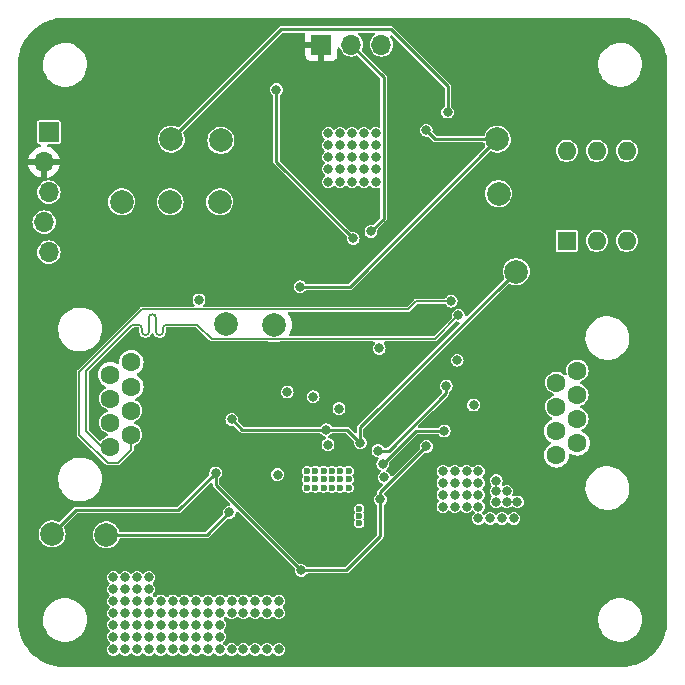
<source format=gbr>
%TF.GenerationSoftware,KiCad,Pcbnew,7.0.6*%
%TF.CreationDate,2023-09-15T11:23:23-07:00*%
%TF.ProjectId,dmxRx,646d7852-782e-46b6-9963-61645f706362,rev?*%
%TF.SameCoordinates,Original*%
%TF.FileFunction,Copper,L4,Bot*%
%TF.FilePolarity,Positive*%
%FSLAX46Y46*%
G04 Gerber Fmt 4.6, Leading zero omitted, Abs format (unit mm)*
G04 Created by KiCad (PCBNEW 7.0.6) date 2023-09-15 11:23:23*
%MOMM*%
%LPD*%
G01*
G04 APERTURE LIST*
%TA.AperFunction,ComponentPad*%
%ADD10R,1.700000X1.700000*%
%TD*%
%TA.AperFunction,ComponentPad*%
%ADD11O,1.700000X1.700000*%
%TD*%
%TA.AperFunction,ComponentPad*%
%ADD12C,2.000000*%
%TD*%
%TA.AperFunction,ComponentPad*%
%ADD13C,1.600000*%
%TD*%
%TA.AperFunction,ComponentPad*%
%ADD14R,1.600000X1.600000*%
%TD*%
%TA.AperFunction,ComponentPad*%
%ADD15O,1.600000X1.600000*%
%TD*%
%TA.AperFunction,ViaPad*%
%ADD16C,0.800000*%
%TD*%
%TA.AperFunction,ViaPad*%
%ADD17C,0.600000*%
%TD*%
%TA.AperFunction,Conductor*%
%ADD18C,0.140000*%
%TD*%
%TA.AperFunction,Conductor*%
%ADD19C,0.250000*%
%TD*%
G04 APERTURE END LIST*
D10*
%TO.P,J1,1,Pin_1*%
%TO.N,MCLR*%
X152633200Y-89700000D03*
D11*
%TO.P,J1,2,Pin_2*%
%TO.N,+5V*%
X152226800Y-92240000D03*
%TO.P,J1,3,Pin_3*%
%TO.N,GND*%
X152633200Y-94780000D03*
%TO.P,J1,4,Pin_4*%
%TO.N,ICSPDAT*%
X152226800Y-97320000D03*
%TO.P,J1,5,Pin_5*%
%TO.N,ICSPCLK*%
X152633200Y-99860000D03*
%TD*%
D12*
%TO.P,TP5,1,1*%
%TO.N,DOUT*%
X190700000Y-94900000D03*
%TD*%
D13*
%TO.P,CON2,1,1*%
%TO.N,+48V*%
X195600000Y-117040000D03*
%TO.P,CON2,2,2*%
X197380000Y-116020000D03*
%TO.P,CON2,3,3*%
X195600000Y-115000000D03*
%TO.P,CON2,4,4*%
%TO.N,GND*%
X197380000Y-113980000D03*
%TO.P,CON2,5,5*%
X195600000Y-112960000D03*
%TO.P,CON2,6,6*%
X197380000Y-111940000D03*
%TO.P,CON2,7,7*%
%TO.N,D-*%
X195600000Y-110920000D03*
%TO.P,CON2,8,8*%
%TO.N,D+*%
X197380000Y-109900000D03*
%TD*%
D12*
%TO.P,TP12,1,1*%
%TO.N,VDD*%
X192200000Y-101500000D03*
%TD*%
D14*
%TO.P,SW1,1*%
%TO.N,GND*%
X196475000Y-98900000D03*
D15*
%TO.P,SW1,2*%
X199015000Y-98900000D03*
%TO.P,SW1,3*%
X201555000Y-98900000D03*
%TO.P,SW1,4*%
%TO.N,Net-(U1A-RD3)*%
X201555000Y-91280000D03*
%TO.P,SW1,5*%
%TO.N,Net-(U1A-RD2)*%
X199015000Y-91280000D03*
%TO.P,SW1,6*%
%TO.N,Net-(U1A-RD1)*%
X196475000Y-91280000D03*
%TD*%
D12*
%TO.P,TP2,1,1*%
%TO.N,Net-(U1A-RB1)*%
X162900000Y-95600000D03*
%TD*%
D10*
%TO.P,J2,1,Pin_1*%
%TO.N,+5V*%
X175705000Y-82300000D03*
D11*
%TO.P,J2,2,Pin_2*%
%TO.N,DOUT*%
X178245000Y-82300000D03*
%TO.P,J2,3,Pin_3*%
%TO.N,GND*%
X180785000Y-82300000D03*
%TD*%
D12*
%TO.P,TP4,1,1*%
%TO.N,Net-(U1A-RB4)*%
X158800000Y-95600000D03*
%TD*%
%TO.P,TP7,1,1*%
%TO.N,GND*%
X167600000Y-105900000D03*
%TD*%
%TO.P,TP11,1,1*%
%TO.N,SW*%
X152900000Y-123700000D03*
%TD*%
%TO.P,TP3,1,1*%
%TO.N,Net-(U1A-RB3)*%
X167100000Y-95600000D03*
%TD*%
D13*
%TO.P,CON1,1,1*%
%TO.N,+48V*%
X159600000Y-109200000D03*
%TO.P,CON1,2,2*%
X157820000Y-110220000D03*
%TO.P,CON1,3,3*%
X159600000Y-111240000D03*
%TO.P,CON1,4,4*%
%TO.N,GND*%
X157820000Y-112260000D03*
%TO.P,CON1,5,5*%
X159600000Y-113280000D03*
%TO.P,CON1,6,6*%
X157820000Y-114300000D03*
%TO.P,CON1,7,7*%
%TO.N,D-*%
X159600000Y-115320000D03*
%TO.P,CON1,8,8*%
%TO.N,D+*%
X157820000Y-116340000D03*
%TD*%
D12*
%TO.P,TP6,1,1*%
%TO.N,DMX DATA IN*%
X190600000Y-90300000D03*
%TD*%
%TO.P,TP8,1,1*%
%TO.N,+5V*%
X171700000Y-106000000D03*
%TD*%
%TO.P,TP10,1,1*%
%TO.N,Net-(U1A-RC0)*%
X163000000Y-90300000D03*
%TD*%
%TO.P,TP9,1,1*%
%TO.N,VIN*%
X157500000Y-123800000D03*
%TD*%
%TO.P,TP1,1,1*%
%TO.N,Net-(U1A-RB0)*%
X167200000Y-90400000D03*
%TD*%
D16*
%TO.N,+5V*%
X194900000Y-128400000D03*
X198900000Y-125400000D03*
X190900000Y-127400000D03*
X186900000Y-130400000D03*
X196900000Y-131400000D03*
X198900000Y-126400000D03*
X185900000Y-129400000D03*
X193900000Y-133400000D03*
X185900000Y-131400000D03*
X189900000Y-130400000D03*
X191900000Y-127400000D03*
X196900000Y-129400000D03*
X203000000Y-125400000D03*
X195900000Y-127400000D03*
X190900000Y-131400000D03*
X189900000Y-132400000D03*
X196900000Y-133400000D03*
X186900000Y-129400000D03*
X185900000Y-130400000D03*
X187900000Y-133400000D03*
X195900000Y-131400000D03*
X202000000Y-125400000D03*
X193900000Y-132400000D03*
X190900000Y-128400000D03*
X187900000Y-132400000D03*
X196900000Y-127400000D03*
X185900000Y-127400000D03*
X192900000Y-132400000D03*
X194900000Y-130400000D03*
X199900000Y-126400000D03*
X196900000Y-126400000D03*
X194900000Y-131400000D03*
X193900000Y-127400000D03*
X195900000Y-126400000D03*
X202000000Y-126400000D03*
X185900000Y-132400000D03*
X169800000Y-104080500D03*
X188900000Y-131400000D03*
X186900000Y-132400000D03*
X191900000Y-132400000D03*
X186900000Y-133400000D03*
X189900000Y-127400000D03*
X191900000Y-130400000D03*
X186900000Y-127400000D03*
X190900000Y-130400000D03*
X190900000Y-133400000D03*
X191900000Y-129400000D03*
X192900000Y-133400000D03*
X187900000Y-128400000D03*
X188900000Y-133400000D03*
X169900000Y-91800000D03*
X192900000Y-128400000D03*
X195900000Y-128400000D03*
X185900000Y-133400000D03*
X190900000Y-132400000D03*
X188900000Y-127400000D03*
X194900000Y-126400000D03*
X195900000Y-130400000D03*
X192900000Y-129400000D03*
X188900000Y-129400000D03*
X187900000Y-131400000D03*
X187900000Y-130400000D03*
X194900000Y-133400000D03*
X189900000Y-128400000D03*
X181100000Y-101600000D03*
X170400000Y-86100000D03*
X189900000Y-133400000D03*
X191900000Y-128400000D03*
X193900000Y-131400000D03*
X188900000Y-128400000D03*
X195900000Y-133400000D03*
X190900000Y-129400000D03*
X187900000Y-127400000D03*
X191900000Y-131400000D03*
X186400000Y-92200000D03*
X195900000Y-129400000D03*
X188900000Y-132400000D03*
X189900000Y-129400000D03*
X194900000Y-125400000D03*
X196900000Y-132400000D03*
X192900000Y-130400000D03*
X200900000Y-125400000D03*
X199900000Y-125400000D03*
X203000000Y-126400000D03*
X200900000Y-126400000D03*
X187900000Y-129400000D03*
X189900000Y-131400000D03*
X194900000Y-127400000D03*
X196900000Y-128400000D03*
X188900000Y-130400000D03*
X196900000Y-125400000D03*
X186900000Y-128400000D03*
X194900000Y-129400000D03*
X197900000Y-126400000D03*
X193900000Y-125400000D03*
X195900000Y-125400000D03*
X195900000Y-132400000D03*
X191900000Y-133400000D03*
X193900000Y-129400000D03*
X192900000Y-127400000D03*
X192900000Y-131400000D03*
X196900000Y-130400000D03*
X185900000Y-128400000D03*
X193900000Y-130400000D03*
X193900000Y-128400000D03*
X186900000Y-131400000D03*
X193900000Y-126400000D03*
X162300000Y-102600000D03*
X194900000Y-132400000D03*
X197900000Y-125400000D03*
%TO.N,D+*%
X187300000Y-105200000D03*
%TO.N,D-*%
X186700000Y-104000000D03*
%TO.N,MCLR*%
X171900000Y-86100000D03*
X178400000Y-98700000D03*
%TO.N,DOUT*%
X179900000Y-98100000D03*
%TO.N,DMX DATA IN*%
X173900000Y-102800000D03*
X184575354Y-89525354D03*
%TO.N,VIN*%
X167900000Y-121900000D03*
%TO.N,SW*%
X174000000Y-126800000D03*
X180700000Y-120793099D03*
X166758899Y-118541101D03*
X184600000Y-116300000D03*
%TO.N,GND*%
X169100000Y-133500000D03*
X166100000Y-129400000D03*
X167100000Y-133500000D03*
X162100000Y-129400000D03*
X191400000Y-120100000D03*
X168100000Y-130400000D03*
X159100000Y-129400000D03*
X166100000Y-133500000D03*
X159100000Y-131400000D03*
X166100000Y-131400000D03*
X161100000Y-132400000D03*
X168100000Y-129400000D03*
X176300000Y-89800000D03*
X159100000Y-130400000D03*
X160100000Y-129400000D03*
X188000000Y-120400000D03*
X178300000Y-92800000D03*
X176300000Y-93900000D03*
X164100000Y-132400000D03*
D17*
X175200000Y-119100000D03*
D16*
X177300000Y-92800000D03*
X179300000Y-93900000D03*
X158100000Y-132400000D03*
X161100000Y-133500000D03*
X167100000Y-132400000D03*
D17*
X178000000Y-119100000D03*
D16*
X165100000Y-129400000D03*
X181030127Y-118930127D03*
X171100000Y-133500000D03*
X161100000Y-130400000D03*
X166100000Y-130400000D03*
D17*
X178000000Y-119800000D03*
D16*
X189000000Y-122400000D03*
X170100000Y-129400000D03*
X190500000Y-119200000D03*
X189000000Y-119400000D03*
X167100000Y-129400000D03*
X188600000Y-112800000D03*
D17*
X175900000Y-119800000D03*
D16*
X158100000Y-131400000D03*
X172800000Y-111700000D03*
X177300000Y-89800000D03*
X160100000Y-133500000D03*
X186000000Y-121400000D03*
X161100000Y-127400000D03*
X160100000Y-127400000D03*
X162100000Y-133500000D03*
X160100000Y-130400000D03*
D17*
X174500000Y-118400000D03*
D16*
X164100000Y-131400000D03*
X189000000Y-118400000D03*
X190500000Y-121000000D03*
X176300000Y-92800000D03*
X187200000Y-109000000D03*
X167100000Y-130400000D03*
X179300000Y-91800000D03*
X180300000Y-90800000D03*
X180300000Y-89800000D03*
X160100000Y-131400000D03*
X188000000Y-121400000D03*
D17*
X178000000Y-118400000D03*
D16*
X171100000Y-130400000D03*
X191000000Y-122400000D03*
X177200000Y-113100000D03*
D17*
X175900000Y-118400000D03*
D16*
X165100000Y-132400000D03*
D17*
X178900000Y-122800000D03*
D16*
X164100000Y-133500000D03*
D17*
X176600000Y-119100000D03*
D16*
X180600000Y-108000000D03*
X159100000Y-133500000D03*
X159100000Y-127400000D03*
D17*
X177300000Y-119100000D03*
D16*
X190000000Y-122400000D03*
X162100000Y-131400000D03*
D17*
X174500000Y-119100000D03*
D16*
X180300000Y-92800000D03*
X179300000Y-90800000D03*
X170100000Y-130400000D03*
X165100000Y-130400000D03*
X189000000Y-121400000D03*
D17*
X178900000Y-121600000D03*
D16*
X192000000Y-122400000D03*
X163100000Y-129400000D03*
X167100000Y-131400000D03*
X163100000Y-133500000D03*
X163100000Y-131400000D03*
X191400000Y-121000000D03*
X187000000Y-121400000D03*
D17*
X174500000Y-119800000D03*
D16*
X186000000Y-118400000D03*
X165340000Y-103910000D03*
X180300000Y-91800000D03*
X162100000Y-132400000D03*
X175000000Y-112100000D03*
X192300000Y-121000000D03*
X177300000Y-90800000D03*
X158100000Y-129400000D03*
D17*
X176600000Y-118400000D03*
D16*
X161100000Y-128400000D03*
X171100000Y-129400000D03*
X176300000Y-91800000D03*
D17*
X175900000Y-119100000D03*
D16*
X172100000Y-130400000D03*
X165100000Y-133500000D03*
X158100000Y-127400000D03*
X165100000Y-131400000D03*
X172000000Y-118700000D03*
D17*
X177300000Y-119800000D03*
D16*
X178300000Y-91800000D03*
X160100000Y-132400000D03*
X168100000Y-133500000D03*
X179300000Y-89800000D03*
X188000000Y-118400000D03*
X178300000Y-89800000D03*
X158100000Y-130400000D03*
D17*
X177300000Y-118400000D03*
D16*
X166100000Y-132400000D03*
X169100000Y-129400000D03*
X164100000Y-130400000D03*
X176266759Y-116148648D03*
X172100000Y-133500000D03*
D17*
X178900000Y-122200000D03*
D16*
X160100000Y-128400000D03*
X169100000Y-130400000D03*
X176300000Y-90800000D03*
X190500000Y-120100000D03*
X178300000Y-90800000D03*
X187000000Y-120400000D03*
X162100000Y-130400000D03*
X161100000Y-131400000D03*
X159100000Y-132400000D03*
X159100000Y-128400000D03*
X188000000Y-119400000D03*
X189000000Y-120400000D03*
X163100000Y-130400000D03*
X186000000Y-120400000D03*
X186000000Y-119400000D03*
X164100000Y-129400000D03*
X177300000Y-93900000D03*
X163100000Y-132400000D03*
X178300000Y-93900000D03*
X187000000Y-118400000D03*
X187000000Y-119400000D03*
X180300000Y-93900000D03*
D17*
X176600000Y-119800000D03*
X175200000Y-118400000D03*
D16*
X179300000Y-92800000D03*
X177300000Y-91800000D03*
X170100000Y-133500000D03*
X158100000Y-128400000D03*
X172100000Y-129400000D03*
D17*
X175200000Y-119800000D03*
D16*
X158100000Y-133500000D03*
X161100000Y-129400000D03*
%TO.N,VDD*%
X176100000Y-114900000D03*
X179000000Y-116000000D03*
X168119873Y-114019873D03*
%TO.N,Net-(U1A-RC0)*%
X186400000Y-88000000D03*
%TO.N,Net-(U2A-FREQ)*%
X186264500Y-111188502D03*
X180500000Y-116664500D03*
%TO.N,Net-(U2A-EN)*%
X180900000Y-117800000D03*
X186100000Y-115000000D03*
%TD*%
D18*
%TO.N,D+*%
X157140000Y-116340000D02*
X155800000Y-115000000D01*
X162300000Y-106593024D02*
X162300000Y-106300000D01*
X159700000Y-106000000D02*
X160200000Y-106000000D01*
X161700000Y-105406950D02*
X161700000Y-106593024D01*
X166410000Y-107210000D02*
X185289997Y-107210000D01*
X155800000Y-109900000D02*
X159700000Y-106000000D01*
X155800000Y-115000000D02*
X155800000Y-109900000D01*
X165200000Y-106000000D02*
X166410000Y-107210000D01*
X185289997Y-107210000D02*
X187300000Y-105200000D01*
X157820000Y-116340000D02*
X157140000Y-116340000D01*
X160500000Y-106300000D02*
X160500000Y-106593050D01*
X161100000Y-106593050D02*
X161100000Y-105406950D01*
X162600000Y-106000000D02*
X165200000Y-106000000D01*
X160500000Y-106300000D02*
G75*
G03*
X160200000Y-106000000I-300000J0D01*
G01*
X162600000Y-106000000D02*
G75*
G03*
X162300000Y-106300000I0J-300000D01*
G01*
X161699976Y-106593024D02*
G75*
G03*
X162000000Y-106893024I300024J24D01*
G01*
X161400000Y-105107000D02*
G75*
G03*
X161100000Y-105406950I0J-300000D01*
G01*
X162000000Y-106893000D02*
G75*
G03*
X162300000Y-106593024I0J300000D01*
G01*
X160499950Y-106593050D02*
G75*
G03*
X160800000Y-106893050I300050J50D01*
G01*
X160800000Y-106893000D02*
G75*
G03*
X161100000Y-106593050I0J300000D01*
G01*
X161700050Y-105406950D02*
G75*
G03*
X161400000Y-105106950I-300050J-50D01*
G01*
%TO.N,D-*%
X186700000Y-104000000D02*
X183749020Y-104000000D01*
X160510000Y-104690000D02*
X155200000Y-110000000D01*
X159600000Y-116600000D02*
X159600000Y-115320000D01*
X183749020Y-104000000D02*
X183059020Y-104690000D01*
X157600000Y-117700000D02*
X158500000Y-117700000D01*
X155200000Y-110000000D02*
X155200000Y-115300000D01*
X155200000Y-115300000D02*
X157600000Y-117700000D01*
X183059020Y-104690000D02*
X160510000Y-104690000D01*
X158500000Y-117700000D02*
X159600000Y-116600000D01*
D19*
%TO.N,MCLR*%
X171900000Y-86100000D02*
X171900000Y-92200000D01*
X171900000Y-92200000D02*
X178400000Y-98700000D01*
%TO.N,DOUT*%
X180965000Y-85020000D02*
X180965000Y-97035000D01*
X178245000Y-82300000D02*
X180965000Y-85020000D01*
X180965000Y-97035000D02*
X179900000Y-98100000D01*
%TO.N,DMX DATA IN*%
X178100000Y-102800000D02*
X190600000Y-90300000D01*
X185350000Y-90300000D02*
X190600000Y-90300000D01*
X184575354Y-89525354D02*
X185350000Y-90300000D01*
X173900000Y-102800000D02*
X178100000Y-102800000D01*
%TO.N,VIN*%
X166000000Y-123800000D02*
X167900000Y-121900000D01*
X157500000Y-123800000D02*
X166000000Y-123800000D01*
%TO.N,SW*%
X180700000Y-120200000D02*
X180700000Y-120793099D01*
X163600000Y-121700000D02*
X166758899Y-118541101D01*
X166758899Y-119558899D02*
X174000000Y-126800000D01*
X154900000Y-121700000D02*
X163600000Y-121700000D01*
X166758899Y-118541101D02*
X166758899Y-119558899D01*
X184600000Y-116300000D02*
X180700000Y-120200000D01*
X177800000Y-126800000D02*
X180700000Y-123900000D01*
X152900000Y-123700000D02*
X154900000Y-121700000D01*
X180700000Y-123900000D02*
X180700000Y-120793099D01*
X174000000Y-126800000D02*
X177800000Y-126800000D01*
%TO.N,VDD*%
X168119873Y-114019873D02*
X169000000Y-114900000D01*
X179000000Y-116000000D02*
X179000000Y-114700000D01*
X169000000Y-114900000D02*
X176100000Y-114900000D01*
X177900000Y-114900000D02*
X176100000Y-114900000D01*
X179000000Y-114700000D02*
X192200000Y-101500000D01*
X179000000Y-116000000D02*
X177900000Y-114900000D01*
%TO.N,Net-(U1A-RC0)*%
X186400000Y-85800000D02*
X181600000Y-81000000D01*
X186400000Y-88000000D02*
X186400000Y-85800000D01*
X172300000Y-81000000D02*
X163000000Y-90300000D01*
X181600000Y-81000000D02*
X172300000Y-81000000D01*
%TO.N,Net-(U2A-FREQ)*%
X180500000Y-116664500D02*
X181400000Y-116664500D01*
X181400000Y-116664500D02*
X186264500Y-111800000D01*
X186264500Y-111800000D02*
X186264500Y-111188502D01*
%TO.N,Net-(U2A-EN)*%
X180900000Y-117800000D02*
X183700000Y-115000000D01*
X183700000Y-115000000D02*
X186100000Y-115000000D01*
%TD*%
%TA.AperFunction,Conductor*%
%TO.N,+5V*%
G36*
X201449240Y-80029348D02*
G01*
X201457775Y-80029940D01*
X201563384Y-80044672D01*
X201615557Y-80052411D01*
X201749829Y-80072329D01*
X201754871Y-80073294D01*
X201939341Y-80116681D01*
X202120221Y-80161989D01*
X202124797Y-80163327D01*
X202305568Y-80223916D01*
X202480339Y-80286450D01*
X202484471Y-80288100D01*
X202542986Y-80313936D01*
X202659474Y-80365370D01*
X202826973Y-80444592D01*
X202830601Y-80446457D01*
X202998128Y-80539770D01*
X202998142Y-80539778D01*
X203156964Y-80634972D01*
X203160119Y-80636996D01*
X203318603Y-80745559D01*
X203467377Y-80855897D01*
X203470001Y-80857957D01*
X203618027Y-80980876D01*
X203755321Y-81105314D01*
X203757514Y-81107402D01*
X203892596Y-81242484D01*
X203894687Y-81244680D01*
X203975626Y-81333982D01*
X204019129Y-81381980D01*
X204142034Y-81529989D01*
X204144109Y-81532632D01*
X204254443Y-81681400D01*
X204363002Y-81839879D01*
X204365032Y-81843044D01*
X204460221Y-82001857D01*
X204507715Y-82087124D01*
X204527413Y-82122489D01*
X204553527Y-82169371D01*
X204555410Y-82173034D01*
X204634638Y-82340547D01*
X204711899Y-82515527D01*
X204713558Y-82519685D01*
X204776093Y-82694459D01*
X204836662Y-82875173D01*
X204838018Y-82879812D01*
X204883317Y-83060654D01*
X204926696Y-83245090D01*
X204927672Y-83250189D01*
X204955337Y-83436689D01*
X204981177Y-83621933D01*
X204981697Y-83627459D01*
X204991512Y-83827238D01*
X204999434Y-83998575D01*
X204999500Y-84001439D01*
X204999500Y-130998560D01*
X204999434Y-131001424D01*
X204991512Y-131172761D01*
X204981697Y-131372539D01*
X204981177Y-131378065D01*
X204955337Y-131563310D01*
X204927672Y-131749809D01*
X204926696Y-131754908D01*
X204883317Y-131939345D01*
X204838018Y-132120186D01*
X204836662Y-132124825D01*
X204776093Y-132305540D01*
X204713557Y-132480314D01*
X204711899Y-132484470D01*
X204634638Y-132659452D01*
X204555410Y-132826964D01*
X204553527Y-132830627D01*
X204460221Y-132998142D01*
X204365032Y-133156954D01*
X204363002Y-133160118D01*
X204254437Y-133318608D01*
X204144121Y-133467350D01*
X204142021Y-133470025D01*
X204019132Y-133618016D01*
X203894695Y-133755310D01*
X203892596Y-133757514D01*
X203757514Y-133892596D01*
X203755310Y-133894695D01*
X203618016Y-134019132D01*
X203470025Y-134142021D01*
X203467350Y-134144121D01*
X203318608Y-134254437D01*
X203160118Y-134363002D01*
X203156954Y-134365032D01*
X202998142Y-134460221D01*
X202830627Y-134553527D01*
X202826964Y-134555410D01*
X202659452Y-134634638D01*
X202484470Y-134711899D01*
X202480314Y-134713557D01*
X202305540Y-134776093D01*
X202124825Y-134836662D01*
X202120186Y-134838018D01*
X201939345Y-134883317D01*
X201754908Y-134926696D01*
X201749809Y-134927672D01*
X201563310Y-134955337D01*
X201378065Y-134981177D01*
X201372539Y-134981697D01*
X201172761Y-134991512D01*
X201001424Y-134999434D01*
X200998560Y-134999500D01*
X154001440Y-134999500D01*
X153998576Y-134999434D01*
X153827238Y-134991512D01*
X153627459Y-134981697D01*
X153621933Y-134981177D01*
X153436689Y-134955337D01*
X153250189Y-134927672D01*
X153245090Y-134926696D01*
X153060654Y-134883317D01*
X152879812Y-134838018D01*
X152875173Y-134836662D01*
X152694459Y-134776093D01*
X152519685Y-134713558D01*
X152515527Y-134711899D01*
X152340547Y-134634638D01*
X152173034Y-134555410D01*
X152169371Y-134553527D01*
X152001857Y-134460221D01*
X151843044Y-134365032D01*
X151839879Y-134363002D01*
X151730371Y-134287989D01*
X151681392Y-134254437D01*
X151532632Y-134144109D01*
X151529989Y-134142034D01*
X151381980Y-134019129D01*
X151244688Y-133894695D01*
X151242484Y-133892596D01*
X151107402Y-133757514D01*
X151105314Y-133755321D01*
X150980867Y-133618016D01*
X150882868Y-133500000D01*
X157554836Y-133500000D01*
X157573411Y-133641097D01*
X157573413Y-133641102D01*
X157627871Y-133772577D01*
X157627871Y-133772578D01*
X157627873Y-133772581D01*
X157627874Y-133772582D01*
X157714511Y-133885489D01*
X157827418Y-133972126D01*
X157827421Y-133972127D01*
X157827422Y-133972128D01*
X157893159Y-133999356D01*
X157958901Y-134026588D01*
X158029450Y-134035876D01*
X158099999Y-134045164D01*
X158100000Y-134045164D01*
X158100001Y-134045164D01*
X158147032Y-134038972D01*
X158241099Y-134026588D01*
X158372577Y-133972128D01*
X158372578Y-133972128D01*
X158372578Y-133972127D01*
X158372582Y-133972126D01*
X158485489Y-133885489D01*
X158501624Y-133864460D01*
X158558052Y-133823258D01*
X158627798Y-133819103D01*
X158688718Y-133853315D01*
X158698372Y-133864456D01*
X158714511Y-133885489D01*
X158827418Y-133972126D01*
X158827421Y-133972127D01*
X158827422Y-133972128D01*
X158893159Y-133999356D01*
X158958901Y-134026588D01*
X159029450Y-134035876D01*
X159099999Y-134045164D01*
X159100000Y-134045164D01*
X159100001Y-134045164D01*
X159147032Y-134038972D01*
X159241099Y-134026588D01*
X159372577Y-133972128D01*
X159372578Y-133972128D01*
X159372578Y-133972127D01*
X159372582Y-133972126D01*
X159485489Y-133885489D01*
X159501624Y-133864460D01*
X159558052Y-133823258D01*
X159627798Y-133819103D01*
X159688718Y-133853315D01*
X159698372Y-133864456D01*
X159714511Y-133885489D01*
X159827418Y-133972126D01*
X159827421Y-133972127D01*
X159827422Y-133972128D01*
X159893159Y-133999356D01*
X159958901Y-134026588D01*
X160029450Y-134035876D01*
X160099999Y-134045164D01*
X160100000Y-134045164D01*
X160100001Y-134045164D01*
X160147032Y-134038972D01*
X160241099Y-134026588D01*
X160372577Y-133972128D01*
X160372578Y-133972128D01*
X160372578Y-133972127D01*
X160372582Y-133972126D01*
X160485489Y-133885489D01*
X160501624Y-133864460D01*
X160558052Y-133823258D01*
X160627798Y-133819103D01*
X160688718Y-133853315D01*
X160698372Y-133864456D01*
X160714511Y-133885489D01*
X160827418Y-133972126D01*
X160827421Y-133972127D01*
X160827422Y-133972128D01*
X160893159Y-133999356D01*
X160958901Y-134026588D01*
X161029450Y-134035876D01*
X161099999Y-134045164D01*
X161100000Y-134045164D01*
X161100001Y-134045164D01*
X161147032Y-134038972D01*
X161241099Y-134026588D01*
X161372577Y-133972128D01*
X161372578Y-133972128D01*
X161372578Y-133972127D01*
X161372582Y-133972126D01*
X161485489Y-133885489D01*
X161501624Y-133864460D01*
X161558052Y-133823258D01*
X161627798Y-133819103D01*
X161688718Y-133853315D01*
X161698372Y-133864456D01*
X161714511Y-133885489D01*
X161827418Y-133972126D01*
X161827421Y-133972127D01*
X161827422Y-133972128D01*
X161893159Y-133999356D01*
X161958901Y-134026588D01*
X162029450Y-134035876D01*
X162099999Y-134045164D01*
X162100000Y-134045164D01*
X162100001Y-134045164D01*
X162147032Y-134038972D01*
X162241099Y-134026588D01*
X162372577Y-133972128D01*
X162372578Y-133972128D01*
X162372578Y-133972127D01*
X162372582Y-133972126D01*
X162485489Y-133885489D01*
X162501624Y-133864460D01*
X162558052Y-133823258D01*
X162627798Y-133819103D01*
X162688718Y-133853315D01*
X162698372Y-133864456D01*
X162714511Y-133885489D01*
X162827418Y-133972126D01*
X162827421Y-133972127D01*
X162827422Y-133972128D01*
X162893159Y-133999356D01*
X162958901Y-134026588D01*
X163029450Y-134035876D01*
X163099999Y-134045164D01*
X163100000Y-134045164D01*
X163100001Y-134045164D01*
X163147032Y-134038972D01*
X163241099Y-134026588D01*
X163372577Y-133972128D01*
X163372578Y-133972128D01*
X163372578Y-133972127D01*
X163372582Y-133972126D01*
X163485489Y-133885489D01*
X163501624Y-133864460D01*
X163558052Y-133823258D01*
X163627798Y-133819103D01*
X163688718Y-133853315D01*
X163698372Y-133864456D01*
X163714511Y-133885489D01*
X163827418Y-133972126D01*
X163827421Y-133972127D01*
X163827422Y-133972128D01*
X163893159Y-133999356D01*
X163958901Y-134026588D01*
X164029450Y-134035876D01*
X164099999Y-134045164D01*
X164100000Y-134045164D01*
X164100001Y-134045164D01*
X164147032Y-134038972D01*
X164241099Y-134026588D01*
X164372577Y-133972128D01*
X164372578Y-133972128D01*
X164372578Y-133972127D01*
X164372582Y-133972126D01*
X164485489Y-133885489D01*
X164501624Y-133864460D01*
X164558052Y-133823258D01*
X164627798Y-133819103D01*
X164688718Y-133853315D01*
X164698372Y-133864456D01*
X164714511Y-133885489D01*
X164827418Y-133972126D01*
X164827421Y-133972127D01*
X164827422Y-133972128D01*
X164893159Y-133999356D01*
X164958901Y-134026588D01*
X165029450Y-134035876D01*
X165099999Y-134045164D01*
X165100000Y-134045164D01*
X165100001Y-134045164D01*
X165147032Y-134038972D01*
X165241099Y-134026588D01*
X165372577Y-133972128D01*
X165372578Y-133972128D01*
X165372578Y-133972127D01*
X165372582Y-133972126D01*
X165485489Y-133885489D01*
X165501624Y-133864460D01*
X165558052Y-133823258D01*
X165627798Y-133819103D01*
X165688718Y-133853315D01*
X165698372Y-133864456D01*
X165714511Y-133885489D01*
X165827418Y-133972126D01*
X165827421Y-133972127D01*
X165827422Y-133972128D01*
X165893159Y-133999356D01*
X165958901Y-134026588D01*
X166029450Y-134035876D01*
X166099999Y-134045164D01*
X166100000Y-134045164D01*
X166100001Y-134045164D01*
X166147032Y-134038972D01*
X166241099Y-134026588D01*
X166372577Y-133972128D01*
X166372578Y-133972128D01*
X166372578Y-133972127D01*
X166372582Y-133972126D01*
X166485489Y-133885489D01*
X166501624Y-133864460D01*
X166558052Y-133823258D01*
X166627798Y-133819103D01*
X166688718Y-133853315D01*
X166698372Y-133864456D01*
X166714511Y-133885489D01*
X166827418Y-133972126D01*
X166827421Y-133972127D01*
X166827422Y-133972128D01*
X166893159Y-133999356D01*
X166958901Y-134026588D01*
X167029450Y-134035876D01*
X167099999Y-134045164D01*
X167100000Y-134045164D01*
X167100001Y-134045164D01*
X167147032Y-134038972D01*
X167241099Y-134026588D01*
X167372577Y-133972128D01*
X167372578Y-133972128D01*
X167372578Y-133972127D01*
X167372582Y-133972126D01*
X167485489Y-133885489D01*
X167501624Y-133864460D01*
X167558052Y-133823258D01*
X167627798Y-133819103D01*
X167688718Y-133853315D01*
X167698372Y-133864456D01*
X167714511Y-133885489D01*
X167827418Y-133972126D01*
X167827421Y-133972127D01*
X167827422Y-133972128D01*
X167893159Y-133999356D01*
X167958901Y-134026588D01*
X168029450Y-134035876D01*
X168099999Y-134045164D01*
X168100000Y-134045164D01*
X168100001Y-134045164D01*
X168147032Y-134038972D01*
X168241099Y-134026588D01*
X168372577Y-133972128D01*
X168372578Y-133972128D01*
X168372578Y-133972127D01*
X168372582Y-133972126D01*
X168485489Y-133885489D01*
X168501624Y-133864460D01*
X168558052Y-133823258D01*
X168627798Y-133819103D01*
X168688718Y-133853315D01*
X168698372Y-133864456D01*
X168714511Y-133885489D01*
X168827418Y-133972126D01*
X168827421Y-133972127D01*
X168827422Y-133972128D01*
X168893159Y-133999356D01*
X168958901Y-134026588D01*
X169029450Y-134035876D01*
X169099999Y-134045164D01*
X169100000Y-134045164D01*
X169100001Y-134045164D01*
X169147032Y-134038972D01*
X169241099Y-134026588D01*
X169372577Y-133972128D01*
X169372578Y-133972128D01*
X169372578Y-133972127D01*
X169372582Y-133972126D01*
X169485489Y-133885489D01*
X169501624Y-133864460D01*
X169558052Y-133823258D01*
X169627798Y-133819103D01*
X169688718Y-133853315D01*
X169698372Y-133864456D01*
X169714511Y-133885489D01*
X169827418Y-133972126D01*
X169827421Y-133972127D01*
X169827422Y-133972128D01*
X169893159Y-133999356D01*
X169958901Y-134026588D01*
X170029450Y-134035876D01*
X170099999Y-134045164D01*
X170100000Y-134045164D01*
X170100001Y-134045164D01*
X170147032Y-134038972D01*
X170241099Y-134026588D01*
X170372577Y-133972128D01*
X170372578Y-133972128D01*
X170372578Y-133972127D01*
X170372582Y-133972126D01*
X170485489Y-133885489D01*
X170501624Y-133864460D01*
X170558052Y-133823258D01*
X170627798Y-133819103D01*
X170688718Y-133853315D01*
X170698372Y-133864456D01*
X170714511Y-133885489D01*
X170827418Y-133972126D01*
X170827421Y-133972127D01*
X170827422Y-133972128D01*
X170893159Y-133999356D01*
X170958901Y-134026588D01*
X171029450Y-134035876D01*
X171099999Y-134045164D01*
X171100000Y-134045164D01*
X171100001Y-134045164D01*
X171147032Y-134038972D01*
X171241099Y-134026588D01*
X171372577Y-133972128D01*
X171372578Y-133972128D01*
X171372578Y-133972127D01*
X171372582Y-133972126D01*
X171485489Y-133885489D01*
X171501624Y-133864460D01*
X171558052Y-133823258D01*
X171627798Y-133819103D01*
X171688718Y-133853315D01*
X171698372Y-133864456D01*
X171714511Y-133885489D01*
X171827418Y-133972126D01*
X171827421Y-133972127D01*
X171827422Y-133972128D01*
X171893159Y-133999356D01*
X171958901Y-134026588D01*
X172029450Y-134035876D01*
X172099999Y-134045164D01*
X172100000Y-134045164D01*
X172100001Y-134045164D01*
X172147032Y-134038972D01*
X172241099Y-134026588D01*
X172372577Y-133972128D01*
X172372578Y-133972128D01*
X172372578Y-133972127D01*
X172372582Y-133972126D01*
X172485489Y-133885489D01*
X172572126Y-133772582D01*
X172626588Y-133641099D01*
X172645164Y-133500000D01*
X172626588Y-133358901D01*
X172572128Y-133227422D01*
X172572128Y-133227421D01*
X172536428Y-133180896D01*
X172485489Y-133114511D01*
X172372582Y-133027874D01*
X172372579Y-133027873D01*
X172372577Y-133027871D01*
X172241102Y-132973413D01*
X172241097Y-132973411D01*
X172100001Y-132954836D01*
X172099999Y-132954836D01*
X171958902Y-132973411D01*
X171958897Y-132973413D01*
X171827422Y-133027871D01*
X171827421Y-133027871D01*
X171714510Y-133114512D01*
X171698375Y-133135540D01*
X171641946Y-133176742D01*
X171572200Y-133180896D01*
X171511280Y-133146682D01*
X171501625Y-133135540D01*
X171485489Y-133114511D01*
X171372582Y-133027874D01*
X171372579Y-133027873D01*
X171372577Y-133027871D01*
X171241102Y-132973413D01*
X171241097Y-132973411D01*
X171100001Y-132954836D01*
X171099999Y-132954836D01*
X170958902Y-132973411D01*
X170958897Y-132973413D01*
X170827422Y-133027871D01*
X170827421Y-133027871D01*
X170714510Y-133114512D01*
X170698375Y-133135540D01*
X170641946Y-133176742D01*
X170572200Y-133180896D01*
X170511280Y-133146682D01*
X170501625Y-133135540D01*
X170485489Y-133114511D01*
X170372582Y-133027874D01*
X170372579Y-133027873D01*
X170372577Y-133027871D01*
X170241102Y-132973413D01*
X170241097Y-132973411D01*
X170100001Y-132954836D01*
X170099999Y-132954836D01*
X169958902Y-132973411D01*
X169958897Y-132973413D01*
X169827422Y-133027871D01*
X169827421Y-133027871D01*
X169714510Y-133114512D01*
X169698375Y-133135540D01*
X169641946Y-133176742D01*
X169572200Y-133180896D01*
X169511280Y-133146682D01*
X169501625Y-133135540D01*
X169485489Y-133114511D01*
X169372582Y-133027874D01*
X169372579Y-133027873D01*
X169372577Y-133027871D01*
X169241102Y-132973413D01*
X169241097Y-132973411D01*
X169100001Y-132954836D01*
X169099999Y-132954836D01*
X168958902Y-132973411D01*
X168958897Y-132973413D01*
X168827422Y-133027871D01*
X168827421Y-133027871D01*
X168714510Y-133114512D01*
X168698375Y-133135540D01*
X168641946Y-133176742D01*
X168572200Y-133180896D01*
X168511280Y-133146682D01*
X168501625Y-133135540D01*
X168485489Y-133114511D01*
X168372582Y-133027874D01*
X168372579Y-133027873D01*
X168372577Y-133027871D01*
X168241102Y-132973413D01*
X168241097Y-132973411D01*
X168100001Y-132954836D01*
X168099999Y-132954836D01*
X167958902Y-132973411D01*
X167958897Y-132973413D01*
X167827422Y-133027871D01*
X167827421Y-133027871D01*
X167714510Y-133114512D01*
X167698375Y-133135540D01*
X167641946Y-133176742D01*
X167572200Y-133180896D01*
X167511280Y-133146682D01*
X167501625Y-133135540D01*
X167485489Y-133114511D01*
X167399296Y-133048373D01*
X167358097Y-132991948D01*
X167353942Y-132922202D01*
X167388154Y-132861282D01*
X167399286Y-132851634D01*
X167485489Y-132785489D01*
X167572126Y-132672582D01*
X167626588Y-132541099D01*
X167645164Y-132400000D01*
X167626588Y-132258901D01*
X167572128Y-132127422D01*
X167572128Y-132127421D01*
X167570136Y-132124825D01*
X167485489Y-132014511D01*
X167485487Y-132014510D01*
X167485487Y-132014509D01*
X167474541Y-132006110D01*
X167464460Y-131998375D01*
X167423258Y-131941948D01*
X167419103Y-131872202D01*
X167453315Y-131811282D01*
X167464460Y-131801625D01*
X167485489Y-131785489D01*
X167572126Y-131672582D01*
X167626588Y-131541099D01*
X167645164Y-131400000D01*
X167626588Y-131258901D01*
X167572128Y-131127422D01*
X167572128Y-131127421D01*
X167526351Y-131067763D01*
X199145787Y-131067763D01*
X199175413Y-131337013D01*
X199175415Y-131337024D01*
X199234564Y-131563270D01*
X199243928Y-131599088D01*
X199349870Y-131848390D01*
X199451252Y-132014510D01*
X199490979Y-132079605D01*
X199490986Y-132079615D01*
X199664253Y-132287819D01*
X199664259Y-132287824D01*
X199789456Y-132400000D01*
X199865998Y-132468582D01*
X200091910Y-132618044D01*
X200337176Y-132733020D01*
X200337183Y-132733022D01*
X200337185Y-132733023D01*
X200596557Y-132811057D01*
X200596564Y-132811058D01*
X200596569Y-132811060D01*
X200864561Y-132850500D01*
X200864566Y-132850500D01*
X201067636Y-132850500D01*
X201119133Y-132846730D01*
X201270156Y-132835677D01*
X201382758Y-132810593D01*
X201534546Y-132776782D01*
X201534548Y-132776781D01*
X201534553Y-132776780D01*
X201787558Y-132680014D01*
X202023777Y-132547441D01*
X202238177Y-132381888D01*
X202426186Y-132186881D01*
X202583799Y-131966579D01*
X202692626Y-131754909D01*
X202707649Y-131725690D01*
X202707651Y-131725684D01*
X202707656Y-131725675D01*
X202795118Y-131469305D01*
X202844319Y-131202933D01*
X202854212Y-130932235D01*
X202824586Y-130662982D01*
X202756072Y-130400912D01*
X202650130Y-130151610D01*
X202509018Y-129920390D01*
X202419747Y-129813119D01*
X202335746Y-129712180D01*
X202335740Y-129712175D01*
X202134002Y-129531418D01*
X201908092Y-129381957D01*
X201908090Y-129381956D01*
X201662824Y-129266980D01*
X201662819Y-129266978D01*
X201662814Y-129266976D01*
X201403442Y-129188942D01*
X201403428Y-129188939D01*
X201287791Y-129171921D01*
X201135439Y-129149500D01*
X200932369Y-129149500D01*
X200932364Y-129149500D01*
X200729844Y-129164323D01*
X200729831Y-129164325D01*
X200465453Y-129223217D01*
X200465446Y-129223220D01*
X200212439Y-129319987D01*
X199976226Y-129452557D01*
X199761822Y-129618112D01*
X199573822Y-129813109D01*
X199573816Y-129813116D01*
X199416202Y-130033419D01*
X199416199Y-130033424D01*
X199292350Y-130274309D01*
X199292343Y-130274327D01*
X199204884Y-130530685D01*
X199204881Y-130530699D01*
X199155681Y-130797068D01*
X199155680Y-130797075D01*
X199145787Y-131067763D01*
X167526351Y-131067763D01*
X167485487Y-131014509D01*
X167474541Y-131006110D01*
X167464460Y-130998375D01*
X167423258Y-130941948D01*
X167419103Y-130872202D01*
X167453315Y-130811282D01*
X167464460Y-130801625D01*
X167485489Y-130785489D01*
X167501624Y-130764460D01*
X167558052Y-130723258D01*
X167627798Y-130719103D01*
X167688718Y-130753315D01*
X167698372Y-130764456D01*
X167714511Y-130785489D01*
X167827418Y-130872126D01*
X167827421Y-130872127D01*
X167827422Y-130872128D01*
X167827601Y-130872202D01*
X167958901Y-130926588D01*
X168029450Y-130935876D01*
X168099999Y-130945164D01*
X168100000Y-130945164D01*
X168100001Y-130945164D01*
X168147032Y-130938972D01*
X168241099Y-130926588D01*
X168372577Y-130872128D01*
X168372578Y-130872128D01*
X168372578Y-130872127D01*
X168372582Y-130872126D01*
X168485489Y-130785489D01*
X168501624Y-130764460D01*
X168558052Y-130723258D01*
X168627798Y-130719103D01*
X168688718Y-130753315D01*
X168698372Y-130764456D01*
X168714511Y-130785489D01*
X168827418Y-130872126D01*
X168827421Y-130872127D01*
X168827422Y-130872128D01*
X168827601Y-130872202D01*
X168958901Y-130926588D01*
X169029450Y-130935876D01*
X169099999Y-130945164D01*
X169100000Y-130945164D01*
X169100001Y-130945164D01*
X169147032Y-130938972D01*
X169241099Y-130926588D01*
X169372577Y-130872128D01*
X169372578Y-130872128D01*
X169372578Y-130872127D01*
X169372582Y-130872126D01*
X169485489Y-130785489D01*
X169501624Y-130764460D01*
X169558052Y-130723258D01*
X169627798Y-130719103D01*
X169688718Y-130753315D01*
X169698372Y-130764456D01*
X169714511Y-130785489D01*
X169827418Y-130872126D01*
X169827421Y-130872127D01*
X169827422Y-130872128D01*
X169827601Y-130872202D01*
X169958901Y-130926588D01*
X170029450Y-130935876D01*
X170099999Y-130945164D01*
X170100000Y-130945164D01*
X170100001Y-130945164D01*
X170147032Y-130938972D01*
X170241099Y-130926588D01*
X170372577Y-130872128D01*
X170372578Y-130872128D01*
X170372578Y-130872127D01*
X170372582Y-130872126D01*
X170485489Y-130785489D01*
X170501624Y-130764460D01*
X170558052Y-130723258D01*
X170627798Y-130719103D01*
X170688718Y-130753315D01*
X170698372Y-130764456D01*
X170714511Y-130785489D01*
X170827418Y-130872126D01*
X170827421Y-130872127D01*
X170827422Y-130872128D01*
X170827601Y-130872202D01*
X170958901Y-130926588D01*
X171029450Y-130935876D01*
X171099999Y-130945164D01*
X171100000Y-130945164D01*
X171100001Y-130945164D01*
X171147032Y-130938972D01*
X171241099Y-130926588D01*
X171372577Y-130872128D01*
X171372578Y-130872128D01*
X171372578Y-130872127D01*
X171372582Y-130872126D01*
X171485489Y-130785489D01*
X171501624Y-130764460D01*
X171558052Y-130723258D01*
X171627798Y-130719103D01*
X171688718Y-130753315D01*
X171698372Y-130764456D01*
X171714511Y-130785489D01*
X171827418Y-130872126D01*
X171827421Y-130872127D01*
X171827422Y-130872128D01*
X171827601Y-130872202D01*
X171958901Y-130926588D01*
X172029450Y-130935876D01*
X172099999Y-130945164D01*
X172100000Y-130945164D01*
X172100001Y-130945164D01*
X172147032Y-130938972D01*
X172241099Y-130926588D01*
X172372577Y-130872128D01*
X172372578Y-130872128D01*
X172372578Y-130872127D01*
X172372582Y-130872126D01*
X172485489Y-130785489D01*
X172572126Y-130672582D01*
X172626588Y-130541099D01*
X172645164Y-130400000D01*
X172626588Y-130258901D01*
X172572128Y-130127422D01*
X172572128Y-130127421D01*
X172572126Y-130127418D01*
X172485489Y-130014511D01*
X172485487Y-130014510D01*
X172485487Y-130014509D01*
X172474541Y-130006110D01*
X172464460Y-129998375D01*
X172423258Y-129941948D01*
X172419103Y-129872202D01*
X172453315Y-129811282D01*
X172464460Y-129801625D01*
X172485489Y-129785489D01*
X172572126Y-129672582D01*
X172626588Y-129541099D01*
X172645164Y-129400000D01*
X172642788Y-129381956D01*
X172626588Y-129258902D01*
X172626586Y-129258897D01*
X172572128Y-129127422D01*
X172572128Y-129127421D01*
X172536428Y-129080896D01*
X172485489Y-129014511D01*
X172372582Y-128927874D01*
X172372579Y-128927873D01*
X172372577Y-128927871D01*
X172241102Y-128873413D01*
X172241097Y-128873411D01*
X172100001Y-128854836D01*
X172099999Y-128854836D01*
X171958902Y-128873411D01*
X171958897Y-128873413D01*
X171827422Y-128927871D01*
X171827421Y-128927871D01*
X171809076Y-128941948D01*
X171714513Y-129014510D01*
X171714510Y-129014512D01*
X171698375Y-129035540D01*
X171641946Y-129076742D01*
X171572200Y-129080896D01*
X171511280Y-129046682D01*
X171501625Y-129035540D01*
X171485489Y-129014511D01*
X171372582Y-128927874D01*
X171372579Y-128927873D01*
X171372577Y-128927871D01*
X171241102Y-128873413D01*
X171241097Y-128873411D01*
X171100001Y-128854836D01*
X171099999Y-128854836D01*
X170958902Y-128873411D01*
X170958897Y-128873413D01*
X170827422Y-128927871D01*
X170827421Y-128927871D01*
X170809076Y-128941948D01*
X170714513Y-129014510D01*
X170714510Y-129014512D01*
X170698375Y-129035540D01*
X170641946Y-129076742D01*
X170572200Y-129080896D01*
X170511280Y-129046682D01*
X170501625Y-129035540D01*
X170485489Y-129014511D01*
X170372582Y-128927874D01*
X170372579Y-128927873D01*
X170372577Y-128927871D01*
X170241102Y-128873413D01*
X170241097Y-128873411D01*
X170100001Y-128854836D01*
X170099999Y-128854836D01*
X169958902Y-128873411D01*
X169958897Y-128873413D01*
X169827422Y-128927871D01*
X169827421Y-128927871D01*
X169809076Y-128941948D01*
X169714513Y-129014510D01*
X169714510Y-129014512D01*
X169698375Y-129035540D01*
X169641946Y-129076742D01*
X169572200Y-129080896D01*
X169511280Y-129046682D01*
X169501625Y-129035540D01*
X169485489Y-129014511D01*
X169372582Y-128927874D01*
X169372579Y-128927873D01*
X169372577Y-128927871D01*
X169241102Y-128873413D01*
X169241097Y-128873411D01*
X169100001Y-128854836D01*
X169099999Y-128854836D01*
X168958902Y-128873411D01*
X168958897Y-128873413D01*
X168827422Y-128927871D01*
X168827421Y-128927871D01*
X168809076Y-128941948D01*
X168714513Y-129014510D01*
X168714510Y-129014512D01*
X168698375Y-129035540D01*
X168641946Y-129076742D01*
X168572200Y-129080896D01*
X168511280Y-129046682D01*
X168501625Y-129035540D01*
X168485489Y-129014511D01*
X168372582Y-128927874D01*
X168372579Y-128927873D01*
X168372577Y-128927871D01*
X168241102Y-128873413D01*
X168241097Y-128873411D01*
X168100001Y-128854836D01*
X168099999Y-128854836D01*
X167958902Y-128873411D01*
X167958897Y-128873413D01*
X167827422Y-128927871D01*
X167827421Y-128927871D01*
X167809076Y-128941948D01*
X167714513Y-129014510D01*
X167714510Y-129014512D01*
X167698375Y-129035540D01*
X167641946Y-129076742D01*
X167572200Y-129080896D01*
X167511280Y-129046682D01*
X167501625Y-129035540D01*
X167485489Y-129014511D01*
X167372582Y-128927874D01*
X167372579Y-128927873D01*
X167372577Y-128927871D01*
X167241102Y-128873413D01*
X167241097Y-128873411D01*
X167100001Y-128854836D01*
X167099999Y-128854836D01*
X166958902Y-128873411D01*
X166958897Y-128873413D01*
X166827422Y-128927871D01*
X166827421Y-128927871D01*
X166809076Y-128941948D01*
X166714513Y-129014510D01*
X166714510Y-129014512D01*
X166698375Y-129035540D01*
X166641946Y-129076742D01*
X166572200Y-129080896D01*
X166511280Y-129046682D01*
X166501625Y-129035540D01*
X166485489Y-129014511D01*
X166372582Y-128927874D01*
X166372579Y-128927873D01*
X166372577Y-128927871D01*
X166241102Y-128873413D01*
X166241097Y-128873411D01*
X166100001Y-128854836D01*
X166099999Y-128854836D01*
X165958902Y-128873411D01*
X165958897Y-128873413D01*
X165827422Y-128927871D01*
X165827421Y-128927871D01*
X165809076Y-128941948D01*
X165714513Y-129014510D01*
X165714510Y-129014512D01*
X165698375Y-129035540D01*
X165641946Y-129076742D01*
X165572200Y-129080896D01*
X165511280Y-129046682D01*
X165501625Y-129035540D01*
X165485489Y-129014511D01*
X165372582Y-128927874D01*
X165372579Y-128927873D01*
X165372577Y-128927871D01*
X165241102Y-128873413D01*
X165241097Y-128873411D01*
X165100001Y-128854836D01*
X165099999Y-128854836D01*
X164958902Y-128873411D01*
X164958897Y-128873413D01*
X164827422Y-128927871D01*
X164827421Y-128927871D01*
X164809076Y-128941948D01*
X164714513Y-129014510D01*
X164714510Y-129014512D01*
X164698375Y-129035540D01*
X164641946Y-129076742D01*
X164572200Y-129080896D01*
X164511280Y-129046682D01*
X164501625Y-129035540D01*
X164485489Y-129014511D01*
X164372582Y-128927874D01*
X164372579Y-128927873D01*
X164372577Y-128927871D01*
X164241102Y-128873413D01*
X164241097Y-128873411D01*
X164100001Y-128854836D01*
X164099999Y-128854836D01*
X163958902Y-128873411D01*
X163958897Y-128873413D01*
X163827422Y-128927871D01*
X163827421Y-128927871D01*
X163809076Y-128941948D01*
X163714513Y-129014510D01*
X163714510Y-129014512D01*
X163698375Y-129035540D01*
X163641946Y-129076742D01*
X163572200Y-129080896D01*
X163511280Y-129046682D01*
X163501625Y-129035540D01*
X163485489Y-129014511D01*
X163372582Y-128927874D01*
X163372579Y-128927873D01*
X163372577Y-128927871D01*
X163241102Y-128873413D01*
X163241097Y-128873411D01*
X163100001Y-128854836D01*
X163099999Y-128854836D01*
X162958902Y-128873411D01*
X162958897Y-128873413D01*
X162827422Y-128927871D01*
X162827421Y-128927871D01*
X162809076Y-128941948D01*
X162714513Y-129014510D01*
X162714510Y-129014512D01*
X162698375Y-129035540D01*
X162641946Y-129076742D01*
X162572200Y-129080896D01*
X162511280Y-129046682D01*
X162501625Y-129035540D01*
X162485489Y-129014511D01*
X162372582Y-128927874D01*
X162372579Y-128927873D01*
X162372577Y-128927871D01*
X162241102Y-128873413D01*
X162241097Y-128873411D01*
X162100001Y-128854836D01*
X162099999Y-128854836D01*
X161958902Y-128873411D01*
X161958897Y-128873413D01*
X161827422Y-128927871D01*
X161827421Y-128927871D01*
X161809076Y-128941948D01*
X161714513Y-129014510D01*
X161714510Y-129014512D01*
X161698375Y-129035540D01*
X161641946Y-129076742D01*
X161572200Y-129080896D01*
X161511280Y-129046682D01*
X161501625Y-129035540D01*
X161485489Y-129014511D01*
X161464460Y-128998375D01*
X161423258Y-128941948D01*
X161419103Y-128872202D01*
X161453315Y-128811282D01*
X161464460Y-128801625D01*
X161485489Y-128785489D01*
X161572126Y-128672582D01*
X161626588Y-128541099D01*
X161645164Y-128400000D01*
X161626588Y-128258901D01*
X161572128Y-128127422D01*
X161572128Y-128127421D01*
X161485487Y-128014509D01*
X161474541Y-128006110D01*
X161464460Y-127998375D01*
X161423258Y-127941948D01*
X161419103Y-127872202D01*
X161453315Y-127811282D01*
X161464460Y-127801625D01*
X161485489Y-127785489D01*
X161572126Y-127672582D01*
X161626588Y-127541099D01*
X161645164Y-127400000D01*
X161626588Y-127258901D01*
X161572128Y-127127422D01*
X161572128Y-127127421D01*
X161536428Y-127080896D01*
X161485489Y-127014511D01*
X161372582Y-126927874D01*
X161372579Y-126927873D01*
X161372577Y-126927871D01*
X161241102Y-126873413D01*
X161241097Y-126873411D01*
X161100001Y-126854836D01*
X161099999Y-126854836D01*
X160958902Y-126873411D01*
X160958897Y-126873413D01*
X160827422Y-126927871D01*
X160827421Y-126927871D01*
X160714510Y-127014512D01*
X160698375Y-127035540D01*
X160641946Y-127076742D01*
X160572200Y-127080896D01*
X160511280Y-127046682D01*
X160501625Y-127035540D01*
X160485489Y-127014511D01*
X160372582Y-126927874D01*
X160372579Y-126927873D01*
X160372577Y-126927871D01*
X160241102Y-126873413D01*
X160241097Y-126873411D01*
X160100001Y-126854836D01*
X160099999Y-126854836D01*
X159958902Y-126873411D01*
X159958897Y-126873413D01*
X159827422Y-126927871D01*
X159827421Y-126927871D01*
X159714510Y-127014512D01*
X159698375Y-127035540D01*
X159641946Y-127076742D01*
X159572200Y-127080896D01*
X159511280Y-127046682D01*
X159501625Y-127035540D01*
X159485489Y-127014511D01*
X159372582Y-126927874D01*
X159372579Y-126927873D01*
X159372577Y-126927871D01*
X159241102Y-126873413D01*
X159241097Y-126873411D01*
X159100001Y-126854836D01*
X159099999Y-126854836D01*
X158958902Y-126873411D01*
X158958897Y-126873413D01*
X158827422Y-126927871D01*
X158827421Y-126927871D01*
X158714510Y-127014512D01*
X158698375Y-127035540D01*
X158641946Y-127076742D01*
X158572200Y-127080896D01*
X158511280Y-127046682D01*
X158501625Y-127035540D01*
X158485489Y-127014511D01*
X158372582Y-126927874D01*
X158372579Y-126927873D01*
X158372577Y-126927871D01*
X158241102Y-126873413D01*
X158241097Y-126873411D01*
X158100001Y-126854836D01*
X158099999Y-126854836D01*
X157958902Y-126873411D01*
X157958897Y-126873413D01*
X157827422Y-126927871D01*
X157827421Y-126927871D01*
X157714511Y-127014511D01*
X157627871Y-127127421D01*
X157627871Y-127127422D01*
X157573413Y-127258897D01*
X157573411Y-127258902D01*
X157554836Y-127399999D01*
X157554836Y-127400000D01*
X157573411Y-127541097D01*
X157573413Y-127541102D01*
X157627871Y-127672577D01*
X157627871Y-127672578D01*
X157627873Y-127672581D01*
X157627874Y-127672582D01*
X157714511Y-127785489D01*
X157735540Y-127801625D01*
X157776742Y-127858054D01*
X157780896Y-127927800D01*
X157746682Y-127988720D01*
X157735541Y-127998373D01*
X157725927Y-128005750D01*
X157714512Y-128014510D01*
X157627871Y-128127421D01*
X157627871Y-128127422D01*
X157573413Y-128258897D01*
X157573411Y-128258902D01*
X157554836Y-128399999D01*
X157554836Y-128400000D01*
X157573411Y-128541097D01*
X157573413Y-128541102D01*
X157627871Y-128672577D01*
X157627871Y-128672578D01*
X157627873Y-128672581D01*
X157627874Y-128672582D01*
X157714511Y-128785489D01*
X157735540Y-128801625D01*
X157776742Y-128858054D01*
X157780896Y-128927800D01*
X157746682Y-128988720D01*
X157735541Y-128998373D01*
X157725927Y-129005750D01*
X157714512Y-129014510D01*
X157627871Y-129127421D01*
X157627871Y-129127422D01*
X157573413Y-129258897D01*
X157573411Y-129258902D01*
X157554836Y-129399999D01*
X157554836Y-129400000D01*
X157573411Y-129541097D01*
X157573413Y-129541102D01*
X157627871Y-129672577D01*
X157627871Y-129672578D01*
X157627873Y-129672581D01*
X157627874Y-129672582D01*
X157714511Y-129785489D01*
X157735540Y-129801625D01*
X157776742Y-129858054D01*
X157780896Y-129927800D01*
X157746682Y-129988720D01*
X157735541Y-129998373D01*
X157725927Y-130005750D01*
X157714514Y-130014509D01*
X157714511Y-130014511D01*
X157692851Y-130042737D01*
X157627871Y-130127421D01*
X157627871Y-130127422D01*
X157573413Y-130258897D01*
X157573411Y-130258902D01*
X157554836Y-130399999D01*
X157554836Y-130400000D01*
X157573411Y-130541097D01*
X157573413Y-130541102D01*
X157627871Y-130672577D01*
X157627871Y-130672578D01*
X157627873Y-130672581D01*
X157627874Y-130672582D01*
X157714511Y-130785489D01*
X157735540Y-130801625D01*
X157776742Y-130858054D01*
X157780896Y-130927800D01*
X157746682Y-130988720D01*
X157735541Y-130998373D01*
X157735299Y-130998560D01*
X157714512Y-131014510D01*
X157627871Y-131127421D01*
X157627871Y-131127422D01*
X157573413Y-131258897D01*
X157573411Y-131258902D01*
X157554836Y-131399999D01*
X157554836Y-131400000D01*
X157573411Y-131541097D01*
X157573413Y-131541102D01*
X157627871Y-131672577D01*
X157627871Y-131672578D01*
X157627873Y-131672581D01*
X157627874Y-131672582D01*
X157714511Y-131785489D01*
X157735540Y-131801625D01*
X157776742Y-131858054D01*
X157780896Y-131927800D01*
X157746682Y-131988720D01*
X157735541Y-131998373D01*
X157725927Y-132005750D01*
X157714512Y-132014510D01*
X157627871Y-132127421D01*
X157627871Y-132127422D01*
X157573413Y-132258897D01*
X157573411Y-132258902D01*
X157554836Y-132399999D01*
X157554836Y-132400000D01*
X157573411Y-132541097D01*
X157573413Y-132541102D01*
X157627871Y-132672577D01*
X157627871Y-132672578D01*
X157627873Y-132672581D01*
X157627874Y-132672582D01*
X157714511Y-132785489D01*
X157747832Y-132811057D01*
X157800700Y-132851625D01*
X157841902Y-132908053D01*
X157846057Y-132977799D01*
X157811844Y-133038719D01*
X157800700Y-133048375D01*
X157714513Y-133114509D01*
X157714512Y-133114510D01*
X157714511Y-133114511D01*
X157698375Y-133135540D01*
X157627871Y-133227421D01*
X157627871Y-133227422D01*
X157573413Y-133358897D01*
X157573411Y-133358902D01*
X157554836Y-133499999D01*
X157554836Y-133500000D01*
X150882868Y-133500000D01*
X150857957Y-133470001D01*
X150855897Y-133467377D01*
X150745559Y-133318603D01*
X150636995Y-133160118D01*
X150634966Y-133156954D01*
X150628809Y-133146682D01*
X150539778Y-132998142D01*
X150526003Y-132973411D01*
X150446457Y-132830601D01*
X150444588Y-132826964D01*
X150424972Y-132785490D01*
X150365370Y-132659474D01*
X150288100Y-132484471D01*
X150286450Y-132480339D01*
X150223906Y-132305540D01*
X150163327Y-132124797D01*
X150161989Y-132120221D01*
X150116675Y-131939315D01*
X150073294Y-131754871D01*
X150072329Y-131749828D01*
X150044662Y-131563310D01*
X150018819Y-131378048D01*
X150018302Y-131372549D01*
X150008487Y-131172761D01*
X150003633Y-131067763D01*
X152145787Y-131067763D01*
X152175413Y-131337013D01*
X152175415Y-131337024D01*
X152234564Y-131563270D01*
X152243928Y-131599088D01*
X152349870Y-131848390D01*
X152451252Y-132014510D01*
X152490979Y-132079605D01*
X152490986Y-132079615D01*
X152664253Y-132287819D01*
X152664259Y-132287824D01*
X152789456Y-132400000D01*
X152865998Y-132468582D01*
X153091910Y-132618044D01*
X153337176Y-132733020D01*
X153337183Y-132733022D01*
X153337185Y-132733023D01*
X153596557Y-132811057D01*
X153596564Y-132811058D01*
X153596569Y-132811060D01*
X153864561Y-132850500D01*
X153864566Y-132850500D01*
X154067636Y-132850500D01*
X154119133Y-132846730D01*
X154270156Y-132835677D01*
X154382758Y-132810593D01*
X154534546Y-132776782D01*
X154534548Y-132776781D01*
X154534553Y-132776780D01*
X154787558Y-132680014D01*
X155023777Y-132547441D01*
X155238177Y-132381888D01*
X155426186Y-132186881D01*
X155583799Y-131966579D01*
X155692626Y-131754909D01*
X155707649Y-131725690D01*
X155707651Y-131725684D01*
X155707656Y-131725675D01*
X155795118Y-131469305D01*
X155844319Y-131202933D01*
X155854212Y-130932235D01*
X155824586Y-130662982D01*
X155756072Y-130400912D01*
X155650130Y-130151610D01*
X155509018Y-129920390D01*
X155419747Y-129813119D01*
X155335746Y-129712180D01*
X155335740Y-129712175D01*
X155134002Y-129531418D01*
X154908092Y-129381957D01*
X154908090Y-129381956D01*
X154662824Y-129266980D01*
X154662819Y-129266978D01*
X154662814Y-129266976D01*
X154403442Y-129188942D01*
X154403428Y-129188939D01*
X154287791Y-129171921D01*
X154135439Y-129149500D01*
X153932369Y-129149500D01*
X153932364Y-129149500D01*
X153729844Y-129164323D01*
X153729831Y-129164325D01*
X153465453Y-129223217D01*
X153465446Y-129223220D01*
X153212439Y-129319987D01*
X152976226Y-129452557D01*
X152761822Y-129618112D01*
X152573822Y-129813109D01*
X152573816Y-129813116D01*
X152416202Y-130033419D01*
X152416199Y-130033424D01*
X152292350Y-130274309D01*
X152292343Y-130274327D01*
X152204884Y-130530685D01*
X152204881Y-130530699D01*
X152155681Y-130797068D01*
X152155680Y-130797075D01*
X152145787Y-131067763D01*
X150003633Y-131067763D01*
X150000566Y-131001423D01*
X150000500Y-130998560D01*
X150000500Y-123700000D01*
X151754614Y-123700000D01*
X151774115Y-123910463D01*
X151774116Y-123910466D01*
X151831956Y-124113756D01*
X151831959Y-124113762D01*
X151926173Y-124302968D01*
X152053551Y-124471644D01*
X152163245Y-124571642D01*
X152209751Y-124614038D01*
X152389458Y-124725308D01*
X152389459Y-124725308D01*
X152389460Y-124725309D01*
X152431213Y-124741484D01*
X152586550Y-124801662D01*
X152794317Y-124840500D01*
X152794319Y-124840500D01*
X153005681Y-124840500D01*
X153005683Y-124840500D01*
X153213450Y-124801662D01*
X153410542Y-124725308D01*
X153590249Y-124614038D01*
X153746450Y-124471642D01*
X153873827Y-124302968D01*
X153968041Y-124113761D01*
X153968041Y-124113758D01*
X153968043Y-124113756D01*
X154011617Y-123960607D01*
X154025884Y-123910464D01*
X154045386Y-123700000D01*
X154025884Y-123489536D01*
X153968041Y-123286239D01*
X153915127Y-123179975D01*
X153902867Y-123111191D01*
X153929740Y-123046697D01*
X153938437Y-123037034D01*
X154973653Y-122001819D01*
X155034977Y-121968334D01*
X155061335Y-121965500D01*
X163561636Y-121965500D01*
X163585828Y-121967883D01*
X163599999Y-121970702D01*
X163600000Y-121970702D01*
X163600002Y-121970702D01*
X163703589Y-121950096D01*
X163703590Y-121950095D01*
X163703593Y-121950095D01*
X163706043Y-121948458D01*
X163710974Y-121945164D01*
X163778568Y-121899999D01*
X163791415Y-121891415D01*
X163799442Y-121879400D01*
X163814860Y-121860612D01*
X166281717Y-119393755D01*
X166343041Y-119360270D01*
X166412733Y-119365254D01*
X166468666Y-119407126D01*
X166493083Y-119472590D01*
X166493399Y-119481436D01*
X166493399Y-119520535D01*
X166491016Y-119544727D01*
X166488197Y-119558899D01*
X166491303Y-119574512D01*
X166499159Y-119614004D01*
X166508804Y-119662493D01*
X166516908Y-119674621D01*
X166567484Y-119750314D01*
X166579497Y-119758340D01*
X166598287Y-119773761D01*
X167969062Y-121144536D01*
X168002547Y-121205859D01*
X167997563Y-121275551D01*
X167955691Y-121331484D01*
X167897567Y-121355156D01*
X167758901Y-121373412D01*
X167758897Y-121373413D01*
X167627422Y-121427871D01*
X167627421Y-121427871D01*
X167514511Y-121514511D01*
X167427871Y-121627421D01*
X167427871Y-121627422D01*
X167373413Y-121758897D01*
X167373411Y-121758902D01*
X167354836Y-121899999D01*
X167354836Y-121900001D01*
X167366595Y-121989321D01*
X167355829Y-122058356D01*
X167331337Y-122093187D01*
X165926345Y-123498181D01*
X165865022Y-123531666D01*
X165838664Y-123534500D01*
X158703865Y-123534500D01*
X158636826Y-123514815D01*
X158591071Y-123462011D01*
X158584599Y-123444435D01*
X158568042Y-123386243D01*
X158568041Y-123386239D01*
X158473827Y-123197032D01*
X158355694Y-123040599D01*
X158346448Y-123028355D01*
X158190250Y-122885963D01*
X158190249Y-122885962D01*
X158010542Y-122774692D01*
X158010540Y-122774691D01*
X158010539Y-122774690D01*
X157855205Y-122714514D01*
X157813450Y-122698338D01*
X157605683Y-122659500D01*
X157394317Y-122659500D01*
X157186550Y-122698338D01*
X157186547Y-122698338D01*
X157186547Y-122698339D01*
X156989460Y-122774690D01*
X156989459Y-122774691D01*
X156809749Y-122885963D01*
X156653551Y-123028355D01*
X156526173Y-123197031D01*
X156431959Y-123386237D01*
X156431956Y-123386243D01*
X156374116Y-123589533D01*
X156374115Y-123589536D01*
X156354614Y-123799999D01*
X156354614Y-123800000D01*
X156374115Y-124010463D01*
X156374116Y-124010466D01*
X156431956Y-124213756D01*
X156431959Y-124213762D01*
X156526173Y-124402968D01*
X156653551Y-124571644D01*
X156787925Y-124694141D01*
X156809751Y-124714038D01*
X156989458Y-124825308D01*
X156989459Y-124825308D01*
X156989460Y-124825309D01*
X157028673Y-124840500D01*
X157186550Y-124901662D01*
X157394317Y-124940500D01*
X157394319Y-124940500D01*
X157605681Y-124940500D01*
X157605683Y-124940500D01*
X157813450Y-124901662D01*
X158010542Y-124825308D01*
X158190249Y-124714038D01*
X158346450Y-124571642D01*
X158473827Y-124402968D01*
X158568041Y-124213761D01*
X158584599Y-124155564D01*
X158621878Y-124096472D01*
X158685188Y-124066915D01*
X158703865Y-124065500D01*
X165961636Y-124065500D01*
X165985828Y-124067883D01*
X165999999Y-124070702D01*
X166000000Y-124070702D01*
X166103593Y-124050095D01*
X166153556Y-124016711D01*
X166191415Y-123991415D01*
X166199442Y-123979400D01*
X166214860Y-123960612D01*
X167706812Y-122468660D01*
X167768133Y-122435177D01*
X167810674Y-122433404D01*
X167900000Y-122445164D01*
X167900001Y-122445164D01*
X167947032Y-122438972D01*
X168041099Y-122426588D01*
X168172577Y-122372128D01*
X168172578Y-122372128D01*
X168172578Y-122372127D01*
X168172582Y-122372126D01*
X168285489Y-122285489D01*
X168372126Y-122172582D01*
X168426588Y-122041099D01*
X168444843Y-121902430D01*
X168473109Y-121838537D01*
X168531433Y-121800065D01*
X168601298Y-121799233D01*
X168655463Y-121830937D01*
X173431337Y-126606810D01*
X173464822Y-126668133D01*
X173466595Y-126710676D01*
X173454836Y-126799998D01*
X173454836Y-126800000D01*
X173473411Y-126941097D01*
X173473413Y-126941102D01*
X173527871Y-127072577D01*
X173527871Y-127072578D01*
X173527873Y-127072581D01*
X173527874Y-127072582D01*
X173614511Y-127185489D01*
X173727418Y-127272126D01*
X173727421Y-127272127D01*
X173727422Y-127272128D01*
X173793159Y-127299356D01*
X173858901Y-127326588D01*
X173929450Y-127335876D01*
X173999999Y-127345164D01*
X174000000Y-127345164D01*
X174000001Y-127345164D01*
X174047032Y-127338972D01*
X174141099Y-127326588D01*
X174272577Y-127272128D01*
X174272578Y-127272128D01*
X174272578Y-127272127D01*
X174272582Y-127272126D01*
X174385489Y-127185489D01*
X174440334Y-127114013D01*
X174496763Y-127072811D01*
X174538710Y-127065500D01*
X177761636Y-127065500D01*
X177785828Y-127067883D01*
X177799999Y-127070702D01*
X177800000Y-127070702D01*
X177903593Y-127050095D01*
X177969248Y-127006226D01*
X177979735Y-126999219D01*
X178001568Y-126984631D01*
X178001574Y-126984626D01*
X178004943Y-126982374D01*
X178021800Y-126953672D01*
X180860609Y-124114862D01*
X180879391Y-124099448D01*
X180891415Y-124091415D01*
X180919024Y-124050095D01*
X180950094Y-124003596D01*
X180950095Y-124003592D01*
X180970701Y-123900001D01*
X180967883Y-123885836D01*
X180965499Y-123861639D01*
X180965499Y-122598338D01*
X180965499Y-121400000D01*
X185454836Y-121400000D01*
X185473411Y-121541097D01*
X185473413Y-121541102D01*
X185527871Y-121672577D01*
X185527871Y-121672578D01*
X185527873Y-121672581D01*
X185527874Y-121672582D01*
X185614511Y-121785489D01*
X185727418Y-121872126D01*
X185727421Y-121872127D01*
X185727422Y-121872128D01*
X185773981Y-121891413D01*
X185858901Y-121926588D01*
X185929450Y-121935876D01*
X185999999Y-121945164D01*
X186000000Y-121945164D01*
X186000001Y-121945164D01*
X186047032Y-121938972D01*
X186141099Y-121926588D01*
X186272577Y-121872128D01*
X186272578Y-121872128D01*
X186272578Y-121872127D01*
X186272582Y-121872126D01*
X186385489Y-121785489D01*
X186401624Y-121764460D01*
X186458052Y-121723258D01*
X186527798Y-121719103D01*
X186588718Y-121753315D01*
X186598372Y-121764456D01*
X186614511Y-121785489D01*
X186727418Y-121872126D01*
X186727421Y-121872127D01*
X186727422Y-121872128D01*
X186773981Y-121891413D01*
X186858901Y-121926588D01*
X186929450Y-121935876D01*
X186999999Y-121945164D01*
X187000000Y-121945164D01*
X187000001Y-121945164D01*
X187047032Y-121938972D01*
X187141099Y-121926588D01*
X187272577Y-121872128D01*
X187272578Y-121872128D01*
X187272578Y-121872127D01*
X187272582Y-121872126D01*
X187385489Y-121785489D01*
X187401624Y-121764460D01*
X187458052Y-121723258D01*
X187527798Y-121719103D01*
X187588718Y-121753315D01*
X187598372Y-121764456D01*
X187614511Y-121785489D01*
X187727418Y-121872126D01*
X187727421Y-121872127D01*
X187727422Y-121872128D01*
X187773981Y-121891413D01*
X187858901Y-121926588D01*
X187929450Y-121935876D01*
X187999999Y-121945164D01*
X188000000Y-121945164D01*
X188000001Y-121945164D01*
X188047032Y-121938972D01*
X188141099Y-121926588D01*
X188272577Y-121872128D01*
X188272578Y-121872128D01*
X188272578Y-121872127D01*
X188272582Y-121872126D01*
X188385489Y-121785489D01*
X188401624Y-121764460D01*
X188458052Y-121723258D01*
X188527798Y-121719103D01*
X188588718Y-121753315D01*
X188598372Y-121764456D01*
X188614511Y-121785489D01*
X188635540Y-121801625D01*
X188676742Y-121858054D01*
X188680896Y-121927800D01*
X188646682Y-121988720D01*
X188635541Y-121998373D01*
X188614511Y-122014511D01*
X188598376Y-122035538D01*
X188527871Y-122127421D01*
X188527871Y-122127422D01*
X188473413Y-122258897D01*
X188473411Y-122258902D01*
X188454836Y-122399999D01*
X188454836Y-122400000D01*
X188473411Y-122541097D01*
X188473413Y-122541102D01*
X188527871Y-122672577D01*
X188527871Y-122672578D01*
X188527873Y-122672581D01*
X188527874Y-122672582D01*
X188614511Y-122785489D01*
X188727418Y-122872126D01*
X188727421Y-122872127D01*
X188727422Y-122872128D01*
X188760821Y-122885962D01*
X188858901Y-122926588D01*
X188872346Y-122928358D01*
X188999999Y-122945164D01*
X189000000Y-122945164D01*
X189000001Y-122945164D01*
X189047032Y-122938972D01*
X189141099Y-122926588D01*
X189272577Y-122872128D01*
X189272578Y-122872128D01*
X189272578Y-122872127D01*
X189272582Y-122872126D01*
X189385489Y-122785489D01*
X189401624Y-122764460D01*
X189458052Y-122723258D01*
X189527798Y-122719103D01*
X189588718Y-122753315D01*
X189598372Y-122764456D01*
X189606110Y-122774541D01*
X189614507Y-122785485D01*
X189614511Y-122785489D01*
X189727418Y-122872126D01*
X189727421Y-122872127D01*
X189727422Y-122872128D01*
X189760821Y-122885962D01*
X189858901Y-122926588D01*
X189872346Y-122928358D01*
X189999999Y-122945164D01*
X190000000Y-122945164D01*
X190000001Y-122945164D01*
X190047032Y-122938972D01*
X190141099Y-122926588D01*
X190272577Y-122872128D01*
X190272578Y-122872128D01*
X190272578Y-122872127D01*
X190272582Y-122872126D01*
X190385489Y-122785489D01*
X190401625Y-122764459D01*
X190458048Y-122723259D01*
X190527794Y-122719102D01*
X190588715Y-122753313D01*
X190598373Y-122764459D01*
X190606225Y-122774691D01*
X190614511Y-122785489D01*
X190727418Y-122872126D01*
X190727421Y-122872127D01*
X190727422Y-122872128D01*
X190760821Y-122885962D01*
X190858901Y-122926588D01*
X190872346Y-122928358D01*
X190999999Y-122945164D01*
X191000000Y-122945164D01*
X191000001Y-122945164D01*
X191047032Y-122938972D01*
X191141099Y-122926588D01*
X191272577Y-122872128D01*
X191272578Y-122872128D01*
X191272578Y-122872127D01*
X191272582Y-122872126D01*
X191385489Y-122785489D01*
X191401624Y-122764460D01*
X191458052Y-122723258D01*
X191527798Y-122719103D01*
X191588718Y-122753315D01*
X191598372Y-122764456D01*
X191606110Y-122774541D01*
X191614507Y-122785485D01*
X191614511Y-122785489D01*
X191727418Y-122872126D01*
X191727421Y-122872127D01*
X191727422Y-122872128D01*
X191760821Y-122885962D01*
X191858901Y-122926588D01*
X191872346Y-122928358D01*
X191999999Y-122945164D01*
X192000000Y-122945164D01*
X192000001Y-122945164D01*
X192047032Y-122938972D01*
X192141099Y-122926588D01*
X192272577Y-122872128D01*
X192272578Y-122872128D01*
X192272578Y-122872127D01*
X192272582Y-122872126D01*
X192385489Y-122785489D01*
X192472126Y-122672582D01*
X192526588Y-122541099D01*
X192545164Y-122400000D01*
X192526588Y-122258901D01*
X192490832Y-122172578D01*
X192472128Y-122127422D01*
X192472128Y-122127421D01*
X192472126Y-122127418D01*
X192385489Y-122014511D01*
X192272582Y-121927874D01*
X192272579Y-121927873D01*
X192272577Y-121927871D01*
X192141102Y-121873413D01*
X192141097Y-121873411D01*
X192000001Y-121854836D01*
X191999999Y-121854836D01*
X191858902Y-121873411D01*
X191858897Y-121873413D01*
X191727422Y-121927871D01*
X191727421Y-121927871D01*
X191648122Y-121988720D01*
X191614511Y-122014511D01*
X191598377Y-122035538D01*
X191598375Y-122035540D01*
X191541946Y-122076742D01*
X191472200Y-122080896D01*
X191411280Y-122046682D01*
X191401625Y-122035540D01*
X191385489Y-122014511D01*
X191272582Y-121927874D01*
X191272579Y-121927873D01*
X191272577Y-121927871D01*
X191141102Y-121873413D01*
X191141097Y-121873411D01*
X191000001Y-121854836D01*
X190999999Y-121854836D01*
X190858902Y-121873411D01*
X190858897Y-121873413D01*
X190727422Y-121927871D01*
X190727421Y-121927871D01*
X190614508Y-122014513D01*
X190598372Y-122035542D01*
X190541942Y-122076743D01*
X190472196Y-122080895D01*
X190411277Y-122046680D01*
X190401628Y-122035544D01*
X190385489Y-122014511D01*
X190272582Y-121927874D01*
X190272579Y-121927873D01*
X190272577Y-121927871D01*
X190141102Y-121873413D01*
X190141097Y-121873411D01*
X190000001Y-121854836D01*
X189999999Y-121854836D01*
X189858902Y-121873411D01*
X189858897Y-121873413D01*
X189727422Y-121927871D01*
X189727421Y-121927871D01*
X189648122Y-121988720D01*
X189614511Y-122014511D01*
X189598377Y-122035538D01*
X189598375Y-122035540D01*
X189541946Y-122076742D01*
X189472200Y-122080896D01*
X189411280Y-122046682D01*
X189401625Y-122035540D01*
X189385489Y-122014511D01*
X189364460Y-121998375D01*
X189323258Y-121941948D01*
X189319103Y-121872202D01*
X189353315Y-121811282D01*
X189364460Y-121801625D01*
X189385489Y-121785489D01*
X189472126Y-121672582D01*
X189526588Y-121541099D01*
X189545164Y-121400000D01*
X189543253Y-121385488D01*
X189527807Y-121268158D01*
X189526588Y-121258901D01*
X189472128Y-121127422D01*
X189472128Y-121127421D01*
X189391151Y-121021890D01*
X189385489Y-121014511D01*
X189385487Y-121014510D01*
X189385487Y-121014509D01*
X189366578Y-121000000D01*
X189954836Y-121000000D01*
X189973411Y-121141097D01*
X189973413Y-121141102D01*
X190027871Y-121272577D01*
X190027871Y-121272578D01*
X190027873Y-121272581D01*
X190027874Y-121272582D01*
X190114511Y-121385489D01*
X190227418Y-121472126D01*
X190227421Y-121472127D01*
X190227422Y-121472128D01*
X190233441Y-121474621D01*
X190358901Y-121526588D01*
X190390553Y-121530755D01*
X190499999Y-121545164D01*
X190500000Y-121545164D01*
X190500001Y-121545164D01*
X190547032Y-121538972D01*
X190641099Y-121526588D01*
X190772582Y-121472126D01*
X190874513Y-121393910D01*
X190939682Y-121368716D01*
X191008127Y-121382754D01*
X191025485Y-121393909D01*
X191033421Y-121399999D01*
X191127416Y-121472125D01*
X191127422Y-121472128D01*
X191133441Y-121474621D01*
X191258901Y-121526588D01*
X191290553Y-121530755D01*
X191399999Y-121545164D01*
X191400000Y-121545164D01*
X191400001Y-121545164D01*
X191447032Y-121538972D01*
X191541099Y-121526588D01*
X191672582Y-121472126D01*
X191774513Y-121393910D01*
X191839682Y-121368716D01*
X191908127Y-121382754D01*
X191925485Y-121393909D01*
X191933421Y-121399999D01*
X192027416Y-121472125D01*
X192027422Y-121472128D01*
X192033441Y-121474621D01*
X192158901Y-121526588D01*
X192190553Y-121530755D01*
X192299999Y-121545164D01*
X192300000Y-121545164D01*
X192300001Y-121545164D01*
X192347032Y-121538972D01*
X192441099Y-121526588D01*
X192572577Y-121472128D01*
X192572578Y-121472128D01*
X192572578Y-121472127D01*
X192572582Y-121472126D01*
X192685489Y-121385489D01*
X192772126Y-121272582D01*
X192826588Y-121141099D01*
X192845164Y-121000000D01*
X192839305Y-120955500D01*
X192826588Y-120858902D01*
X192826586Y-120858897D01*
X192806863Y-120811282D01*
X192772128Y-120727422D01*
X192772128Y-120727421D01*
X192772125Y-120727417D01*
X192685489Y-120614511D01*
X192572582Y-120527874D01*
X192572579Y-120527873D01*
X192572577Y-120527871D01*
X192441102Y-120473413D01*
X192441097Y-120473411D01*
X192300001Y-120454836D01*
X192299999Y-120454836D01*
X192158902Y-120473411D01*
X192158897Y-120473413D01*
X192038892Y-120523120D01*
X191969422Y-120530589D01*
X191906943Y-120499313D01*
X191871292Y-120439224D01*
X191873786Y-120369399D01*
X191876874Y-120361118D01*
X191926588Y-120241099D01*
X191945164Y-120100000D01*
X191941422Y-120071580D01*
X191926588Y-119958902D01*
X191926586Y-119958897D01*
X191913705Y-119927800D01*
X191903335Y-119902763D01*
X198065787Y-119902763D01*
X198095413Y-120172013D01*
X198095415Y-120172024D01*
X198163926Y-120434082D01*
X198163928Y-120434088D01*
X198269870Y-120683390D01*
X198390946Y-120881780D01*
X198410979Y-120914605D01*
X198410986Y-120914615D01*
X198584253Y-121122819D01*
X198584259Y-121122824D01*
X198707706Y-121233432D01*
X198785998Y-121303582D01*
X199011910Y-121453044D01*
X199257176Y-121568020D01*
X199257183Y-121568022D01*
X199257185Y-121568023D01*
X199516557Y-121646057D01*
X199516564Y-121646058D01*
X199516569Y-121646060D01*
X199784561Y-121685500D01*
X199784566Y-121685500D01*
X199987636Y-121685500D01*
X200039133Y-121681730D01*
X200190156Y-121670677D01*
X200302758Y-121645593D01*
X200454546Y-121611782D01*
X200454548Y-121611781D01*
X200454553Y-121611780D01*
X200707558Y-121515014D01*
X200943777Y-121382441D01*
X201158177Y-121216888D01*
X201346186Y-121021881D01*
X201503799Y-120801579D01*
X201580705Y-120651996D01*
X201627649Y-120560690D01*
X201627651Y-120560684D01*
X201627656Y-120560675D01*
X201715118Y-120304305D01*
X201764319Y-120037933D01*
X201774212Y-119767235D01*
X201744586Y-119497982D01*
X201676072Y-119235912D01*
X201570130Y-118986610D01*
X201429018Y-118755390D01*
X201406117Y-118727871D01*
X201255746Y-118547180D01*
X201255740Y-118547175D01*
X201054002Y-118366418D01*
X200828092Y-118216957D01*
X200780637Y-118194711D01*
X200582824Y-118101980D01*
X200582819Y-118101978D01*
X200582814Y-118101976D01*
X200323442Y-118023942D01*
X200323428Y-118023939D01*
X200207791Y-118006921D01*
X200055439Y-117984500D01*
X199852369Y-117984500D01*
X199852364Y-117984500D01*
X199649844Y-117999323D01*
X199649831Y-117999325D01*
X199385453Y-118058217D01*
X199385446Y-118058220D01*
X199132439Y-118154987D01*
X198896226Y-118287557D01*
X198681822Y-118453112D01*
X198493822Y-118648109D01*
X198493816Y-118648116D01*
X198336202Y-118868419D01*
X198336199Y-118868424D01*
X198212350Y-119109309D01*
X198212343Y-119109327D01*
X198124884Y-119365685D01*
X198124881Y-119365699D01*
X198110783Y-119442024D01*
X198076456Y-119627874D01*
X198075681Y-119632068D01*
X198075680Y-119632075D01*
X198065787Y-119902763D01*
X191903335Y-119902763D01*
X191884816Y-119858054D01*
X191872128Y-119827422D01*
X191872128Y-119827421D01*
X191839953Y-119785490D01*
X191785489Y-119714511D01*
X191672582Y-119627874D01*
X191672579Y-119627873D01*
X191672577Y-119627871D01*
X191541102Y-119573413D01*
X191541097Y-119573411D01*
X191400001Y-119554836D01*
X191399999Y-119554836D01*
X191258902Y-119573411D01*
X191258897Y-119573413D01*
X191138892Y-119623120D01*
X191069422Y-119630589D01*
X191006943Y-119599313D01*
X190971292Y-119539224D01*
X190973786Y-119469399D01*
X190976874Y-119461118D01*
X191026588Y-119341099D01*
X191045164Y-119200000D01*
X191041578Y-119172765D01*
X191026588Y-119058902D01*
X191026586Y-119058897D01*
X191017613Y-119037235D01*
X190990832Y-118972578D01*
X190972128Y-118927422D01*
X190972128Y-118927421D01*
X190972126Y-118927418D01*
X190885489Y-118814511D01*
X190772582Y-118727874D01*
X190772579Y-118727873D01*
X190772577Y-118727871D01*
X190641102Y-118673413D01*
X190641097Y-118673411D01*
X190500001Y-118654836D01*
X190499999Y-118654836D01*
X190358902Y-118673411D01*
X190358897Y-118673413D01*
X190227422Y-118727871D01*
X190227421Y-118727871D01*
X190114511Y-118814511D01*
X190027871Y-118927421D01*
X190027871Y-118927422D01*
X189973413Y-119058897D01*
X189973411Y-119058902D01*
X189954836Y-119199999D01*
X189954836Y-119200000D01*
X189973411Y-119341097D01*
X189973413Y-119341102D01*
X190027871Y-119472577D01*
X190027871Y-119472578D01*
X190027873Y-119472581D01*
X190027874Y-119472582D01*
X190106090Y-119574514D01*
X190131283Y-119639681D01*
X190117245Y-119708126D01*
X190106089Y-119725485D01*
X190027874Y-119827417D01*
X190027871Y-119827422D01*
X189973413Y-119958897D01*
X189973411Y-119958902D01*
X189954836Y-120099999D01*
X189954836Y-120100000D01*
X189973411Y-120241097D01*
X189973413Y-120241102D01*
X190027871Y-120372577D01*
X190027874Y-120372582D01*
X190106089Y-120474514D01*
X190131283Y-120539683D01*
X190117245Y-120608128D01*
X190106089Y-120625486D01*
X190027874Y-120727417D01*
X190027871Y-120727422D01*
X189973413Y-120858897D01*
X189973411Y-120858902D01*
X189954836Y-120999999D01*
X189954836Y-121000000D01*
X189366578Y-121000000D01*
X189364460Y-120998375D01*
X189323258Y-120941948D01*
X189319103Y-120872202D01*
X189353315Y-120811282D01*
X189364460Y-120801625D01*
X189385489Y-120785489D01*
X189472126Y-120672582D01*
X189526588Y-120541099D01*
X189545164Y-120400000D01*
X189526588Y-120258901D01*
X189495814Y-120184605D01*
X189472128Y-120127422D01*
X189472128Y-120127421D01*
X189451087Y-120100000D01*
X189385489Y-120014511D01*
X189385487Y-120014510D01*
X189385487Y-120014509D01*
X189374541Y-120006110D01*
X189364460Y-119998375D01*
X189323258Y-119941948D01*
X189319103Y-119872202D01*
X189353315Y-119811282D01*
X189364460Y-119801625D01*
X189385489Y-119785489D01*
X189472126Y-119672582D01*
X189526588Y-119541099D01*
X189545164Y-119400000D01*
X189539933Y-119360270D01*
X189534055Y-119315616D01*
X189526588Y-119258901D01*
X189490909Y-119172765D01*
X189472128Y-119127422D01*
X189472128Y-119127421D01*
X189458244Y-119109327D01*
X189385489Y-119014511D01*
X189385487Y-119014510D01*
X189385487Y-119014509D01*
X189374541Y-119006110D01*
X189364460Y-118998375D01*
X189323258Y-118941948D01*
X189319103Y-118872202D01*
X189353315Y-118811282D01*
X189364460Y-118801625D01*
X189385489Y-118785489D01*
X189472126Y-118672582D01*
X189526588Y-118541099D01*
X189545164Y-118400000D01*
X189544661Y-118396183D01*
X189533909Y-118314511D01*
X189526588Y-118258901D01*
X189491177Y-118173411D01*
X189472128Y-118127422D01*
X189472128Y-118127421D01*
X189472126Y-118127418D01*
X189385489Y-118014511D01*
X189272582Y-117927874D01*
X189272579Y-117927873D01*
X189272577Y-117927871D01*
X189141102Y-117873413D01*
X189141097Y-117873411D01*
X189000001Y-117854836D01*
X188999999Y-117854836D01*
X188858902Y-117873411D01*
X188858897Y-117873413D01*
X188727422Y-117927871D01*
X188727421Y-117927871D01*
X188614510Y-118014512D01*
X188598375Y-118035540D01*
X188541946Y-118076742D01*
X188472200Y-118080896D01*
X188411280Y-118046682D01*
X188401625Y-118035540D01*
X188385489Y-118014511D01*
X188272582Y-117927874D01*
X188272579Y-117927873D01*
X188272577Y-117927871D01*
X188141102Y-117873413D01*
X188141097Y-117873411D01*
X188000001Y-117854836D01*
X187999999Y-117854836D01*
X187858902Y-117873411D01*
X187858897Y-117873413D01*
X187727422Y-117927871D01*
X187727421Y-117927871D01*
X187614510Y-118014512D01*
X187598375Y-118035540D01*
X187541946Y-118076742D01*
X187472200Y-118080896D01*
X187411280Y-118046682D01*
X187401625Y-118035540D01*
X187385489Y-118014511D01*
X187272582Y-117927874D01*
X187272579Y-117927873D01*
X187272577Y-117927871D01*
X187141102Y-117873413D01*
X187141097Y-117873411D01*
X187000001Y-117854836D01*
X186999999Y-117854836D01*
X186858902Y-117873411D01*
X186858897Y-117873413D01*
X186727422Y-117927871D01*
X186727421Y-117927871D01*
X186614510Y-118014512D01*
X186598375Y-118035540D01*
X186541946Y-118076742D01*
X186472200Y-118080896D01*
X186411280Y-118046682D01*
X186401625Y-118035540D01*
X186385489Y-118014511D01*
X186272582Y-117927874D01*
X186272579Y-117927873D01*
X186272577Y-117927871D01*
X186141102Y-117873413D01*
X186141097Y-117873411D01*
X186000001Y-117854836D01*
X185999999Y-117854836D01*
X185858902Y-117873411D01*
X185858897Y-117873413D01*
X185727422Y-117927871D01*
X185727421Y-117927871D01*
X185614511Y-118014511D01*
X185527871Y-118127421D01*
X185527871Y-118127422D01*
X185473413Y-118258897D01*
X185473411Y-118258902D01*
X185454836Y-118399999D01*
X185454836Y-118400000D01*
X185473411Y-118541097D01*
X185473413Y-118541102D01*
X185527871Y-118672577D01*
X185527871Y-118672578D01*
X185527873Y-118672581D01*
X185527874Y-118672582D01*
X185614511Y-118785489D01*
X185635540Y-118801625D01*
X185676742Y-118858054D01*
X185680896Y-118927800D01*
X185646682Y-118988720D01*
X185635541Y-118998373D01*
X185625927Y-119005750D01*
X185614512Y-119014510D01*
X185527871Y-119127421D01*
X185527871Y-119127422D01*
X185473413Y-119258897D01*
X185473411Y-119258902D01*
X185454836Y-119399999D01*
X185454836Y-119400000D01*
X185473411Y-119541097D01*
X185473413Y-119541102D01*
X185527871Y-119672577D01*
X185527871Y-119672578D01*
X185527873Y-119672581D01*
X185527874Y-119672582D01*
X185614511Y-119785489D01*
X185635540Y-119801625D01*
X185676742Y-119858054D01*
X185680896Y-119927800D01*
X185646682Y-119988720D01*
X185635541Y-119998373D01*
X185625927Y-120005750D01*
X185614514Y-120014509D01*
X185614511Y-120014511D01*
X185596540Y-120037931D01*
X185527871Y-120127421D01*
X185527871Y-120127422D01*
X185473413Y-120258897D01*
X185473411Y-120258902D01*
X185454836Y-120399999D01*
X185454836Y-120400000D01*
X185473411Y-120541097D01*
X185473413Y-120541102D01*
X185527871Y-120672577D01*
X185527871Y-120672578D01*
X185527873Y-120672581D01*
X185527874Y-120672582D01*
X185614511Y-120785489D01*
X185635540Y-120801625D01*
X185676742Y-120858054D01*
X185680896Y-120927800D01*
X185646682Y-120988720D01*
X185635541Y-120998373D01*
X185633422Y-121000000D01*
X185614512Y-121014510D01*
X185527871Y-121127421D01*
X185527871Y-121127422D01*
X185473413Y-121258897D01*
X185473411Y-121258902D01*
X185454836Y-121399999D01*
X185454836Y-121400000D01*
X180965499Y-121400000D01*
X180965499Y-121331804D01*
X180985184Y-121264769D01*
X181014007Y-121233437D01*
X181085489Y-121178588D01*
X181172126Y-121065681D01*
X181226588Y-120934198D01*
X181245164Y-120793099D01*
X181226588Y-120652000D01*
X181180653Y-120541102D01*
X181172128Y-120520521D01*
X181172128Y-120520520D01*
X181172126Y-120520517D01*
X181085489Y-120407610D01*
X181085487Y-120407609D01*
X181085487Y-120407608D01*
X181074524Y-120399196D01*
X181033323Y-120342766D01*
X181029170Y-120273020D01*
X181062330Y-120213143D01*
X184235472Y-117040000D01*
X194544417Y-117040000D01*
X194564699Y-117245932D01*
X194567298Y-117254500D01*
X194624768Y-117443954D01*
X194722315Y-117626450D01*
X194734782Y-117641641D01*
X194853589Y-117786410D01*
X194899546Y-117824125D01*
X195013550Y-117917685D01*
X195196046Y-118015232D01*
X195394066Y-118075300D01*
X195394065Y-118075300D01*
X195412529Y-118077118D01*
X195600000Y-118095583D01*
X195805934Y-118075300D01*
X196003954Y-118015232D01*
X196186450Y-117917685D01*
X196346410Y-117786410D01*
X196477685Y-117626450D01*
X196575232Y-117443954D01*
X196635300Y-117245934D01*
X196655583Y-117040000D01*
X196655583Y-117039999D01*
X196655583Y-117033908D01*
X196657548Y-117033908D01*
X196668876Y-116974162D01*
X196716939Y-116923450D01*
X196784789Y-116906773D01*
X196837714Y-116921291D01*
X196976046Y-116995232D01*
X197174066Y-117055300D01*
X197174065Y-117055300D01*
X197192529Y-117057118D01*
X197380000Y-117075583D01*
X197585934Y-117055300D01*
X197783954Y-116995232D01*
X197966450Y-116897685D01*
X198126410Y-116766410D01*
X198257685Y-116606450D01*
X198355232Y-116423954D01*
X198415300Y-116225934D01*
X198435583Y-116020000D01*
X198415300Y-115814066D01*
X198355232Y-115616046D01*
X198257685Y-115433550D01*
X198167547Y-115323716D01*
X198126410Y-115273589D01*
X197966452Y-115142317D01*
X197966453Y-115142317D01*
X197966450Y-115142315D01*
X197848742Y-115079398D01*
X197787989Y-115046924D01*
X197738145Y-114997961D01*
X197722685Y-114929823D01*
X197746517Y-114864144D01*
X197796005Y-114824288D01*
X197852841Y-114798984D01*
X198012784Y-114682778D01*
X198145072Y-114535857D01*
X198243923Y-114364643D01*
X198305016Y-114176618D01*
X198325681Y-113980000D01*
X198305016Y-113783382D01*
X198253970Y-113626278D01*
X198243925Y-113595362D01*
X198243922Y-113595356D01*
X198145072Y-113424143D01*
X198012784Y-113277222D01*
X197852841Y-113161016D01*
X197672232Y-113080604D01*
X197672230Y-113080603D01*
X197666054Y-113078597D01*
X197666713Y-113076567D01*
X197613980Y-113048100D01*
X197580201Y-112986938D01*
X197584852Y-112917223D01*
X197626455Y-112861090D01*
X197666507Y-112842798D01*
X197666054Y-112841403D01*
X197672226Y-112839397D01*
X197672232Y-112839396D01*
X197852841Y-112758984D01*
X198012784Y-112642778D01*
X198145072Y-112495857D01*
X198243923Y-112324643D01*
X198305016Y-112136618D01*
X198325681Y-111940000D01*
X198305016Y-111743382D01*
X198249790Y-111573413D01*
X198243925Y-111555362D01*
X198243922Y-111555356D01*
X198243622Y-111554836D01*
X198145072Y-111384143D01*
X198012784Y-111237222D01*
X197852841Y-111121016D01*
X197672232Y-111040604D01*
X197672230Y-111040603D01*
X197666054Y-111038597D01*
X197666713Y-111036567D01*
X197613980Y-111008100D01*
X197580201Y-110946938D01*
X197584852Y-110877223D01*
X197626455Y-110821090D01*
X197666507Y-110802798D01*
X197666054Y-110801403D01*
X197672226Y-110799397D01*
X197672232Y-110799396D01*
X197852841Y-110718984D01*
X198012784Y-110602778D01*
X198145072Y-110455857D01*
X198243923Y-110284643D01*
X198305016Y-110096618D01*
X198325681Y-109900000D01*
X198305016Y-109703382D01*
X198243923Y-109515357D01*
X198145072Y-109344143D01*
X198012784Y-109197222D01*
X197852841Y-109081016D01*
X197672232Y-109000604D01*
X197672230Y-109000603D01*
X197531048Y-108970594D01*
X197478851Y-108959500D01*
X197281149Y-108959500D01*
X197247251Y-108966705D01*
X197087768Y-109000603D01*
X197087762Y-109000605D01*
X196907160Y-109081016D01*
X196907155Y-109081018D01*
X196747217Y-109197220D01*
X196747210Y-109197226D01*
X196614927Y-109344144D01*
X196516077Y-109515356D01*
X196516074Y-109515362D01*
X196454985Y-109703378D01*
X196454984Y-109703382D01*
X196434319Y-109900000D01*
X196454984Y-110096618D01*
X196456414Y-110101018D01*
X196461478Y-110116605D01*
X196463472Y-110186446D01*
X196427390Y-110246278D01*
X196364689Y-110277105D01*
X196295274Y-110269139D01*
X196251398Y-110237895D01*
X196232784Y-110217222D01*
X196072841Y-110101016D01*
X195892232Y-110020604D01*
X195892230Y-110020603D01*
X195739673Y-109988177D01*
X195698851Y-109979500D01*
X195501149Y-109979500D01*
X195476718Y-109984693D01*
X195307768Y-110020603D01*
X195307762Y-110020605D01*
X195127160Y-110101016D01*
X195127155Y-110101018D01*
X194967217Y-110217220D01*
X194967210Y-110217226D01*
X194834927Y-110364144D01*
X194736077Y-110535356D01*
X194736074Y-110535362D01*
X194676413Y-110718984D01*
X194674984Y-110723382D01*
X194654319Y-110920000D01*
X194674984Y-111116618D01*
X194674985Y-111116620D01*
X194674985Y-111116621D01*
X194736074Y-111304637D01*
X194736077Y-111304643D01*
X194834928Y-111475857D01*
X194967216Y-111622778D01*
X195127159Y-111738984D01*
X195307768Y-111819396D01*
X195307770Y-111819396D01*
X195313946Y-111821403D01*
X195313287Y-111823431D01*
X195366025Y-111851906D01*
X195399799Y-111913070D01*
X195395144Y-111982784D01*
X195353537Y-112038915D01*
X195313490Y-112057203D01*
X195313943Y-112058598D01*
X195307762Y-112060605D01*
X195127160Y-112141016D01*
X195127155Y-112141018D01*
X194967217Y-112257220D01*
X194967210Y-112257226D01*
X194834927Y-112404144D01*
X194736077Y-112575356D01*
X194736074Y-112575362D01*
X194676413Y-112758984D01*
X194674984Y-112763382D01*
X194654319Y-112960000D01*
X194674984Y-113156618D01*
X194674985Y-113156620D01*
X194674985Y-113156621D01*
X194736074Y-113344637D01*
X194736077Y-113344643D01*
X194834928Y-113515857D01*
X194967216Y-113662778D01*
X195127159Y-113778984D01*
X195183993Y-113804288D01*
X195237228Y-113849536D01*
X195257550Y-113916385D01*
X195238505Y-113983609D01*
X195192010Y-114026924D01*
X195057203Y-114098982D01*
X195013550Y-114122315D01*
X195013548Y-114122316D01*
X195013547Y-114122317D01*
X194853589Y-114253589D01*
X194722317Y-114413547D01*
X194722315Y-114413550D01*
X194714659Y-114427874D01*
X194624769Y-114596043D01*
X194624768Y-114596045D01*
X194624768Y-114596046D01*
X194624658Y-114596410D01*
X194564699Y-114794067D01*
X194546798Y-114975825D01*
X194544417Y-115000000D01*
X194545017Y-115006092D01*
X194564699Y-115205932D01*
X194588832Y-115285489D01*
X194624768Y-115403954D01*
X194722315Y-115586450D01*
X194738725Y-115606446D01*
X194853589Y-115746410D01*
X194936031Y-115814067D01*
X195013550Y-115877685D01*
X195075208Y-115910642D01*
X195125052Y-115959605D01*
X195140512Y-116027743D01*
X195116680Y-116093422D01*
X195075208Y-116129357D01*
X195013550Y-116162315D01*
X195013548Y-116162316D01*
X195013547Y-116162317D01*
X194853589Y-116293589D01*
X194726722Y-116448180D01*
X194722315Y-116453550D01*
X194690641Y-116512807D01*
X194624769Y-116636043D01*
X194564699Y-116834067D01*
X194544417Y-117040000D01*
X184235472Y-117040000D01*
X184406812Y-116868660D01*
X184468133Y-116835177D01*
X184510674Y-116833404D01*
X184600000Y-116845164D01*
X184600001Y-116845164D01*
X184647032Y-116838972D01*
X184741099Y-116826588D01*
X184872577Y-116772128D01*
X184872578Y-116772128D01*
X184872578Y-116772127D01*
X184872582Y-116772126D01*
X184985489Y-116685489D01*
X185072126Y-116572582D01*
X185126588Y-116441099D01*
X185145164Y-116300000D01*
X185126588Y-116158901D01*
X185072128Y-116027422D01*
X185072128Y-116027421D01*
X185072126Y-116027418D01*
X184985489Y-115914511D01*
X184872582Y-115827874D01*
X184872579Y-115827873D01*
X184872577Y-115827871D01*
X184741102Y-115773413D01*
X184741097Y-115773411D01*
X184600001Y-115754836D01*
X184599999Y-115754836D01*
X184458902Y-115773411D01*
X184458897Y-115773413D01*
X184327422Y-115827871D01*
X184327421Y-115827871D01*
X184214511Y-115914511D01*
X184127871Y-116027421D01*
X184127871Y-116027422D01*
X184073413Y-116158897D01*
X184073411Y-116158902D01*
X184054836Y-116299999D01*
X184054836Y-116300001D01*
X184066595Y-116389321D01*
X184055829Y-116458356D01*
X184031337Y-116493187D01*
X181740303Y-118784221D01*
X181678980Y-118817706D01*
X181609288Y-118812722D01*
X181553355Y-118770850D01*
X181538061Y-118743992D01*
X181502255Y-118657549D01*
X181502255Y-118657548D01*
X181495020Y-118648119D01*
X181415616Y-118544638D01*
X181302709Y-118458001D01*
X181302706Y-118458000D01*
X181302704Y-118457998D01*
X181259310Y-118440024D01*
X181204906Y-118396183D01*
X181182841Y-118329889D01*
X181200120Y-118262190D01*
X181231272Y-118227091D01*
X181285489Y-118185489D01*
X181372126Y-118072582D01*
X181426588Y-117941099D01*
X181445164Y-117800000D01*
X181433404Y-117710675D01*
X181444169Y-117641641D01*
X181468659Y-117606813D01*
X183773654Y-115301819D01*
X183834978Y-115268334D01*
X183861336Y-115265500D01*
X185561290Y-115265500D01*
X185628329Y-115285185D01*
X185659665Y-115314013D01*
X185673403Y-115331916D01*
X185714511Y-115385489D01*
X185827418Y-115472126D01*
X185827421Y-115472127D01*
X185827422Y-115472128D01*
X185868240Y-115489035D01*
X185958901Y-115526588D01*
X186000511Y-115532066D01*
X186099999Y-115545164D01*
X186100000Y-115545164D01*
X186100001Y-115545164D01*
X186165012Y-115536605D01*
X186241099Y-115526588D01*
X186372577Y-115472128D01*
X186372578Y-115472128D01*
X186372578Y-115472127D01*
X186372582Y-115472126D01*
X186485489Y-115385489D01*
X186572126Y-115272582D01*
X186626588Y-115141099D01*
X186645164Y-115000000D01*
X186642808Y-114982108D01*
X186626588Y-114858902D01*
X186626586Y-114858897D01*
X186572128Y-114727422D01*
X186572128Y-114727421D01*
X186571153Y-114726150D01*
X186485489Y-114614511D01*
X186372582Y-114527874D01*
X186372579Y-114527873D01*
X186372577Y-114527871D01*
X186241102Y-114473413D01*
X186241097Y-114473411D01*
X186100001Y-114454836D01*
X186099999Y-114454836D01*
X185958902Y-114473411D01*
X185958897Y-114473413D01*
X185827422Y-114527871D01*
X185827421Y-114527871D01*
X185794312Y-114553277D01*
X185714511Y-114614511D01*
X185714510Y-114614512D01*
X185714509Y-114614513D01*
X185659665Y-114685987D01*
X185603237Y-114727189D01*
X185561290Y-114734500D01*
X184004835Y-114734500D01*
X183937796Y-114714815D01*
X183892041Y-114662011D01*
X183882097Y-114592853D01*
X183911122Y-114529297D01*
X183917154Y-114522819D01*
X185167847Y-113272126D01*
X185639973Y-112800000D01*
X188054836Y-112800000D01*
X188073411Y-112941097D01*
X188073413Y-112941102D01*
X188127871Y-113072577D01*
X188127871Y-113072578D01*
X188127873Y-113072581D01*
X188127874Y-113072582D01*
X188214511Y-113185489D01*
X188327418Y-113272126D01*
X188327421Y-113272127D01*
X188327422Y-113272128D01*
X188393159Y-113299357D01*
X188458901Y-113326588D01*
X188509200Y-113333210D01*
X188599999Y-113345164D01*
X188600000Y-113345164D01*
X188600001Y-113345164D01*
X188647032Y-113338972D01*
X188741099Y-113326588D01*
X188872577Y-113272128D01*
X188872578Y-113272128D01*
X188872578Y-113272127D01*
X188872582Y-113272126D01*
X188985489Y-113185489D01*
X189072126Y-113072582D01*
X189126588Y-112941099D01*
X189145164Y-112800000D01*
X189126588Y-112658901D01*
X189092756Y-112577223D01*
X189072128Y-112527422D01*
X189072128Y-112527421D01*
X189047908Y-112495857D01*
X188985489Y-112414511D01*
X188872582Y-112327874D01*
X188872579Y-112327873D01*
X188872577Y-112327871D01*
X188741102Y-112273413D01*
X188741097Y-112273411D01*
X188600001Y-112254836D01*
X188599999Y-112254836D01*
X188458902Y-112273411D01*
X188458897Y-112273413D01*
X188327422Y-112327871D01*
X188327421Y-112327871D01*
X188214511Y-112414511D01*
X188127871Y-112527421D01*
X188127871Y-112527422D01*
X188073413Y-112658897D01*
X188073411Y-112658902D01*
X188054836Y-112799999D01*
X188054836Y-112800000D01*
X185639973Y-112800000D01*
X186425112Y-112014860D01*
X186443902Y-111999441D01*
X186455915Y-111991415D01*
X186490269Y-111940000D01*
X186514594Y-111903596D01*
X186514595Y-111903593D01*
X186524272Y-111854944D01*
X186524876Y-111851906D01*
X186535202Y-111800000D01*
X186532382Y-111785829D01*
X186529999Y-111761634D01*
X186529999Y-111727211D01*
X186549684Y-111660172D01*
X186578507Y-111628840D01*
X186649989Y-111573991D01*
X186736626Y-111461084D01*
X186791088Y-111329601D01*
X186809664Y-111188502D01*
X186807677Y-111173413D01*
X186791088Y-111047404D01*
X186791086Y-111047399D01*
X186788271Y-111040604D01*
X186749474Y-110946938D01*
X186736628Y-110915924D01*
X186736628Y-110915923D01*
X186719092Y-110893070D01*
X186649989Y-110803013D01*
X186537082Y-110716376D01*
X186537079Y-110716375D01*
X186537077Y-110716373D01*
X186405602Y-110661915D01*
X186405597Y-110661913D01*
X186264501Y-110643338D01*
X186264499Y-110643338D01*
X186123402Y-110661913D01*
X186123397Y-110661915D01*
X185991922Y-110716373D01*
X185991921Y-110716373D01*
X185879011Y-110803013D01*
X185792371Y-110915923D01*
X185792371Y-110915924D01*
X185737913Y-111047399D01*
X185737911Y-111047404D01*
X185719336Y-111188501D01*
X185719336Y-111188502D01*
X185737911Y-111329599D01*
X185737913Y-111329604D01*
X185792371Y-111461079D01*
X185792371Y-111461080D01*
X185792373Y-111461083D01*
X185792374Y-111461084D01*
X185879011Y-111573991D01*
X185900383Y-111590390D01*
X185941586Y-111646818D01*
X185945741Y-111716564D01*
X185912578Y-111776447D01*
X181326345Y-116362681D01*
X181265022Y-116396166D01*
X181238664Y-116399000D01*
X181038710Y-116399000D01*
X180971671Y-116379315D01*
X180940335Y-116350487D01*
X180901595Y-116300001D01*
X180885489Y-116279011D01*
X180772582Y-116192374D01*
X180772579Y-116192373D01*
X180772577Y-116192371D01*
X180641102Y-116137913D01*
X180641097Y-116137911D01*
X180500001Y-116119336D01*
X180499999Y-116119336D01*
X180358902Y-116137911D01*
X180358897Y-116137913D01*
X180227422Y-116192371D01*
X180227421Y-116192371D01*
X180114511Y-116279011D01*
X180027871Y-116391921D01*
X180027871Y-116391922D01*
X179973413Y-116523397D01*
X179973411Y-116523402D01*
X179954836Y-116664499D01*
X179954836Y-116664500D01*
X179973411Y-116805597D01*
X179973413Y-116805602D01*
X180027871Y-116937077D01*
X180027871Y-116937078D01*
X180027873Y-116937081D01*
X180027874Y-116937082D01*
X180114511Y-117049989D01*
X180227418Y-117136626D01*
X180227421Y-117136627D01*
X180227422Y-117136628D01*
X180281390Y-117158982D01*
X180358901Y-117191088D01*
X180444544Y-117202363D01*
X180508439Y-117230628D01*
X180546911Y-117288952D01*
X180547743Y-117358817D01*
X180519086Y-117407778D01*
X180519459Y-117408064D01*
X180517186Y-117411025D01*
X180516045Y-117412976D01*
X180514517Y-117414503D01*
X180427871Y-117527421D01*
X180427871Y-117527422D01*
X180373413Y-117658897D01*
X180373411Y-117658902D01*
X180354836Y-117799999D01*
X180354836Y-117800000D01*
X180373411Y-117941097D01*
X180373413Y-117941102D01*
X180427871Y-118072577D01*
X180427871Y-118072578D01*
X180427873Y-118072581D01*
X180427874Y-118072582D01*
X180514511Y-118185489D01*
X180627418Y-118272126D01*
X180670816Y-118290102D01*
X180725219Y-118333942D01*
X180747285Y-118400236D01*
X180730007Y-118467935D01*
X180698851Y-118503038D01*
X180644640Y-118544635D01*
X180557998Y-118657548D01*
X180557998Y-118657549D01*
X180503540Y-118789024D01*
X180503538Y-118789029D01*
X180484963Y-118930126D01*
X180484963Y-118930127D01*
X180503538Y-119071224D01*
X180503540Y-119071229D01*
X180557998Y-119202704D01*
X180557998Y-119202705D01*
X180558000Y-119202708D01*
X180558001Y-119202709D01*
X180644638Y-119315616D01*
X180757545Y-119402253D01*
X180757548Y-119402254D01*
X180757549Y-119402255D01*
X180843992Y-119438061D01*
X180898396Y-119481902D01*
X180920461Y-119548196D01*
X180903182Y-119615895D01*
X180884221Y-119640303D01*
X180539387Y-119985137D01*
X180520599Y-120000556D01*
X180508589Y-120008580D01*
X180508584Y-120008586D01*
X180487193Y-120040601D01*
X180449905Y-120096407D01*
X180429298Y-120199999D01*
X180432117Y-120214169D01*
X180434500Y-120238363D01*
X180434500Y-120254389D01*
X180414815Y-120321428D01*
X180385987Y-120352764D01*
X180314513Y-120407608D01*
X180227871Y-120520520D01*
X180227871Y-120520521D01*
X180173413Y-120651996D01*
X180173411Y-120652001D01*
X180154836Y-120793098D01*
X180154836Y-120793099D01*
X180173411Y-120934196D01*
X180173413Y-120934201D01*
X180227871Y-121065676D01*
X180227871Y-121065677D01*
X180227873Y-121065680D01*
X180227874Y-121065681D01*
X180314511Y-121178588D01*
X180385987Y-121233434D01*
X180427189Y-121289860D01*
X180434500Y-121331808D01*
X180434500Y-123738664D01*
X180414815Y-123805703D01*
X180398181Y-123826345D01*
X177726345Y-126498181D01*
X177665022Y-126531666D01*
X177638664Y-126534500D01*
X174538710Y-126534500D01*
X174471671Y-126514815D01*
X174440335Y-126485987D01*
X174421683Y-126461679D01*
X174385489Y-126414511D01*
X174272582Y-126327874D01*
X174272579Y-126327873D01*
X174272577Y-126327871D01*
X174141102Y-126273413D01*
X174141097Y-126273411D01*
X174000001Y-126254836D01*
X173999999Y-126254836D01*
X173910676Y-126266595D01*
X173841640Y-126255829D01*
X173806810Y-126231337D01*
X170375473Y-122800000D01*
X178454970Y-122800000D01*
X178472996Y-122925379D01*
X178482032Y-122945164D01*
X178525617Y-123040601D01*
X178608567Y-123136331D01*
X178676481Y-123179977D01*
X178715129Y-123204815D01*
X178836663Y-123240499D01*
X178836665Y-123240500D01*
X178836666Y-123240500D01*
X178963335Y-123240500D01*
X178963335Y-123240499D01*
X179084869Y-123204815D01*
X179084870Y-123204815D01*
X179084872Y-123204814D01*
X179191433Y-123136331D01*
X179274383Y-123040601D01*
X179327003Y-122925379D01*
X179345030Y-122800000D01*
X179327003Y-122674621D01*
X179320097Y-122659500D01*
X179270781Y-122551512D01*
X179260837Y-122482353D01*
X179270781Y-122448488D01*
X179280783Y-122426588D01*
X179327003Y-122325379D01*
X179345030Y-122200000D01*
X179327003Y-122074621D01*
X179274383Y-121959399D01*
X179274379Y-121959395D01*
X179270780Y-121951513D01*
X179260836Y-121882354D01*
X179270780Y-121848487D01*
X179274379Y-121840604D01*
X179274383Y-121840601D01*
X179327003Y-121725379D01*
X179345030Y-121600000D01*
X179327003Y-121474621D01*
X179325864Y-121472128D01*
X179280783Y-121373413D01*
X179274383Y-121359399D01*
X179191433Y-121263669D01*
X179118641Y-121216888D01*
X179084870Y-121195184D01*
X178963336Y-121159500D01*
X178963334Y-121159500D01*
X178836666Y-121159500D01*
X178836664Y-121159500D01*
X178715130Y-121195184D01*
X178715129Y-121195184D01*
X178608568Y-121263668D01*
X178525617Y-121359399D01*
X178525616Y-121359400D01*
X178472996Y-121474620D01*
X178454970Y-121600000D01*
X178472996Y-121725379D01*
X178529219Y-121848488D01*
X178539163Y-121917647D01*
X178529219Y-121951512D01*
X178472996Y-122074620D01*
X178454970Y-122200000D01*
X178472996Y-122325379D01*
X178529219Y-122448488D01*
X178539163Y-122517647D01*
X178529219Y-122551512D01*
X178472996Y-122674620D01*
X178454970Y-122800000D01*
X170375473Y-122800000D01*
X167375473Y-119800000D01*
X174054970Y-119800000D01*
X174072996Y-119925379D01*
X174125616Y-120040599D01*
X174125617Y-120040601D01*
X174208567Y-120136331D01*
X174217040Y-120141776D01*
X174315129Y-120204815D01*
X174436663Y-120240499D01*
X174436665Y-120240500D01*
X174436666Y-120240500D01*
X174563335Y-120240500D01*
X174563335Y-120240499D01*
X174684869Y-120204815D01*
X174684870Y-120204815D01*
X174684872Y-120204814D01*
X174782960Y-120141775D01*
X174849999Y-120122091D01*
X174917037Y-120141774D01*
X174917040Y-120141776D01*
X175015129Y-120204815D01*
X175136663Y-120240499D01*
X175136665Y-120240500D01*
X175136666Y-120240500D01*
X175263335Y-120240500D01*
X175263335Y-120240499D01*
X175384869Y-120204815D01*
X175384870Y-120204815D01*
X175384872Y-120204814D01*
X175482960Y-120141775D01*
X175549999Y-120122091D01*
X175617037Y-120141774D01*
X175617040Y-120141776D01*
X175715129Y-120204815D01*
X175836663Y-120240499D01*
X175836665Y-120240500D01*
X175836666Y-120240500D01*
X175963335Y-120240500D01*
X175963335Y-120240499D01*
X176084869Y-120204815D01*
X176084870Y-120204815D01*
X176084872Y-120204814D01*
X176182961Y-120141775D01*
X176249998Y-120122091D01*
X176317037Y-120141775D01*
X176317039Y-120141776D01*
X176351245Y-120163758D01*
X176415128Y-120204814D01*
X176415129Y-120204814D01*
X176415130Y-120204815D01*
X176536663Y-120240499D01*
X176536665Y-120240500D01*
X176536666Y-120240500D01*
X176663335Y-120240500D01*
X176663335Y-120240499D01*
X176784869Y-120204815D01*
X176784870Y-120204815D01*
X176784872Y-120204814D01*
X176882960Y-120141775D01*
X176949999Y-120122091D01*
X177017037Y-120141774D01*
X177017040Y-120141776D01*
X177115129Y-120204815D01*
X177236663Y-120240499D01*
X177236665Y-120240500D01*
X177236666Y-120240500D01*
X177363335Y-120240500D01*
X177363335Y-120240499D01*
X177484869Y-120204815D01*
X177484870Y-120204815D01*
X177484872Y-120204814D01*
X177582960Y-120141775D01*
X177649999Y-120122091D01*
X177717037Y-120141774D01*
X177717040Y-120141776D01*
X177815129Y-120204815D01*
X177936663Y-120240499D01*
X177936665Y-120240500D01*
X177936666Y-120240500D01*
X178063335Y-120240500D01*
X178063335Y-120240499D01*
X178184869Y-120204815D01*
X178184870Y-120204815D01*
X178184872Y-120204814D01*
X178291433Y-120136331D01*
X178374383Y-120040601D01*
X178427003Y-119925379D01*
X178445030Y-119800000D01*
X178427003Y-119674621D01*
X178421464Y-119662493D01*
X178380783Y-119573413D01*
X178374383Y-119559399D01*
X178349949Y-119531201D01*
X178320925Y-119467646D01*
X178330869Y-119398487D01*
X178349949Y-119368799D01*
X178374383Y-119340601D01*
X178427003Y-119225379D01*
X178445030Y-119100000D01*
X178428727Y-118986610D01*
X178427003Y-118974620D01*
X178380195Y-118872126D01*
X178374383Y-118859399D01*
X178349949Y-118831201D01*
X178320925Y-118767649D01*
X178330868Y-118698490D01*
X178349949Y-118668799D01*
X178374383Y-118640601D01*
X178427003Y-118525379D01*
X178445030Y-118400000D01*
X178427003Y-118274621D01*
X178424218Y-118268523D01*
X178380783Y-118173413D01*
X178374383Y-118159399D01*
X178291433Y-118063669D01*
X178247664Y-118035540D01*
X178184870Y-117995184D01*
X178063336Y-117959500D01*
X178063334Y-117959500D01*
X177936666Y-117959500D01*
X177936664Y-117959500D01*
X177815130Y-117995184D01*
X177717039Y-118058224D01*
X177650000Y-118077908D01*
X177582961Y-118058224D01*
X177516064Y-118015232D01*
X177484872Y-117995186D01*
X177484870Y-117995185D01*
X177484868Y-117995184D01*
X177484869Y-117995184D01*
X177363336Y-117959500D01*
X177363334Y-117959500D01*
X177236666Y-117959500D01*
X177236664Y-117959500D01*
X177115130Y-117995184D01*
X177017039Y-118058224D01*
X176950000Y-118077908D01*
X176882961Y-118058224D01*
X176816064Y-118015232D01*
X176784872Y-117995186D01*
X176784870Y-117995185D01*
X176784868Y-117995184D01*
X176784869Y-117995184D01*
X176663336Y-117959500D01*
X176663334Y-117959500D01*
X176536666Y-117959500D01*
X176536664Y-117959500D01*
X176415130Y-117995184D01*
X176317039Y-118058224D01*
X176250000Y-118077908D01*
X176182961Y-118058224D01*
X176116064Y-118015232D01*
X176084872Y-117995186D01*
X176084870Y-117995185D01*
X176084868Y-117995184D01*
X176084869Y-117995184D01*
X175963336Y-117959500D01*
X175963334Y-117959500D01*
X175836666Y-117959500D01*
X175836664Y-117959500D01*
X175715130Y-117995184D01*
X175617039Y-118058224D01*
X175550000Y-118077908D01*
X175482961Y-118058224D01*
X175416064Y-118015232D01*
X175384872Y-117995186D01*
X175384870Y-117995185D01*
X175384868Y-117995184D01*
X175384869Y-117995184D01*
X175263336Y-117959500D01*
X175263334Y-117959500D01*
X175136666Y-117959500D01*
X175136664Y-117959500D01*
X175015130Y-117995184D01*
X174917039Y-118058224D01*
X174850000Y-118077908D01*
X174782961Y-118058224D01*
X174716064Y-118015232D01*
X174684872Y-117995186D01*
X174684870Y-117995185D01*
X174684868Y-117995184D01*
X174684869Y-117995184D01*
X174563336Y-117959500D01*
X174563334Y-117959500D01*
X174436666Y-117959500D01*
X174436664Y-117959500D01*
X174315130Y-117995184D01*
X174315129Y-117995184D01*
X174208568Y-118063668D01*
X174125617Y-118159399D01*
X174125616Y-118159400D01*
X174072996Y-118274620D01*
X174054970Y-118400000D01*
X174072996Y-118525379D01*
X174125616Y-118640599D01*
X174125619Y-118640605D01*
X174150049Y-118668799D01*
X174179073Y-118732355D01*
X174169128Y-118801514D01*
X174150049Y-118831201D01*
X174125619Y-118859394D01*
X174125616Y-118859400D01*
X174072996Y-118974620D01*
X174054970Y-119100000D01*
X174072996Y-119225379D01*
X174125616Y-119340599D01*
X174125619Y-119340605D01*
X174150049Y-119368799D01*
X174179073Y-119432355D01*
X174169128Y-119501514D01*
X174150049Y-119531201D01*
X174125619Y-119559394D01*
X174125616Y-119559400D01*
X174072996Y-119674620D01*
X174054970Y-119800000D01*
X167375473Y-119800000D01*
X167060717Y-119485244D01*
X167027232Y-119423921D01*
X167024398Y-119397563D01*
X167024398Y-119235912D01*
X167024398Y-119079807D01*
X167044083Y-119012771D01*
X167072906Y-118981439D01*
X167144388Y-118926590D01*
X167231025Y-118813683D01*
X167278114Y-118700000D01*
X171454836Y-118700000D01*
X171473411Y-118841097D01*
X171473413Y-118841102D01*
X171527871Y-118972577D01*
X171527871Y-118972578D01*
X171527873Y-118972581D01*
X171527874Y-118972582D01*
X171614511Y-119085489D01*
X171727418Y-119172126D01*
X171727421Y-119172127D01*
X171727422Y-119172128D01*
X171781943Y-119194711D01*
X171858901Y-119226588D01*
X171929450Y-119235876D01*
X171999999Y-119245164D01*
X172000000Y-119245164D01*
X172000001Y-119245164D01*
X172070276Y-119235912D01*
X172141099Y-119226588D01*
X172272577Y-119172128D01*
X172272578Y-119172128D01*
X172272578Y-119172127D01*
X172272582Y-119172126D01*
X172385489Y-119085489D01*
X172472126Y-118972582D01*
X172526588Y-118841099D01*
X172545164Y-118700000D01*
X172541663Y-118673411D01*
X172526588Y-118558902D01*
X172526586Y-118558897D01*
X172519214Y-118541100D01*
X172472128Y-118427422D01*
X172472128Y-118427421D01*
X172472126Y-118427418D01*
X172385489Y-118314511D01*
X172272582Y-118227874D01*
X172272579Y-118227873D01*
X172272577Y-118227871D01*
X172141102Y-118173413D01*
X172141097Y-118173411D01*
X172000001Y-118154836D01*
X171999999Y-118154836D01*
X171858902Y-118173411D01*
X171858897Y-118173413D01*
X171727422Y-118227871D01*
X171727421Y-118227871D01*
X171614511Y-118314511D01*
X171527871Y-118427421D01*
X171527871Y-118427422D01*
X171473413Y-118558897D01*
X171473411Y-118558902D01*
X171454836Y-118699999D01*
X171454836Y-118700000D01*
X167278114Y-118700000D01*
X167285487Y-118682200D01*
X167304063Y-118541101D01*
X167304062Y-118541097D01*
X167285487Y-118400003D01*
X167285485Y-118399999D01*
X167255078Y-118326588D01*
X167231027Y-118268523D01*
X167231027Y-118268522D01*
X167231025Y-118268519D01*
X167144388Y-118155612D01*
X167031481Y-118068975D01*
X167031478Y-118068974D01*
X167031476Y-118068972D01*
X166900001Y-118014514D01*
X166899996Y-118014512D01*
X166758900Y-117995937D01*
X166758898Y-117995937D01*
X166617801Y-118014512D01*
X166617796Y-118014514D01*
X166486321Y-118068972D01*
X166486320Y-118068972D01*
X166373410Y-118155612D01*
X166286770Y-118268522D01*
X166286770Y-118268523D01*
X166232312Y-118399998D01*
X166232310Y-118400003D01*
X166213735Y-118541100D01*
X166213735Y-118541102D01*
X166225494Y-118630422D01*
X166214728Y-118699457D01*
X166190236Y-118734288D01*
X163526345Y-121398181D01*
X163465022Y-121431666D01*
X163438664Y-121434500D01*
X154938364Y-121434500D01*
X154914172Y-121432117D01*
X154900001Y-121429298D01*
X154900000Y-121429298D01*
X154798443Y-121449500D01*
X154797215Y-121449744D01*
X154796405Y-121449905D01*
X154708583Y-121508585D01*
X154700554Y-121520602D01*
X154685135Y-121539390D01*
X153566019Y-122658505D01*
X153504696Y-122691990D01*
X153435004Y-122687006D01*
X153413066Y-122676254D01*
X153410548Y-122674695D01*
X153410539Y-122674690D01*
X153231390Y-122605288D01*
X153213450Y-122598338D01*
X153005683Y-122559500D01*
X152794317Y-122559500D01*
X152586550Y-122598338D01*
X152586547Y-122598338D01*
X152586547Y-122598339D01*
X152389460Y-122674690D01*
X152389459Y-122674691D01*
X152209749Y-122785963D01*
X152053551Y-122928355D01*
X151926173Y-123097031D01*
X151831959Y-123286237D01*
X151831956Y-123286243D01*
X151774116Y-123489533D01*
X151774115Y-123489536D01*
X151754614Y-123699999D01*
X151754614Y-123700000D01*
X150000500Y-123700000D01*
X150000500Y-119172763D01*
X153425787Y-119172763D01*
X153455413Y-119442013D01*
X153455415Y-119442024D01*
X153515690Y-119672577D01*
X153523928Y-119704088D01*
X153629870Y-119953390D01*
X153719345Y-120100000D01*
X153770979Y-120184605D01*
X153770986Y-120184615D01*
X153944253Y-120392819D01*
X153944259Y-120392824D01*
X154086774Y-120520517D01*
X154145998Y-120573582D01*
X154371910Y-120723044D01*
X154617176Y-120838020D01*
X154617183Y-120838022D01*
X154617185Y-120838023D01*
X154876557Y-120916057D01*
X154876564Y-120916058D01*
X154876569Y-120916060D01*
X155144561Y-120955500D01*
X155144566Y-120955500D01*
X155347636Y-120955500D01*
X155399133Y-120951730D01*
X155550156Y-120940677D01*
X155667152Y-120914615D01*
X155814546Y-120881782D01*
X155814548Y-120881781D01*
X155814553Y-120881780D01*
X156067558Y-120785014D01*
X156303777Y-120652441D01*
X156518177Y-120486888D01*
X156706186Y-120291881D01*
X156863799Y-120071579D01*
X156973580Y-119858054D01*
X156987649Y-119830690D01*
X156987651Y-119830684D01*
X156987656Y-119830675D01*
X157075118Y-119574305D01*
X157124319Y-119307933D01*
X157134212Y-119037235D01*
X157104586Y-118767982D01*
X157036072Y-118505912D01*
X156930130Y-118256610D01*
X156789018Y-118025390D01*
X156787810Y-118023939D01*
X156615746Y-117817180D01*
X156615740Y-117817175D01*
X156414002Y-117636418D01*
X156188092Y-117486957D01*
X156116041Y-117453181D01*
X155942824Y-117371980D01*
X155942819Y-117371978D01*
X155942814Y-117371976D01*
X155683442Y-117293942D01*
X155683428Y-117293939D01*
X155563874Y-117276345D01*
X155415439Y-117254500D01*
X155212369Y-117254500D01*
X155212364Y-117254500D01*
X155009844Y-117269323D01*
X155009831Y-117269325D01*
X154745453Y-117328217D01*
X154745446Y-117328220D01*
X154492439Y-117424987D01*
X154256226Y-117557557D01*
X154041822Y-117723112D01*
X153853822Y-117918109D01*
X153853816Y-117918116D01*
X153696202Y-118138419D01*
X153696199Y-118138424D01*
X153572350Y-118379309D01*
X153572343Y-118379327D01*
X153484884Y-118635685D01*
X153484881Y-118635699D01*
X153435681Y-118902068D01*
X153435680Y-118902075D01*
X153425787Y-119172763D01*
X150000500Y-119172763D01*
X150000500Y-115275824D01*
X154985443Y-115275824D01*
X154987387Y-115293070D01*
X154989110Y-115308365D01*
X154989500Y-115315304D01*
X154989500Y-115323715D01*
X154991371Y-115331916D01*
X154992536Y-115338772D01*
X154996202Y-115371313D01*
X155000203Y-115382747D01*
X155005469Y-115393681D01*
X155025592Y-115418915D01*
X155025883Y-115419279D01*
X155029910Y-115424956D01*
X155034382Y-115432073D01*
X155034382Y-115432074D01*
X155040327Y-115438019D01*
X155044964Y-115443207D01*
X155065381Y-115468809D01*
X155076305Y-115477521D01*
X155075874Y-115478060D01*
X155091343Y-115489035D01*
X157410964Y-117808656D01*
X157421941Y-117824125D01*
X157422480Y-117823696D01*
X157431192Y-117834620D01*
X157456790Y-117855034D01*
X157461972Y-117859664D01*
X157467924Y-117865616D01*
X157467926Y-117865617D01*
X157475046Y-117870091D01*
X157480720Y-117874117D01*
X157506318Y-117894531D01*
X157517238Y-117899789D01*
X157528686Y-117903796D01*
X157528687Y-117903796D01*
X157528689Y-117903797D01*
X157561243Y-117907465D01*
X157568066Y-117908624D01*
X157576284Y-117910500D01*
X157584696Y-117910500D01*
X157591634Y-117910889D01*
X157624175Y-117914556D01*
X157624175Y-117914555D01*
X157624176Y-117914556D01*
X157638058Y-117912992D01*
X157638135Y-117913677D01*
X157656835Y-117910500D01*
X158443165Y-117910500D01*
X158461864Y-117913677D01*
X158461942Y-117912992D01*
X158475823Y-117914556D01*
X158475824Y-117914555D01*
X158475825Y-117914556D01*
X158508365Y-117910889D01*
X158515304Y-117910500D01*
X158523713Y-117910500D01*
X158523716Y-117910500D01*
X158531928Y-117908625D01*
X158538756Y-117907464D01*
X158571312Y-117903797D01*
X158571314Y-117903795D01*
X158582758Y-117899791D01*
X158593677Y-117894533D01*
X158593678Y-117894531D01*
X158593681Y-117894531D01*
X158619283Y-117874112D01*
X158624959Y-117870087D01*
X158632076Y-117865616D01*
X158638029Y-117859662D01*
X158643208Y-117855034D01*
X158668808Y-117834620D01*
X158668809Y-117834617D01*
X158677521Y-117823694D01*
X158678060Y-117824124D01*
X158689035Y-117808656D01*
X159708657Y-116789033D01*
X159724124Y-116778060D01*
X159723694Y-116777521D01*
X159734617Y-116768809D01*
X159734620Y-116768808D01*
X159755039Y-116743201D01*
X159759662Y-116738029D01*
X159765616Y-116732076D01*
X159770089Y-116724955D01*
X159774112Y-116719283D01*
X159794531Y-116693681D01*
X159794531Y-116693678D01*
X159794533Y-116693677D01*
X159799793Y-116682755D01*
X159803796Y-116671313D01*
X159803795Y-116671313D01*
X159803797Y-116671312D01*
X159807464Y-116638756D01*
X159808625Y-116631928D01*
X159810500Y-116623716D01*
X159810500Y-116615304D01*
X159810889Y-116608365D01*
X159814556Y-116575825D01*
X159814556Y-116575824D01*
X159812992Y-116561944D01*
X159813676Y-116561866D01*
X159810500Y-116543166D01*
X159810500Y-116336043D01*
X159830185Y-116269004D01*
X159882989Y-116223249D01*
X159887668Y-116221427D01*
X159892227Y-116219396D01*
X159892232Y-116219396D01*
X160072841Y-116138984D01*
X160232784Y-116022778D01*
X160365072Y-115875857D01*
X160463923Y-115704643D01*
X160525016Y-115516618D01*
X160545681Y-115320000D01*
X160525016Y-115123382D01*
X160473365Y-114964417D01*
X160463925Y-114935362D01*
X160463922Y-114935356D01*
X160365072Y-114764143D01*
X160232784Y-114617222D01*
X160072841Y-114501016D01*
X159892232Y-114420604D01*
X159892230Y-114420603D01*
X159886054Y-114418597D01*
X159886713Y-114416567D01*
X159833980Y-114388100D01*
X159800201Y-114326938D01*
X159804852Y-114257223D01*
X159846455Y-114201090D01*
X159886507Y-114182798D01*
X159886054Y-114181403D01*
X159892226Y-114179397D01*
X159892232Y-114179396D01*
X160072841Y-114098984D01*
X160232784Y-113982778D01*
X160365072Y-113835857D01*
X160463923Y-113664643D01*
X160525016Y-113476618D01*
X160545681Y-113280000D01*
X160526763Y-113100000D01*
X176654836Y-113100000D01*
X176673411Y-113241097D01*
X176673413Y-113241102D01*
X176727871Y-113372577D01*
X176727871Y-113372578D01*
X176727873Y-113372581D01*
X176727874Y-113372582D01*
X176814511Y-113485489D01*
X176927418Y-113572126D01*
X176927421Y-113572127D01*
X176927422Y-113572128D01*
X176983500Y-113595356D01*
X177058901Y-113626588D01*
X177118118Y-113634384D01*
X177199999Y-113645164D01*
X177200000Y-113645164D01*
X177200001Y-113645164D01*
X177281882Y-113634384D01*
X177341099Y-113626588D01*
X177472577Y-113572128D01*
X177472578Y-113572128D01*
X177472578Y-113572127D01*
X177472582Y-113572126D01*
X177585489Y-113485489D01*
X177672126Y-113372582D01*
X177726588Y-113241099D01*
X177745164Y-113100000D01*
X177742610Y-113080604D01*
X177726588Y-112958902D01*
X177726586Y-112958897D01*
X177672128Y-112827422D01*
X177672128Y-112827421D01*
X177651087Y-112800000D01*
X177585489Y-112714511D01*
X177472582Y-112627874D01*
X177472579Y-112627873D01*
X177472577Y-112627871D01*
X177341102Y-112573413D01*
X177341097Y-112573411D01*
X177200001Y-112554836D01*
X177199999Y-112554836D01*
X177058902Y-112573411D01*
X177058897Y-112573413D01*
X176927422Y-112627871D01*
X176927421Y-112627871D01*
X176814511Y-112714511D01*
X176727871Y-112827421D01*
X176727871Y-112827422D01*
X176673413Y-112958897D01*
X176673411Y-112958902D01*
X176654836Y-113099999D01*
X176654836Y-113100000D01*
X160526763Y-113100000D01*
X160525016Y-113083382D01*
X160479113Y-112942108D01*
X160463925Y-112895362D01*
X160463922Y-112895356D01*
X160450383Y-112871906D01*
X160365072Y-112724143D01*
X160232784Y-112577222D01*
X160072841Y-112461016D01*
X160016006Y-112435711D01*
X159962770Y-112390462D01*
X159942449Y-112323613D01*
X159961494Y-112256390D01*
X160007989Y-112213075D01*
X160186450Y-112117685D01*
X160346410Y-111986410D01*
X160477685Y-111826450D01*
X160545275Y-111700000D01*
X172254836Y-111700000D01*
X172273411Y-111841097D01*
X172273413Y-111841102D01*
X172327871Y-111972577D01*
X172327871Y-111972578D01*
X172327873Y-111972581D01*
X172327874Y-111972582D01*
X172414511Y-112085489D01*
X172527418Y-112172126D01*
X172527421Y-112172127D01*
X172527422Y-112172128D01*
X172551567Y-112182129D01*
X172658901Y-112226588D01*
X172729450Y-112235876D01*
X172799999Y-112245164D01*
X172800000Y-112245164D01*
X172800001Y-112245164D01*
X172847032Y-112238972D01*
X172941099Y-112226588D01*
X173072577Y-112172128D01*
X173072578Y-112172128D01*
X173072578Y-112172127D01*
X173072582Y-112172126D01*
X173166578Y-112100000D01*
X174454836Y-112100000D01*
X174473411Y-112241097D01*
X174473413Y-112241102D01*
X174527871Y-112372577D01*
X174527871Y-112372578D01*
X174527873Y-112372581D01*
X174527874Y-112372582D01*
X174614511Y-112485489D01*
X174727418Y-112572126D01*
X174727421Y-112572127D01*
X174727422Y-112572128D01*
X174793159Y-112599357D01*
X174858901Y-112626588D01*
X174909200Y-112633210D01*
X174999999Y-112645164D01*
X175000000Y-112645164D01*
X175000001Y-112645164D01*
X175047032Y-112638972D01*
X175141099Y-112626588D01*
X175272577Y-112572128D01*
X175272578Y-112572128D01*
X175272578Y-112572127D01*
X175272582Y-112572126D01*
X175385489Y-112485489D01*
X175472126Y-112372582D01*
X175526588Y-112241099D01*
X175545164Y-112100000D01*
X175543253Y-112085488D01*
X175531925Y-111999441D01*
X175526588Y-111958901D01*
X175472128Y-111827422D01*
X175472128Y-111827421D01*
X175472126Y-111827418D01*
X175385489Y-111714511D01*
X175272582Y-111627874D01*
X175272579Y-111627873D01*
X175272577Y-111627871D01*
X175141102Y-111573413D01*
X175141097Y-111573411D01*
X175000001Y-111554836D01*
X174999999Y-111554836D01*
X174858902Y-111573411D01*
X174858897Y-111573413D01*
X174727422Y-111627871D01*
X174727421Y-111627871D01*
X174614511Y-111714511D01*
X174527871Y-111827421D01*
X174527871Y-111827422D01*
X174473413Y-111958897D01*
X174473411Y-111958902D01*
X174454836Y-112099999D01*
X174454836Y-112100000D01*
X173166578Y-112100000D01*
X173185489Y-112085489D01*
X173272126Y-111972582D01*
X173326588Y-111841099D01*
X173345164Y-111700000D01*
X173338162Y-111646818D01*
X173334997Y-111622776D01*
X173326588Y-111558901D01*
X173279795Y-111445932D01*
X173272128Y-111427422D01*
X173272128Y-111427421D01*
X173263144Y-111415713D01*
X173185489Y-111314511D01*
X173072582Y-111227874D01*
X173072579Y-111227873D01*
X173072577Y-111227871D01*
X172941102Y-111173413D01*
X172941097Y-111173411D01*
X172800001Y-111154836D01*
X172799999Y-111154836D01*
X172658902Y-111173411D01*
X172658897Y-111173413D01*
X172527422Y-111227871D01*
X172527421Y-111227871D01*
X172414511Y-111314511D01*
X172327871Y-111427421D01*
X172327871Y-111427422D01*
X172273413Y-111558897D01*
X172273411Y-111558902D01*
X172254836Y-111699999D01*
X172254836Y-111700000D01*
X160545275Y-111700000D01*
X160575232Y-111643954D01*
X160635300Y-111445934D01*
X160655583Y-111240000D01*
X160635300Y-111034066D01*
X160575232Y-110836046D01*
X160477685Y-110653550D01*
X160412173Y-110573723D01*
X160346410Y-110493589D01*
X160186451Y-110362315D01*
X160124792Y-110329358D01*
X160074947Y-110280396D01*
X160059487Y-110212258D01*
X160083319Y-110146578D01*
X160124792Y-110110642D01*
X160142801Y-110101016D01*
X160186450Y-110077685D01*
X160346410Y-109946410D01*
X160477685Y-109786450D01*
X160575232Y-109603954D01*
X160635300Y-109405934D01*
X160655583Y-109200000D01*
X160635300Y-108994066D01*
X160575232Y-108796046D01*
X160477685Y-108613550D01*
X160407373Y-108527874D01*
X160346410Y-108453589D01*
X160186452Y-108322317D01*
X160186453Y-108322317D01*
X160186450Y-108322315D01*
X160003954Y-108224768D01*
X159805934Y-108164700D01*
X159805932Y-108164699D01*
X159805934Y-108164699D01*
X159600000Y-108144417D01*
X159394067Y-108164699D01*
X159196043Y-108224769D01*
X159106593Y-108272582D01*
X159013550Y-108322315D01*
X159013548Y-108322316D01*
X159013547Y-108322317D01*
X158853589Y-108453589D01*
X158730496Y-108603581D01*
X158722315Y-108613550D01*
X158685492Y-108682441D01*
X158624769Y-108796043D01*
X158564699Y-108994067D01*
X158544417Y-109200000D01*
X158544417Y-109206092D01*
X158542459Y-109206092D01*
X158531108Y-109265867D01*
X158483031Y-109316566D01*
X158415176Y-109333224D01*
X158362283Y-109318707D01*
X158223956Y-109244769D01*
X158223955Y-109244768D01*
X158223954Y-109244768D01*
X158025934Y-109184700D01*
X158025932Y-109184699D01*
X158025934Y-109184699D01*
X157820000Y-109164417D01*
X157614067Y-109184699D01*
X157416043Y-109244769D01*
X157364010Y-109272582D01*
X157233550Y-109342315D01*
X157233548Y-109342316D01*
X157233547Y-109342317D01*
X157073589Y-109473589D01*
X156942317Y-109633547D01*
X156844769Y-109816043D01*
X156844768Y-109816045D01*
X156844768Y-109816046D01*
X156842816Y-109822481D01*
X156784699Y-110014067D01*
X156764417Y-110220000D01*
X156784699Y-110425932D01*
X156784700Y-110425934D01*
X156844768Y-110623954D01*
X156942315Y-110806450D01*
X156942317Y-110806452D01*
X157073589Y-110966410D01*
X157156031Y-111034067D01*
X157233550Y-111097685D01*
X157375222Y-111173411D01*
X157412010Y-111193075D01*
X157461854Y-111242038D01*
X157477314Y-111310176D01*
X157453482Y-111375855D01*
X157403993Y-111415712D01*
X157347157Y-111441017D01*
X157347155Y-111441018D01*
X157187217Y-111557220D01*
X157187210Y-111557226D01*
X157054927Y-111704144D01*
X156956077Y-111875356D01*
X156956074Y-111875362D01*
X156895886Y-112060605D01*
X156894984Y-112063382D01*
X156874319Y-112260000D01*
X156894984Y-112456618D01*
X156894985Y-112456620D01*
X156894985Y-112456621D01*
X156956074Y-112644637D01*
X156956077Y-112644643D01*
X157054928Y-112815857D01*
X157135605Y-112905458D01*
X157183721Y-112958897D01*
X157187216Y-112962778D01*
X157347159Y-113078984D01*
X157527768Y-113159396D01*
X157527770Y-113159396D01*
X157533946Y-113161403D01*
X157533287Y-113163431D01*
X157586025Y-113191906D01*
X157619799Y-113253070D01*
X157615144Y-113322784D01*
X157573537Y-113378915D01*
X157533490Y-113397203D01*
X157533943Y-113398598D01*
X157527762Y-113400605D01*
X157347160Y-113481016D01*
X157347155Y-113481018D01*
X157187217Y-113597220D01*
X157187210Y-113597226D01*
X157054927Y-113744144D01*
X156956077Y-113915356D01*
X156956074Y-113915362D01*
X156896413Y-114098984D01*
X156894984Y-114103382D01*
X156874319Y-114300000D01*
X156894984Y-114496618D01*
X156894985Y-114496620D01*
X156894985Y-114496621D01*
X156956074Y-114684637D01*
X156956077Y-114684643D01*
X157054928Y-114855857D01*
X157127436Y-114936385D01*
X157184715Y-115000001D01*
X157187216Y-115002778D01*
X157347159Y-115118984D01*
X157527768Y-115199396D01*
X157527770Y-115199396D01*
X157533946Y-115201403D01*
X157533287Y-115203431D01*
X157586025Y-115231906D01*
X157619799Y-115293070D01*
X157615144Y-115362784D01*
X157573537Y-115418915D01*
X157533490Y-115437203D01*
X157533943Y-115438598D01*
X157527762Y-115440605D01*
X157347160Y-115521016D01*
X157347155Y-115521018D01*
X157187217Y-115637220D01*
X157187210Y-115637226D01*
X157060351Y-115778119D01*
X157000864Y-115814768D01*
X156931007Y-115813437D01*
X156880520Y-115782828D01*
X156046819Y-114949127D01*
X156013334Y-114887804D01*
X156010500Y-114861446D01*
X156010500Y-110038553D01*
X156030185Y-109971514D01*
X156046819Y-109950872D01*
X159750873Y-106246819D01*
X159812196Y-106213334D01*
X159838554Y-106210500D01*
X160158129Y-106210500D01*
X160165500Y-106210500D01*
X160232539Y-106230185D01*
X160278294Y-106282989D01*
X160289500Y-106334500D01*
X160289500Y-106539036D01*
X160289491Y-106539128D01*
X160289491Y-106541686D01*
X160289443Y-106541849D01*
X160289458Y-106650602D01*
X160289458Y-106650608D01*
X160315072Y-106762753D01*
X160315072Y-106762754D01*
X160364997Y-106866393D01*
X160364998Y-106866395D01*
X160436703Y-106956292D01*
X160436733Y-106956329D01*
X160526674Y-107028045D01*
X160630321Y-107077953D01*
X160630322Y-107077953D01*
X160630326Y-107077955D01*
X160742481Y-107103551D01*
X160800000Y-107103550D01*
X160841871Y-107103550D01*
X160853800Y-107103550D01*
X160854309Y-107103500D01*
X160857513Y-107103500D01*
X160969657Y-107077907D01*
X161073295Y-107028004D01*
X161073298Y-107028002D01*
X161163225Y-106956298D01*
X161163227Y-106956295D01*
X161163232Y-106956292D01*
X161234958Y-106866367D01*
X161284879Y-106762738D01*
X161284879Y-106762734D01*
X161287900Y-106756465D01*
X161290515Y-106757725D01*
X161323612Y-106711527D01*
X161388551Y-106685743D01*
X161457120Y-106699162D01*
X161507549Y-106747521D01*
X161511707Y-106756611D01*
X161512065Y-106756439D01*
X161515087Y-106762713D01*
X161565006Y-106866356D01*
X161636735Y-106956292D01*
X161636738Y-106956295D01*
X161726676Y-107028014D01*
X161726679Y-107028016D01*
X161830326Y-107077927D01*
X161830333Y-107077928D01*
X161830337Y-107077930D01*
X161913043Y-107096805D01*
X161942481Y-107103524D01*
X161942484Y-107103524D01*
X162053950Y-107103524D01*
X162054194Y-107103500D01*
X162057516Y-107103500D01*
X162057517Y-107103500D01*
X162057519Y-107103499D01*
X162057522Y-107103499D01*
X162100376Y-107093718D01*
X162169666Y-107077904D01*
X162273308Y-107027995D01*
X162363247Y-106956276D01*
X162434974Y-106866343D01*
X162484891Y-106762705D01*
X162510495Y-106650557D01*
X162510496Y-106626748D01*
X162510500Y-106626710D01*
X162510500Y-106593006D01*
X162510503Y-106551170D01*
X162510502Y-106551168D01*
X162510503Y-106540048D01*
X162510500Y-106540002D01*
X162510500Y-106334500D01*
X162530185Y-106267461D01*
X162582989Y-106221706D01*
X162634500Y-106210500D01*
X162641871Y-106210500D01*
X165061446Y-106210500D01*
X165128485Y-106230185D01*
X165149127Y-106246819D01*
X166220964Y-107318656D01*
X166231941Y-107334125D01*
X166232480Y-107333696D01*
X166241192Y-107344620D01*
X166266790Y-107365034D01*
X166271979Y-107369671D01*
X166277923Y-107375615D01*
X166283382Y-107379045D01*
X166285040Y-107380087D01*
X166290716Y-107384114D01*
X166299655Y-107391242D01*
X166316319Y-107404531D01*
X166316320Y-107404531D01*
X166316321Y-107404532D01*
X166327232Y-107409787D01*
X166338685Y-107413794D01*
X166338688Y-107413796D01*
X166371224Y-107417462D01*
X166378077Y-107418627D01*
X166384429Y-107420076D01*
X166386284Y-107420500D01*
X166394696Y-107420500D01*
X166401637Y-107420889D01*
X166434174Y-107424556D01*
X166434174Y-107424555D01*
X166434175Y-107424556D01*
X166448058Y-107422992D01*
X166448135Y-107423677D01*
X166466834Y-107420500D01*
X171197427Y-107420500D01*
X171237690Y-107427219D01*
X171330506Y-107459083D01*
X171575707Y-107500000D01*
X171824293Y-107500000D01*
X172069493Y-107459083D01*
X172162310Y-107427219D01*
X172202573Y-107420500D01*
X180111934Y-107420500D01*
X180178973Y-107440185D01*
X180224728Y-107492989D01*
X180234672Y-107562147D01*
X180210311Y-107619984D01*
X180163822Y-107680568D01*
X180127871Y-107727421D01*
X180127871Y-107727422D01*
X180073413Y-107858897D01*
X180073411Y-107858902D01*
X180054836Y-107999999D01*
X180054836Y-108000000D01*
X180073411Y-108141097D01*
X180073413Y-108141102D01*
X180127871Y-108272577D01*
X180127871Y-108272578D01*
X180127873Y-108272581D01*
X180127874Y-108272582D01*
X180214511Y-108385489D01*
X180327418Y-108472126D01*
X180327421Y-108472127D01*
X180327422Y-108472128D01*
X180393159Y-108499357D01*
X180458901Y-108526588D01*
X180529450Y-108535876D01*
X180599999Y-108545164D01*
X180600000Y-108545164D01*
X180600001Y-108545164D01*
X180647032Y-108538972D01*
X180741099Y-108526588D01*
X180872577Y-108472128D01*
X180872578Y-108472128D01*
X180872578Y-108472127D01*
X180872582Y-108472126D01*
X180985489Y-108385489D01*
X181072126Y-108272582D01*
X181126588Y-108141099D01*
X181145164Y-108000000D01*
X181126588Y-107858901D01*
X181074889Y-107734088D01*
X181072128Y-107727422D01*
X181072128Y-107727421D01*
X181072126Y-107727418D01*
X180989689Y-107619984D01*
X180964496Y-107554818D01*
X180978534Y-107486373D01*
X181027348Y-107436383D01*
X181088066Y-107420500D01*
X185233162Y-107420500D01*
X185251861Y-107423677D01*
X185251939Y-107422992D01*
X185265820Y-107424556D01*
X185265821Y-107424555D01*
X185265822Y-107424556D01*
X185298362Y-107420889D01*
X185305301Y-107420500D01*
X185313710Y-107420500D01*
X185313713Y-107420500D01*
X185321925Y-107418625D01*
X185328753Y-107417464D01*
X185361309Y-107413797D01*
X185361311Y-107413795D01*
X185372755Y-107409791D01*
X185383674Y-107404533D01*
X185383675Y-107404531D01*
X185383678Y-107404531D01*
X185409280Y-107384112D01*
X185414956Y-107380087D01*
X185422073Y-107375616D01*
X185428026Y-107369662D01*
X185433205Y-107365034D01*
X185458805Y-107344620D01*
X185458806Y-107344617D01*
X185467518Y-107333694D01*
X185468057Y-107334124D01*
X185479032Y-107318656D01*
X187039035Y-105758654D01*
X187100356Y-105725171D01*
X187150731Y-105726371D01*
X187150843Y-105725527D01*
X187158699Y-105726561D01*
X187158813Y-105726564D01*
X187158899Y-105726587D01*
X187158901Y-105726588D01*
X187297566Y-105744843D01*
X187361462Y-105773109D01*
X187399933Y-105831434D01*
X187400764Y-105901298D01*
X187369061Y-105955463D01*
X178839387Y-114485137D01*
X178820599Y-114500556D01*
X178808585Y-114508583D01*
X178756861Y-114585996D01*
X178749905Y-114596406D01*
X178749903Y-114596410D01*
X178729298Y-114699998D01*
X178732117Y-114714169D01*
X178734500Y-114738363D01*
X178734500Y-115059664D01*
X178714815Y-115126703D01*
X178662011Y-115172458D01*
X178592853Y-115182402D01*
X178529297Y-115153377D01*
X178522819Y-115147345D01*
X178114862Y-114739388D01*
X178099441Y-114720598D01*
X178091415Y-114708585D01*
X178013745Y-114656688D01*
X178009002Y-114652796D01*
X178003590Y-114649903D01*
X177900002Y-114629298D01*
X177900000Y-114629298D01*
X177885829Y-114632117D01*
X177861636Y-114634500D01*
X176638710Y-114634500D01*
X176571671Y-114614815D01*
X176540335Y-114585987D01*
X176501867Y-114535855D01*
X176485489Y-114514511D01*
X176372582Y-114427874D01*
X176372579Y-114427873D01*
X176372577Y-114427871D01*
X176241102Y-114373413D01*
X176241097Y-114373411D01*
X176100001Y-114354836D01*
X176099999Y-114354836D01*
X175958902Y-114373411D01*
X175958897Y-114373413D01*
X175827422Y-114427871D01*
X175827421Y-114427871D01*
X175768073Y-114473411D01*
X175714511Y-114514511D01*
X175714510Y-114514512D01*
X175714509Y-114514513D01*
X175659665Y-114585987D01*
X175603237Y-114627189D01*
X175561290Y-114634500D01*
X169161336Y-114634500D01*
X169094297Y-114614815D01*
X169073655Y-114598181D01*
X168688535Y-114213061D01*
X168655050Y-114151738D01*
X168653277Y-114109197D01*
X168665037Y-114019873D01*
X168659787Y-113979999D01*
X168646461Y-113878775D01*
X168646459Y-113878770D01*
X168592001Y-113747295D01*
X168592001Y-113747294D01*
X168563206Y-113709768D01*
X168505362Y-113634384D01*
X168392455Y-113547747D01*
X168392452Y-113547746D01*
X168392450Y-113547744D01*
X168260975Y-113493286D01*
X168260970Y-113493284D01*
X168119874Y-113474709D01*
X168119872Y-113474709D01*
X167978775Y-113493284D01*
X167978770Y-113493286D01*
X167847295Y-113547744D01*
X167847294Y-113547744D01*
X167734384Y-113634384D01*
X167647744Y-113747294D01*
X167647744Y-113747295D01*
X167593286Y-113878770D01*
X167593284Y-113878775D01*
X167574709Y-114019872D01*
X167574709Y-114019873D01*
X167593284Y-114160970D01*
X167593286Y-114160975D01*
X167647744Y-114292450D01*
X167647744Y-114292451D01*
X167647746Y-114292454D01*
X167647747Y-114292455D01*
X167734384Y-114405362D01*
X167847291Y-114491999D01*
X167847294Y-114492000D01*
X167847295Y-114492001D01*
X167887328Y-114508583D01*
X167978774Y-114546461D01*
X168030547Y-114553277D01*
X168119872Y-114565037D01*
X168119873Y-114565037D01*
X168209196Y-114553277D01*
X168278229Y-114564042D01*
X168313061Y-114588535D01*
X168785135Y-115060609D01*
X168800555Y-115079398D01*
X168802100Y-115081710D01*
X168808585Y-115091415D01*
X168856428Y-115123382D01*
X168896408Y-115150096D01*
X168896410Y-115150096D01*
X168896412Y-115150097D01*
X168999998Y-115170702D01*
X169000000Y-115170702D01*
X169000001Y-115170702D01*
X169014172Y-115167883D01*
X169038364Y-115165500D01*
X175561290Y-115165500D01*
X175628329Y-115185185D01*
X175659665Y-115214013D01*
X175673395Y-115231906D01*
X175714511Y-115285489D01*
X175827418Y-115372126D01*
X175827421Y-115372127D01*
X175827422Y-115372128D01*
X175859679Y-115385489D01*
X175958901Y-115426588D01*
X175984720Y-115429987D01*
X176048617Y-115458253D01*
X176087088Y-115516578D01*
X176087919Y-115586443D01*
X176050847Y-115645666D01*
X176015988Y-115667487D01*
X175994177Y-115676522D01*
X175927843Y-115727422D01*
X175881270Y-115763159D01*
X175794630Y-115876069D01*
X175794630Y-115876070D01*
X175740172Y-116007545D01*
X175740170Y-116007550D01*
X175721595Y-116148647D01*
X175721595Y-116148648D01*
X175740170Y-116289745D01*
X175740172Y-116289750D01*
X175794630Y-116421225D01*
X175794630Y-116421226D01*
X175794632Y-116421229D01*
X175794633Y-116421230D01*
X175881270Y-116534137D01*
X175994177Y-116620774D01*
X175994180Y-116620775D01*
X175994181Y-116620776D01*
X176031047Y-116636046D01*
X176125660Y-116675236D01*
X176174835Y-116681710D01*
X176266758Y-116693812D01*
X176266759Y-116693812D01*
X176266760Y-116693812D01*
X176313792Y-116687620D01*
X176407858Y-116675236D01*
X176539336Y-116620776D01*
X176539337Y-116620776D01*
X176539337Y-116620775D01*
X176539341Y-116620774D01*
X176652248Y-116534137D01*
X176738885Y-116421230D01*
X176793347Y-116289747D01*
X176811923Y-116148648D01*
X176810650Y-116138982D01*
X176799404Y-116053556D01*
X176793347Y-116007549D01*
X176766116Y-115941807D01*
X176738887Y-115876070D01*
X176738887Y-115876069D01*
X176738885Y-115876066D01*
X176652248Y-115763159D01*
X176539341Y-115676522D01*
X176539338Y-115676521D01*
X176539336Y-115676519D01*
X176407861Y-115622061D01*
X176407859Y-115622060D01*
X176407858Y-115622060D01*
X176400711Y-115621119D01*
X176382035Y-115618660D01*
X176318139Y-115590392D01*
X176279669Y-115532066D01*
X176278839Y-115462201D01*
X176315913Y-115402979D01*
X176350768Y-115381161D01*
X176372582Y-115372126D01*
X176485489Y-115285489D01*
X176540334Y-115214013D01*
X176596763Y-115172811D01*
X176638710Y-115165500D01*
X177738664Y-115165500D01*
X177805703Y-115185185D01*
X177826345Y-115201819D01*
X178431337Y-115806811D01*
X178464822Y-115868134D01*
X178466595Y-115910677D01*
X178454836Y-115999998D01*
X178454836Y-116000000D01*
X178473411Y-116141097D01*
X178473413Y-116141102D01*
X178527871Y-116272577D01*
X178527871Y-116272578D01*
X178527873Y-116272581D01*
X178527874Y-116272582D01*
X178614511Y-116385489D01*
X178727418Y-116472126D01*
X178727421Y-116472127D01*
X178727422Y-116472128D01*
X178778264Y-116493187D01*
X178858901Y-116526588D01*
X178929450Y-116535876D01*
X178999999Y-116545164D01*
X179000000Y-116545164D01*
X179000001Y-116545164D01*
X179047032Y-116538972D01*
X179141099Y-116526588D01*
X179272577Y-116472128D01*
X179272578Y-116472128D01*
X179272578Y-116472127D01*
X179272582Y-116472126D01*
X179385489Y-116385489D01*
X179472126Y-116272582D01*
X179526588Y-116141099D01*
X179545164Y-116000000D01*
X179526588Y-115858901D01*
X179491177Y-115773411D01*
X179472128Y-115727422D01*
X179472128Y-115727421D01*
X179454645Y-115704637D01*
X179385489Y-115614511D01*
X179314013Y-115559665D01*
X179272811Y-115503237D01*
X179265500Y-115461290D01*
X179265500Y-114861335D01*
X179285185Y-114794296D01*
X179301814Y-114773659D01*
X185075473Y-109000000D01*
X186654836Y-109000000D01*
X186673411Y-109141097D01*
X186673413Y-109141102D01*
X186727871Y-109272577D01*
X186727871Y-109272578D01*
X186727873Y-109272581D01*
X186727874Y-109272582D01*
X186814511Y-109385489D01*
X186927418Y-109472126D01*
X186927421Y-109472127D01*
X186927422Y-109472128D01*
X186930952Y-109473590D01*
X187058901Y-109526588D01*
X187129450Y-109535876D01*
X187199999Y-109545164D01*
X187200000Y-109545164D01*
X187200001Y-109545164D01*
X187247032Y-109538972D01*
X187341099Y-109526588D01*
X187472577Y-109472128D01*
X187472578Y-109472128D01*
X187472578Y-109472127D01*
X187472582Y-109472126D01*
X187585489Y-109385489D01*
X187672126Y-109272582D01*
X187726588Y-109141099D01*
X187745164Y-109000000D01*
X187741303Y-108970676D01*
X187733550Y-108911780D01*
X187726588Y-108858901D01*
X187672128Y-108727422D01*
X187672128Y-108727421D01*
X187672126Y-108727418D01*
X187585489Y-108614511D01*
X187472582Y-108527874D01*
X187472579Y-108527873D01*
X187472577Y-108527871D01*
X187341102Y-108473413D01*
X187341097Y-108473411D01*
X187200001Y-108454836D01*
X187199999Y-108454836D01*
X187058902Y-108473411D01*
X187058897Y-108473413D01*
X186927422Y-108527871D01*
X186927421Y-108527871D01*
X186814511Y-108614511D01*
X186727871Y-108727421D01*
X186727871Y-108727422D01*
X186673413Y-108858897D01*
X186673411Y-108858902D01*
X186654836Y-108999999D01*
X186654836Y-109000000D01*
X185075473Y-109000000D01*
X186872710Y-107202763D01*
X198065787Y-107202763D01*
X198095413Y-107472013D01*
X198095415Y-107472024D01*
X198153139Y-107692820D01*
X198163928Y-107734088D01*
X198269870Y-107983390D01*
X198390946Y-108181780D01*
X198410979Y-108214605D01*
X198410986Y-108214615D01*
X198584253Y-108422819D01*
X198584259Y-108422824D01*
X198720799Y-108545164D01*
X198785998Y-108603582D01*
X199011910Y-108753044D01*
X199257176Y-108868020D01*
X199257183Y-108868022D01*
X199257185Y-108868023D01*
X199516557Y-108946057D01*
X199516564Y-108946058D01*
X199516569Y-108946060D01*
X199784561Y-108985500D01*
X199784566Y-108985500D01*
X199987636Y-108985500D01*
X200039133Y-108981730D01*
X200190156Y-108970677D01*
X200302758Y-108945593D01*
X200454546Y-108911782D01*
X200454548Y-108911781D01*
X200454553Y-108911780D01*
X200707558Y-108815014D01*
X200943777Y-108682441D01*
X201158177Y-108516888D01*
X201346186Y-108321881D01*
X201503799Y-108101579D01*
X201580476Y-107952441D01*
X201627649Y-107860690D01*
X201627651Y-107860684D01*
X201627656Y-107860675D01*
X201715118Y-107604305D01*
X201764319Y-107337933D01*
X201774212Y-107067235D01*
X201744586Y-106797982D01*
X201676072Y-106535912D01*
X201570130Y-106286610D01*
X201429018Y-106055390D01*
X201427845Y-106053981D01*
X201255746Y-105847180D01*
X201255740Y-105847175D01*
X201054002Y-105666418D01*
X200828092Y-105516957D01*
X200815986Y-105511282D01*
X200582824Y-105401980D01*
X200582819Y-105401978D01*
X200582814Y-105401976D01*
X200323442Y-105323942D01*
X200323428Y-105323939D01*
X200207791Y-105306921D01*
X200055439Y-105284500D01*
X199852369Y-105284500D01*
X199852364Y-105284500D01*
X199649844Y-105299323D01*
X199649831Y-105299325D01*
X199385453Y-105358217D01*
X199385446Y-105358220D01*
X199132439Y-105454987D01*
X198896226Y-105587557D01*
X198681822Y-105753112D01*
X198493822Y-105948109D01*
X198493816Y-105948116D01*
X198336202Y-106168419D01*
X198336199Y-106168424D01*
X198212350Y-106409309D01*
X198212343Y-106409327D01*
X198124884Y-106665685D01*
X198124881Y-106665699D01*
X198110783Y-106742024D01*
X198076930Y-106925308D01*
X198075681Y-106932068D01*
X198075680Y-106932075D01*
X198065787Y-107202763D01*
X186872710Y-107202763D01*
X191533981Y-102541491D01*
X191595302Y-102508008D01*
X191664994Y-102512992D01*
X191686941Y-102523749D01*
X191689458Y-102525308D01*
X191886550Y-102601662D01*
X192094317Y-102640500D01*
X192094319Y-102640500D01*
X192305681Y-102640500D01*
X192305683Y-102640500D01*
X192513450Y-102601662D01*
X192710542Y-102525308D01*
X192890249Y-102414038D01*
X193044507Y-102273413D01*
X193046448Y-102271644D01*
X193059141Y-102254836D01*
X193173827Y-102102968D01*
X193268041Y-101913761D01*
X193268041Y-101913758D01*
X193268043Y-101913756D01*
X193325883Y-101710466D01*
X193325884Y-101710463D01*
X193345386Y-101500000D01*
X193345386Y-101499999D01*
X193325884Y-101289536D01*
X193325883Y-101289533D01*
X193268043Y-101086243D01*
X193268040Y-101086237D01*
X193173827Y-100897032D01*
X193046450Y-100728358D01*
X193046448Y-100728355D01*
X192890250Y-100585963D01*
X192890249Y-100585962D01*
X192710542Y-100474692D01*
X192710540Y-100474691D01*
X192710539Y-100474690D01*
X192551165Y-100412949D01*
X192513450Y-100398338D01*
X192305683Y-100359500D01*
X192094317Y-100359500D01*
X191886550Y-100398338D01*
X191886547Y-100398338D01*
X191886547Y-100398339D01*
X191689460Y-100474690D01*
X191689459Y-100474691D01*
X191509749Y-100585963D01*
X191353551Y-100728355D01*
X191226173Y-100897031D01*
X191131959Y-101086237D01*
X191131956Y-101086243D01*
X191074116Y-101289533D01*
X191074115Y-101289536D01*
X191054614Y-101499999D01*
X191054614Y-101500000D01*
X191074115Y-101710463D01*
X191074116Y-101710466D01*
X191131954Y-101913749D01*
X191131959Y-101913761D01*
X191184870Y-102020022D01*
X191197131Y-102088806D01*
X191170258Y-102153300D01*
X191161551Y-102162973D01*
X188055463Y-105269061D01*
X187994140Y-105302546D01*
X187924448Y-105297562D01*
X187868515Y-105255690D01*
X187844843Y-105197565D01*
X187836426Y-105133633D01*
X187826588Y-105058901D01*
X187789119Y-104968442D01*
X187772128Y-104927422D01*
X187772128Y-104927421D01*
X187766576Y-104920185D01*
X187685489Y-104814511D01*
X187572582Y-104727874D01*
X187572579Y-104727873D01*
X187572577Y-104727871D01*
X187441102Y-104673413D01*
X187441097Y-104673411D01*
X187300001Y-104654836D01*
X187299999Y-104654836D01*
X187158902Y-104673411D01*
X187158897Y-104673413D01*
X187027422Y-104727871D01*
X187027421Y-104727871D01*
X186914511Y-104814511D01*
X186827871Y-104927421D01*
X186827871Y-104927422D01*
X186773413Y-105058897D01*
X186773411Y-105058902D01*
X186754836Y-105199999D01*
X186754836Y-105200000D01*
X186773412Y-105341099D01*
X186773438Y-105341196D01*
X186773435Y-105341280D01*
X186774473Y-105349157D01*
X186773244Y-105349318D01*
X186771771Y-105411045D01*
X186741342Y-105460963D01*
X185239124Y-106963181D01*
X185177801Y-106996666D01*
X185151443Y-106999500D01*
X173067885Y-106999500D01*
X173000846Y-106979815D01*
X172955091Y-106927011D01*
X172945147Y-106857853D01*
X172964076Y-106807679D01*
X173023732Y-106716367D01*
X173123587Y-106488717D01*
X173184612Y-106247738D01*
X173184614Y-106247729D01*
X173205141Y-106000005D01*
X173205141Y-105999994D01*
X173184614Y-105752270D01*
X173184612Y-105752261D01*
X173123587Y-105511282D01*
X173023732Y-105283632D01*
X172898743Y-105092321D01*
X172878556Y-105025432D01*
X172897736Y-104958246D01*
X172950194Y-104912096D01*
X173002552Y-104900500D01*
X183002185Y-104900500D01*
X183020884Y-104903677D01*
X183020962Y-104902992D01*
X183034843Y-104904556D01*
X183034844Y-104904555D01*
X183034845Y-104904556D01*
X183067385Y-104900889D01*
X183074324Y-104900500D01*
X183082733Y-104900500D01*
X183082736Y-104900500D01*
X183090948Y-104898625D01*
X183097776Y-104897464D01*
X183130332Y-104893797D01*
X183130334Y-104893795D01*
X183141778Y-104889791D01*
X183152697Y-104884533D01*
X183152698Y-104884531D01*
X183152701Y-104884531D01*
X183178303Y-104864112D01*
X183183979Y-104860087D01*
X183191096Y-104855616D01*
X183197049Y-104849662D01*
X183202221Y-104845039D01*
X183227828Y-104824620D01*
X183227829Y-104824617D01*
X183236541Y-104813694D01*
X183237080Y-104814124D01*
X183248053Y-104798657D01*
X183799892Y-104246819D01*
X183861215Y-104213334D01*
X183887573Y-104210500D01*
X186120440Y-104210500D01*
X186187479Y-104230185D01*
X186222250Y-104266653D01*
X186222927Y-104266134D01*
X186227756Y-104272428D01*
X186227829Y-104272504D01*
X186227871Y-104272578D01*
X186227873Y-104272581D01*
X186227874Y-104272582D01*
X186314511Y-104385489D01*
X186427418Y-104472126D01*
X186427421Y-104472127D01*
X186427422Y-104472128D01*
X186477175Y-104492736D01*
X186558901Y-104526588D01*
X186606048Y-104532795D01*
X186699999Y-104545164D01*
X186700000Y-104545164D01*
X186700001Y-104545164D01*
X186777469Y-104534965D01*
X186841099Y-104526588D01*
X186972577Y-104472128D01*
X186972578Y-104472128D01*
X186972578Y-104472127D01*
X186972582Y-104472126D01*
X187085489Y-104385489D01*
X187172126Y-104272582D01*
X187226588Y-104141099D01*
X187245164Y-104000000D01*
X187226588Y-103858901D01*
X187174797Y-103733866D01*
X187172128Y-103727422D01*
X187172128Y-103727421D01*
X187172126Y-103727418D01*
X187085489Y-103614511D01*
X186972582Y-103527874D01*
X186972579Y-103527873D01*
X186972577Y-103527871D01*
X186841102Y-103473413D01*
X186841097Y-103473411D01*
X186700001Y-103454836D01*
X186699999Y-103454836D01*
X186558902Y-103473411D01*
X186558897Y-103473413D01*
X186427422Y-103527871D01*
X186427421Y-103527871D01*
X186314511Y-103614511D01*
X186227871Y-103727421D01*
X186227829Y-103727496D01*
X186227776Y-103727546D01*
X186222927Y-103733866D01*
X186221941Y-103733109D01*
X186177264Y-103775714D01*
X186120440Y-103789500D01*
X183805854Y-103789500D01*
X183787155Y-103786322D01*
X183787078Y-103787008D01*
X183773195Y-103785443D01*
X183749721Y-103788088D01*
X183740657Y-103789110D01*
X183733716Y-103789500D01*
X183725301Y-103789500D01*
X183717096Y-103791372D01*
X183710244Y-103792536D01*
X183677705Y-103796204D01*
X183666258Y-103800210D01*
X183655339Y-103805468D01*
X183629733Y-103825887D01*
X183624068Y-103829907D01*
X183616943Y-103834385D01*
X183610996Y-103840331D01*
X183605815Y-103844961D01*
X183580212Y-103865379D01*
X183571501Y-103876303D01*
X183570962Y-103875873D01*
X183559986Y-103891341D01*
X183008147Y-104443181D01*
X182946824Y-104476666D01*
X182920466Y-104479500D01*
X165835739Y-104479500D01*
X165768700Y-104459815D01*
X165722945Y-104407011D01*
X165713001Y-104337853D01*
X165737364Y-104280013D01*
X165788529Y-104213334D01*
X165812126Y-104182582D01*
X165866588Y-104051099D01*
X165885164Y-103910000D01*
X165866588Y-103768901D01*
X165812128Y-103637422D01*
X165812128Y-103637421D01*
X165812126Y-103637418D01*
X165725489Y-103524511D01*
X165612582Y-103437874D01*
X165612579Y-103437873D01*
X165612577Y-103437871D01*
X165481102Y-103383413D01*
X165481097Y-103383411D01*
X165340001Y-103364836D01*
X165339999Y-103364836D01*
X165198902Y-103383411D01*
X165198897Y-103383413D01*
X165067422Y-103437871D01*
X165067421Y-103437871D01*
X164954511Y-103524511D01*
X164867871Y-103637421D01*
X164867871Y-103637422D01*
X164813413Y-103768897D01*
X164813411Y-103768902D01*
X164794836Y-103909999D01*
X164794836Y-103910000D01*
X164813411Y-104051097D01*
X164813413Y-104051102D01*
X164867871Y-104182577D01*
X164867874Y-104182583D01*
X164942636Y-104280013D01*
X164967831Y-104345182D01*
X164953793Y-104413627D01*
X164904979Y-104463617D01*
X164844261Y-104479500D01*
X160566835Y-104479500D01*
X160548135Y-104476322D01*
X160548058Y-104477008D01*
X160534176Y-104475443D01*
X160513883Y-104477730D01*
X160501634Y-104479110D01*
X160494696Y-104479500D01*
X160486282Y-104479500D01*
X160478073Y-104481373D01*
X160471224Y-104482536D01*
X160438688Y-104486202D01*
X160427248Y-104490205D01*
X160416318Y-104495469D01*
X160390713Y-104515887D01*
X160385045Y-104519908D01*
X160377927Y-104524381D01*
X160377922Y-104524384D01*
X160371971Y-104530335D01*
X160366790Y-104534965D01*
X160341192Y-104555379D01*
X160332481Y-104566303D01*
X160331942Y-104565873D01*
X160320967Y-104581339D01*
X155091339Y-109810967D01*
X155075873Y-109821942D01*
X155076303Y-109822481D01*
X155065379Y-109831192D01*
X155044965Y-109856790D01*
X155040335Y-109861971D01*
X155034384Y-109867922D01*
X155034381Y-109867927D01*
X155029908Y-109875045D01*
X155025887Y-109880713D01*
X155005469Y-109906318D01*
X155000205Y-109917248D01*
X154996202Y-109928688D01*
X154992536Y-109961224D01*
X154991373Y-109968073D01*
X154989500Y-109976282D01*
X154989500Y-109984693D01*
X154989110Y-109991641D01*
X154985443Y-110024175D01*
X154987008Y-110038058D01*
X154986322Y-110038135D01*
X154989500Y-110056835D01*
X154989500Y-115243166D01*
X154986323Y-115261866D01*
X154987008Y-115261944D01*
X154985443Y-115275824D01*
X150000500Y-115275824D01*
X150000500Y-106472763D01*
X153425787Y-106472763D01*
X153455413Y-106742013D01*
X153455415Y-106742024D01*
X153523926Y-107004082D01*
X153523928Y-107004088D01*
X153629870Y-107253390D01*
X153743870Y-107440185D01*
X153770979Y-107484605D01*
X153770986Y-107484615D01*
X153944253Y-107692819D01*
X153944259Y-107692824D01*
X153982872Y-107727421D01*
X154145998Y-107873582D01*
X154371910Y-108023044D01*
X154617176Y-108138020D01*
X154617183Y-108138022D01*
X154617185Y-108138023D01*
X154876557Y-108216057D01*
X154876564Y-108216058D01*
X154876569Y-108216060D01*
X155144561Y-108255500D01*
X155144566Y-108255500D01*
X155347636Y-108255500D01*
X155399133Y-108251730D01*
X155550156Y-108240677D01*
X155667152Y-108214615D01*
X155814546Y-108181782D01*
X155814548Y-108181781D01*
X155814553Y-108181780D01*
X156067558Y-108085014D01*
X156303777Y-107952441D01*
X156518177Y-107786888D01*
X156706186Y-107591881D01*
X156863799Y-107371579D01*
X156950593Y-107202763D01*
X156987649Y-107130690D01*
X156987651Y-107130684D01*
X156987656Y-107130675D01*
X157075118Y-106874305D01*
X157124319Y-106607933D01*
X157134212Y-106337235D01*
X157104586Y-106067982D01*
X157036072Y-105805912D01*
X156930130Y-105556610D01*
X156789018Y-105325390D01*
X156767325Y-105299323D01*
X156615746Y-105117180D01*
X156615740Y-105117175D01*
X156414002Y-104936418D01*
X156188092Y-104786957D01*
X156188090Y-104786956D01*
X155942824Y-104671980D01*
X155942819Y-104671978D01*
X155942814Y-104671976D01*
X155683442Y-104593942D01*
X155683428Y-104593939D01*
X155567791Y-104576921D01*
X155415439Y-104554500D01*
X155212369Y-104554500D01*
X155212364Y-104554500D01*
X155009844Y-104569323D01*
X155009831Y-104569325D01*
X154745453Y-104628217D01*
X154745446Y-104628220D01*
X154492439Y-104724987D01*
X154256226Y-104857557D01*
X154256224Y-104857558D01*
X154256223Y-104857559D01*
X154200612Y-104900500D01*
X154041822Y-105023112D01*
X153853822Y-105218109D01*
X153853816Y-105218116D01*
X153696202Y-105438419D01*
X153696199Y-105438424D01*
X153572350Y-105679309D01*
X153572343Y-105679327D01*
X153484884Y-105935685D01*
X153484881Y-105935699D01*
X153435681Y-106202068D01*
X153435680Y-106202075D01*
X153425787Y-106472763D01*
X150000500Y-106472763D01*
X150000500Y-102800000D01*
X173354836Y-102800000D01*
X173373411Y-102941097D01*
X173373413Y-102941102D01*
X173427871Y-103072577D01*
X173427871Y-103072578D01*
X173427873Y-103072581D01*
X173427874Y-103072582D01*
X173514511Y-103185489D01*
X173627418Y-103272126D01*
X173627421Y-103272127D01*
X173627422Y-103272128D01*
X173693159Y-103299357D01*
X173758901Y-103326588D01*
X173829450Y-103335876D01*
X173899999Y-103345164D01*
X173900000Y-103345164D01*
X173900001Y-103345164D01*
X173947032Y-103338972D01*
X174041099Y-103326588D01*
X174172577Y-103272128D01*
X174172578Y-103272128D01*
X174172578Y-103272127D01*
X174172582Y-103272126D01*
X174285489Y-103185489D01*
X174340334Y-103114013D01*
X174396763Y-103072811D01*
X174438710Y-103065500D01*
X178061636Y-103065500D01*
X178085828Y-103067883D01*
X178099999Y-103070702D01*
X178100000Y-103070702D01*
X178203593Y-103050095D01*
X178269248Y-103006226D01*
X178279735Y-102999219D01*
X178301568Y-102984631D01*
X178301574Y-102984626D01*
X178304943Y-102982374D01*
X178321800Y-102953672D01*
X181561636Y-99713836D01*
X195534500Y-99713836D01*
X195535524Y-99718984D01*
X195542651Y-99754821D01*
X195573705Y-99801295D01*
X195620179Y-99832349D01*
X195661159Y-99840500D01*
X197288840Y-99840499D01*
X197329821Y-99832349D01*
X197376295Y-99801295D01*
X197407349Y-99754821D01*
X197415500Y-99713841D01*
X197415499Y-98900000D01*
X198069319Y-98900000D01*
X198089984Y-99096618D01*
X198089985Y-99096621D01*
X198151074Y-99284637D01*
X198151077Y-99284643D01*
X198249928Y-99455857D01*
X198382216Y-99602778D01*
X198542159Y-99718984D01*
X198722768Y-99799396D01*
X198916149Y-99840500D01*
X198916150Y-99840500D01*
X199113849Y-99840500D01*
X199113851Y-99840500D01*
X199307232Y-99799396D01*
X199487841Y-99718984D01*
X199647784Y-99602778D01*
X199780072Y-99455857D01*
X199878923Y-99284643D01*
X199940016Y-99096618D01*
X199960681Y-98900000D01*
X200609319Y-98900000D01*
X200629984Y-99096618D01*
X200629985Y-99096621D01*
X200691074Y-99284637D01*
X200691077Y-99284643D01*
X200789928Y-99455857D01*
X200922216Y-99602778D01*
X201082159Y-99718984D01*
X201262768Y-99799396D01*
X201456149Y-99840500D01*
X201456150Y-99840500D01*
X201653849Y-99840500D01*
X201653851Y-99840500D01*
X201847232Y-99799396D01*
X202027841Y-99718984D01*
X202187784Y-99602778D01*
X202320072Y-99455857D01*
X202418923Y-99284643D01*
X202480016Y-99096618D01*
X202500681Y-98900000D01*
X202480016Y-98703382D01*
X202418923Y-98515357D01*
X202320072Y-98344143D01*
X202187784Y-98197222D01*
X202027841Y-98081016D01*
X201847232Y-98000604D01*
X201847230Y-98000603D01*
X201692199Y-97967651D01*
X201653851Y-97959500D01*
X201456149Y-97959500D01*
X201422251Y-97966705D01*
X201262768Y-98000603D01*
X201262762Y-98000605D01*
X201082160Y-98081016D01*
X201082155Y-98081018D01*
X200922217Y-98197220D01*
X200922210Y-98197226D01*
X200789927Y-98344144D01*
X200691077Y-98515356D01*
X200691074Y-98515362D01*
X200631083Y-98699999D01*
X200629984Y-98703382D01*
X200609319Y-98900000D01*
X199960681Y-98900000D01*
X199940016Y-98703382D01*
X199878923Y-98515357D01*
X199780072Y-98344143D01*
X199647784Y-98197222D01*
X199487841Y-98081016D01*
X199307232Y-98000604D01*
X199307230Y-98000603D01*
X199152199Y-97967651D01*
X199113851Y-97959500D01*
X198916149Y-97959500D01*
X198882251Y-97966705D01*
X198722768Y-98000603D01*
X198722762Y-98000605D01*
X198542160Y-98081016D01*
X198542155Y-98081018D01*
X198382217Y-98197220D01*
X198382210Y-98197226D01*
X198249927Y-98344144D01*
X198151077Y-98515356D01*
X198151074Y-98515362D01*
X198091083Y-98699999D01*
X198089984Y-98703382D01*
X198069319Y-98900000D01*
X197415499Y-98900000D01*
X197415499Y-98086160D01*
X197407349Y-98045179D01*
X197376295Y-97998705D01*
X197329821Y-97967651D01*
X197288841Y-97959500D01*
X197288839Y-97959500D01*
X195661163Y-97959500D01*
X195620178Y-97967650D01*
X195620179Y-97967651D01*
X195573705Y-97998705D01*
X195565705Y-98010677D01*
X195542651Y-98045178D01*
X195534500Y-98086160D01*
X195534500Y-99713836D01*
X181561636Y-99713836D01*
X186375472Y-94900000D01*
X189554614Y-94900000D01*
X189574115Y-95110463D01*
X189574116Y-95110466D01*
X189631956Y-95313756D01*
X189631959Y-95313762D01*
X189726173Y-95502968D01*
X189853551Y-95671644D01*
X189967250Y-95775293D01*
X190009751Y-95814038D01*
X190189458Y-95925308D01*
X190189459Y-95925308D01*
X190189460Y-95925309D01*
X190231213Y-95941484D01*
X190386550Y-96001662D01*
X190594317Y-96040500D01*
X190594319Y-96040500D01*
X190805681Y-96040500D01*
X190805683Y-96040500D01*
X191013450Y-96001662D01*
X191210542Y-95925308D01*
X191390249Y-95814038D01*
X191546450Y-95671642D01*
X191673827Y-95502968D01*
X191768041Y-95313761D01*
X191768041Y-95313758D01*
X191768043Y-95313756D01*
X191825883Y-95110466D01*
X191825884Y-95110463D01*
X191845386Y-94900000D01*
X191845386Y-94899999D01*
X191825884Y-94689536D01*
X191825883Y-94689533D01*
X191768043Y-94486243D01*
X191768040Y-94486237D01*
X191762180Y-94474468D01*
X191673827Y-94297032D01*
X191612716Y-94216108D01*
X191546448Y-94128355D01*
X191390250Y-93985963D01*
X191390249Y-93985962D01*
X191210542Y-93874692D01*
X191210540Y-93874691D01*
X191210539Y-93874690D01*
X191027626Y-93803830D01*
X191013450Y-93798338D01*
X190805683Y-93759500D01*
X190594317Y-93759500D01*
X190386550Y-93798338D01*
X190386547Y-93798338D01*
X190386547Y-93798339D01*
X190189460Y-93874690D01*
X190189459Y-93874691D01*
X190009749Y-93985963D01*
X189853551Y-94128355D01*
X189726173Y-94297031D01*
X189631959Y-94486237D01*
X189631956Y-94486243D01*
X189574116Y-94689533D01*
X189574115Y-94689536D01*
X189554614Y-94899999D01*
X189554614Y-94900000D01*
X186375472Y-94900000D01*
X189933981Y-91341491D01*
X189995302Y-91308008D01*
X190064994Y-91312992D01*
X190086941Y-91323749D01*
X190089458Y-91325308D01*
X190286550Y-91401662D01*
X190494317Y-91440500D01*
X190494319Y-91440500D01*
X190705681Y-91440500D01*
X190705683Y-91440500D01*
X190913450Y-91401662D01*
X191110542Y-91325308D01*
X191183717Y-91280000D01*
X195529319Y-91280000D01*
X195549984Y-91476618D01*
X195549985Y-91476621D01*
X195611074Y-91664637D01*
X195611077Y-91664643D01*
X195709928Y-91835857D01*
X195842216Y-91982778D01*
X196002159Y-92098984D01*
X196182768Y-92179396D01*
X196376149Y-92220500D01*
X196376150Y-92220500D01*
X196573849Y-92220500D01*
X196573851Y-92220500D01*
X196767232Y-92179396D01*
X196947841Y-92098984D01*
X197107784Y-91982778D01*
X197240072Y-91835857D01*
X197338923Y-91664643D01*
X197400016Y-91476618D01*
X197420681Y-91280000D01*
X198069319Y-91280000D01*
X198089984Y-91476618D01*
X198089985Y-91476621D01*
X198151074Y-91664637D01*
X198151077Y-91664643D01*
X198249928Y-91835857D01*
X198382216Y-91982778D01*
X198542159Y-92098984D01*
X198722768Y-92179396D01*
X198916149Y-92220500D01*
X198916150Y-92220500D01*
X199113849Y-92220500D01*
X199113851Y-92220500D01*
X199307232Y-92179396D01*
X199487841Y-92098984D01*
X199647784Y-91982778D01*
X199780072Y-91835857D01*
X199878923Y-91664643D01*
X199940016Y-91476618D01*
X199960681Y-91280000D01*
X200609319Y-91280000D01*
X200629984Y-91476618D01*
X200629985Y-91476621D01*
X200691074Y-91664637D01*
X200691077Y-91664643D01*
X200789928Y-91835857D01*
X200922216Y-91982778D01*
X201082159Y-92098984D01*
X201262768Y-92179396D01*
X201456149Y-92220500D01*
X201456150Y-92220500D01*
X201653849Y-92220500D01*
X201653851Y-92220500D01*
X201847232Y-92179396D01*
X202027841Y-92098984D01*
X202187784Y-91982778D01*
X202320072Y-91835857D01*
X202418923Y-91664643D01*
X202480016Y-91476618D01*
X202500681Y-91280000D01*
X202480016Y-91083382D01*
X202437750Y-90953300D01*
X202418925Y-90895362D01*
X202418922Y-90895356D01*
X202320072Y-90724143D01*
X202187784Y-90577222D01*
X202027841Y-90461016D01*
X201847232Y-90380604D01*
X201847230Y-90380603D01*
X201706048Y-90350594D01*
X201653851Y-90339500D01*
X201456149Y-90339500D01*
X201422251Y-90346705D01*
X201262768Y-90380603D01*
X201262762Y-90380605D01*
X201082160Y-90461016D01*
X201082155Y-90461018D01*
X200922217Y-90577220D01*
X200922210Y-90577226D01*
X200789927Y-90724144D01*
X200691077Y-90895356D01*
X200691074Y-90895362D01*
X200633494Y-91072578D01*
X200629984Y-91083382D01*
X200609319Y-91280000D01*
X199960681Y-91280000D01*
X199940016Y-91083382D01*
X199897750Y-90953300D01*
X199878925Y-90895362D01*
X199878922Y-90895356D01*
X199780072Y-90724143D01*
X199647784Y-90577222D01*
X199487841Y-90461016D01*
X199307232Y-90380604D01*
X199307230Y-90380603D01*
X199166048Y-90350594D01*
X199113851Y-90339500D01*
X198916149Y-90339500D01*
X198882251Y-90346705D01*
X198722768Y-90380603D01*
X198722762Y-90380605D01*
X198542160Y-90461016D01*
X198542155Y-90461018D01*
X198382217Y-90577220D01*
X198382210Y-90577226D01*
X198249927Y-90724144D01*
X198151077Y-90895356D01*
X198151074Y-90895362D01*
X198093494Y-91072578D01*
X198089984Y-91083382D01*
X198069319Y-91280000D01*
X197420681Y-91280000D01*
X197400016Y-91083382D01*
X197357750Y-90953300D01*
X197338925Y-90895362D01*
X197338922Y-90895356D01*
X197240072Y-90724143D01*
X197107784Y-90577222D01*
X196947841Y-90461016D01*
X196767232Y-90380604D01*
X196767230Y-90380603D01*
X196626048Y-90350594D01*
X196573851Y-90339500D01*
X196376149Y-90339500D01*
X196342251Y-90346705D01*
X196182768Y-90380603D01*
X196182762Y-90380605D01*
X196002160Y-90461016D01*
X196002155Y-90461018D01*
X195842217Y-90577220D01*
X195842210Y-90577226D01*
X195709927Y-90724144D01*
X195611077Y-90895356D01*
X195611074Y-90895362D01*
X195553494Y-91072578D01*
X195549984Y-91083382D01*
X195529319Y-91280000D01*
X191183717Y-91280000D01*
X191290249Y-91214038D01*
X191445423Y-91072578D01*
X191446448Y-91071644D01*
X191446450Y-91071642D01*
X191573827Y-90902968D01*
X191668041Y-90713761D01*
X191668041Y-90713758D01*
X191668043Y-90713756D01*
X191704624Y-90585185D01*
X191725884Y-90510464D01*
X191745386Y-90300000D01*
X191725884Y-90089536D01*
X191704624Y-90014815D01*
X191668043Y-89886243D01*
X191668040Y-89886237D01*
X191625099Y-89800000D01*
X191573827Y-89697032D01*
X191446450Y-89528358D01*
X191446448Y-89528355D01*
X191290250Y-89385963D01*
X191290249Y-89385962D01*
X191110542Y-89274692D01*
X191110540Y-89274691D01*
X191110539Y-89274690D01*
X190955205Y-89214514D01*
X190913450Y-89198338D01*
X190705683Y-89159500D01*
X190494317Y-89159500D01*
X190286550Y-89198338D01*
X190286547Y-89198338D01*
X190286547Y-89198339D01*
X190089460Y-89274690D01*
X190089459Y-89274691D01*
X189909749Y-89385963D01*
X189753551Y-89528355D01*
X189626173Y-89697031D01*
X189531963Y-89886228D01*
X189531958Y-89886241D01*
X189515401Y-89944435D01*
X189478122Y-90003528D01*
X189414812Y-90033085D01*
X189396135Y-90034500D01*
X185511336Y-90034500D01*
X185444297Y-90014815D01*
X185423655Y-89998181D01*
X185144016Y-89718542D01*
X185110531Y-89657219D01*
X185108758Y-89614678D01*
X185120518Y-89525354D01*
X185101942Y-89384255D01*
X185070215Y-89307659D01*
X185047482Y-89252776D01*
X185047482Y-89252775D01*
X185047480Y-89252772D01*
X184960843Y-89139865D01*
X184847936Y-89053228D01*
X184847933Y-89053227D01*
X184847931Y-89053225D01*
X184716456Y-88998767D01*
X184716451Y-88998765D01*
X184575355Y-88980190D01*
X184575353Y-88980190D01*
X184434256Y-88998765D01*
X184434251Y-88998767D01*
X184302776Y-89053225D01*
X184302775Y-89053225D01*
X184189865Y-89139865D01*
X184103225Y-89252775D01*
X184103225Y-89252776D01*
X184048767Y-89384251D01*
X184048765Y-89384256D01*
X184030190Y-89525353D01*
X184030190Y-89525354D01*
X184048765Y-89666451D01*
X184048767Y-89666456D01*
X184103225Y-89797931D01*
X184103225Y-89797932D01*
X184103227Y-89797935D01*
X184103228Y-89797936D01*
X184189865Y-89910843D01*
X184302772Y-89997480D01*
X184302775Y-89997481D01*
X184302776Y-89997482D01*
X184304464Y-89998181D01*
X184434255Y-90051942D01*
X184486028Y-90058758D01*
X184575353Y-90070518D01*
X184575354Y-90070518D01*
X184664677Y-90058758D01*
X184733710Y-90069523D01*
X184768542Y-90094016D01*
X185135135Y-90460609D01*
X185150555Y-90479398D01*
X185158583Y-90491413D01*
X185158584Y-90491413D01*
X185158585Y-90491415D01*
X185246407Y-90550095D01*
X185263212Y-90553437D01*
X185349999Y-90570702D01*
X185350000Y-90570702D01*
X185350001Y-90570702D01*
X185364172Y-90567883D01*
X185388364Y-90565500D01*
X189396135Y-90565500D01*
X189463174Y-90585185D01*
X189508929Y-90637989D01*
X189515399Y-90655559D01*
X189524251Y-90686673D01*
X189531957Y-90713756D01*
X189531960Y-90713764D01*
X189537129Y-90724144D01*
X189584870Y-90820022D01*
X189597131Y-90888806D01*
X189570258Y-90953300D01*
X189561551Y-90962973D01*
X178026345Y-102498181D01*
X177965022Y-102531666D01*
X177938664Y-102534500D01*
X174438710Y-102534500D01*
X174371671Y-102514815D01*
X174340335Y-102485987D01*
X174321683Y-102461679D01*
X174285489Y-102414511D01*
X174172582Y-102327874D01*
X174172579Y-102327873D01*
X174172577Y-102327871D01*
X174041102Y-102273413D01*
X174041097Y-102273411D01*
X173900001Y-102254836D01*
X173899999Y-102254836D01*
X173758902Y-102273411D01*
X173758897Y-102273413D01*
X173627422Y-102327871D01*
X173627421Y-102327871D01*
X173514511Y-102414511D01*
X173427871Y-102527421D01*
X173427871Y-102527422D01*
X173373413Y-102658897D01*
X173373411Y-102658902D01*
X173354836Y-102799999D01*
X173354836Y-102800000D01*
X150000500Y-102800000D01*
X150000500Y-99860000D01*
X151637907Y-99860000D01*
X151657030Y-100054169D01*
X151713671Y-100240888D01*
X151805640Y-100412949D01*
X151805644Y-100412956D01*
X151929421Y-100563778D01*
X152080243Y-100687555D01*
X152080250Y-100687559D01*
X152252311Y-100779528D01*
X152252314Y-100779528D01*
X152252318Y-100779531D01*
X152439028Y-100836169D01*
X152633200Y-100855293D01*
X152827372Y-100836169D01*
X153014082Y-100779531D01*
X153186155Y-100687556D01*
X153336978Y-100563778D01*
X153460756Y-100412955D01*
X153552731Y-100240882D01*
X153609369Y-100054172D01*
X153628493Y-99860000D01*
X153609369Y-99665828D01*
X153552731Y-99479118D01*
X153552728Y-99479114D01*
X153552728Y-99479111D01*
X153460759Y-99307050D01*
X153460755Y-99307043D01*
X153336978Y-99156221D01*
X153186156Y-99032444D01*
X153186149Y-99032440D01*
X153014088Y-98940471D01*
X153014082Y-98940469D01*
X152827372Y-98883831D01*
X152827369Y-98883830D01*
X152633200Y-98864707D01*
X152439030Y-98883830D01*
X152252311Y-98940471D01*
X152080250Y-99032440D01*
X152080243Y-99032444D01*
X151929421Y-99156221D01*
X151805644Y-99307043D01*
X151805640Y-99307050D01*
X151713671Y-99479111D01*
X151657030Y-99665830D01*
X151637907Y-99860000D01*
X150000500Y-99860000D01*
X150000500Y-97320000D01*
X151231507Y-97320000D01*
X151250630Y-97514169D01*
X151307271Y-97700888D01*
X151399240Y-97872949D01*
X151399244Y-97872956D01*
X151523021Y-98023778D01*
X151673843Y-98147555D01*
X151673850Y-98147559D01*
X151845911Y-98239528D01*
X151845914Y-98239528D01*
X151845918Y-98239531D01*
X152032628Y-98296169D01*
X152226800Y-98315293D01*
X152420972Y-98296169D01*
X152607682Y-98239531D01*
X152629497Y-98227871D01*
X152693718Y-98193543D01*
X152779755Y-98147556D01*
X152930578Y-98023778D01*
X153054356Y-97872955D01*
X153146331Y-97700882D01*
X153202969Y-97514172D01*
X153222093Y-97320000D01*
X153202969Y-97125828D01*
X153146331Y-96939118D01*
X153146328Y-96939114D01*
X153146328Y-96939111D01*
X153054359Y-96767050D01*
X153054355Y-96767043D01*
X152930578Y-96616221D01*
X152779756Y-96492444D01*
X152779749Y-96492440D01*
X152607688Y-96400471D01*
X152607682Y-96400469D01*
X152420972Y-96343831D01*
X152420969Y-96343830D01*
X152226800Y-96324707D01*
X152032630Y-96343830D01*
X151845911Y-96400471D01*
X151673850Y-96492440D01*
X151673843Y-96492444D01*
X151523021Y-96616221D01*
X151399244Y-96767043D01*
X151399240Y-96767050D01*
X151307271Y-96939111D01*
X151250630Y-97125830D01*
X151231507Y-97320000D01*
X150000500Y-97320000D01*
X150000500Y-94780000D01*
X151637907Y-94780000D01*
X151657030Y-94974169D01*
X151675910Y-95036408D01*
X151698375Y-95110466D01*
X151713671Y-95160888D01*
X151805640Y-95332949D01*
X151805644Y-95332956D01*
X151929421Y-95483778D01*
X152080243Y-95607555D01*
X152080250Y-95607559D01*
X152252311Y-95699528D01*
X152252314Y-95699528D01*
X152252318Y-95699531D01*
X152439028Y-95756169D01*
X152633200Y-95775293D01*
X152827372Y-95756169D01*
X153014082Y-95699531D01*
X153186155Y-95607556D01*
X153195362Y-95600000D01*
X157654614Y-95600000D01*
X157674115Y-95810463D01*
X157674116Y-95810466D01*
X157731956Y-96013756D01*
X157731959Y-96013762D01*
X157826173Y-96202968D01*
X157953551Y-96371644D01*
X158087925Y-96494141D01*
X158109751Y-96514038D01*
X158289458Y-96625308D01*
X158289459Y-96625308D01*
X158289460Y-96625309D01*
X158331213Y-96641484D01*
X158486550Y-96701662D01*
X158694317Y-96740500D01*
X158694319Y-96740500D01*
X158905681Y-96740500D01*
X158905683Y-96740500D01*
X159113450Y-96701662D01*
X159310542Y-96625308D01*
X159490249Y-96514038D01*
X159646450Y-96371642D01*
X159773827Y-96202968D01*
X159868041Y-96013761D01*
X159868041Y-96013758D01*
X159868043Y-96013756D01*
X159924867Y-95814038D01*
X159925884Y-95810464D01*
X159945386Y-95600000D01*
X161754614Y-95600000D01*
X161774115Y-95810463D01*
X161774116Y-95810466D01*
X161831956Y-96013756D01*
X161831959Y-96013762D01*
X161926173Y-96202968D01*
X162053551Y-96371644D01*
X162187925Y-96494141D01*
X162209751Y-96514038D01*
X162389458Y-96625308D01*
X162389459Y-96625308D01*
X162389460Y-96625309D01*
X162431213Y-96641484D01*
X162586550Y-96701662D01*
X162794317Y-96740500D01*
X162794319Y-96740500D01*
X163005681Y-96740500D01*
X163005683Y-96740500D01*
X163213450Y-96701662D01*
X163410542Y-96625308D01*
X163590249Y-96514038D01*
X163746450Y-96371642D01*
X163873827Y-96202968D01*
X163968041Y-96013761D01*
X163968041Y-96013758D01*
X163968043Y-96013756D01*
X164024867Y-95814038D01*
X164025884Y-95810464D01*
X164045386Y-95600000D01*
X165954614Y-95600000D01*
X165974115Y-95810463D01*
X165974116Y-95810466D01*
X166031956Y-96013756D01*
X166031959Y-96013762D01*
X166126173Y-96202968D01*
X166253551Y-96371644D01*
X166387925Y-96494141D01*
X166409751Y-96514038D01*
X166589458Y-96625308D01*
X166589459Y-96625308D01*
X166589460Y-96625309D01*
X166631213Y-96641484D01*
X166786550Y-96701662D01*
X166994317Y-96740500D01*
X166994319Y-96740500D01*
X167205681Y-96740500D01*
X167205683Y-96740500D01*
X167413450Y-96701662D01*
X167610542Y-96625308D01*
X167790249Y-96514038D01*
X167946450Y-96371642D01*
X168073827Y-96202968D01*
X168168041Y-96013761D01*
X168168041Y-96013758D01*
X168168043Y-96013756D01*
X168224867Y-95814038D01*
X168225884Y-95810464D01*
X168245386Y-95600000D01*
X168225884Y-95389536D01*
X168209784Y-95332949D01*
X168168043Y-95186243D01*
X168168040Y-95186237D01*
X168130309Y-95110463D01*
X168073827Y-94997032D01*
X167946450Y-94828358D01*
X167946448Y-94828355D01*
X167790250Y-94685963D01*
X167790249Y-94685962D01*
X167610542Y-94574692D01*
X167610540Y-94574691D01*
X167610539Y-94574690D01*
X167430992Y-94505134D01*
X167413450Y-94498338D01*
X167205683Y-94459500D01*
X166994317Y-94459500D01*
X166786550Y-94498338D01*
X166786547Y-94498338D01*
X166786547Y-94498339D01*
X166589460Y-94574690D01*
X166589459Y-94574691D01*
X166409749Y-94685963D01*
X166253551Y-94828355D01*
X166126173Y-94997031D01*
X166031959Y-95186237D01*
X166031956Y-95186243D01*
X165974116Y-95389533D01*
X165974115Y-95389536D01*
X165954614Y-95599999D01*
X165954614Y-95600000D01*
X164045386Y-95600000D01*
X164025884Y-95389536D01*
X164009784Y-95332949D01*
X163968043Y-95186243D01*
X163968040Y-95186237D01*
X163930309Y-95110463D01*
X163873827Y-94997032D01*
X163746450Y-94828358D01*
X163746448Y-94828355D01*
X163590250Y-94685963D01*
X163590249Y-94685962D01*
X163410542Y-94574692D01*
X163410540Y-94574691D01*
X163410539Y-94574690D01*
X163230992Y-94505134D01*
X163213450Y-94498338D01*
X163005683Y-94459500D01*
X162794317Y-94459500D01*
X162586550Y-94498338D01*
X162586547Y-94498338D01*
X162586547Y-94498339D01*
X162389460Y-94574690D01*
X162389459Y-94574691D01*
X162209749Y-94685963D01*
X162053551Y-94828355D01*
X161926173Y-94997031D01*
X161831959Y-95186237D01*
X161831956Y-95186243D01*
X161774116Y-95389533D01*
X161774115Y-95389536D01*
X161754614Y-95599999D01*
X161754614Y-95600000D01*
X159945386Y-95600000D01*
X159925884Y-95389536D01*
X159909784Y-95332949D01*
X159868043Y-95186243D01*
X159868040Y-95186237D01*
X159830309Y-95110463D01*
X159773827Y-94997032D01*
X159646450Y-94828358D01*
X159646448Y-94828355D01*
X159490250Y-94685963D01*
X159490249Y-94685962D01*
X159310542Y-94574692D01*
X159310540Y-94574691D01*
X159310539Y-94574690D01*
X159130992Y-94505134D01*
X159113450Y-94498338D01*
X158905683Y-94459500D01*
X158694317Y-94459500D01*
X158486550Y-94498338D01*
X158486547Y-94498338D01*
X158486547Y-94498339D01*
X158289460Y-94574690D01*
X158289459Y-94574691D01*
X158109749Y-94685963D01*
X157953551Y-94828355D01*
X157826173Y-94997031D01*
X157731959Y-95186237D01*
X157731956Y-95186243D01*
X157674116Y-95389533D01*
X157674115Y-95389536D01*
X157654614Y-95599999D01*
X157654614Y-95600000D01*
X153195362Y-95600000D01*
X153336978Y-95483778D01*
X153460756Y-95332955D01*
X153539175Y-95186243D01*
X153552728Y-95160888D01*
X153552728Y-95160887D01*
X153552731Y-95160882D01*
X153609369Y-94974172D01*
X153628493Y-94780000D01*
X153609369Y-94585828D01*
X153552731Y-94399118D01*
X153552728Y-94399114D01*
X153552728Y-94399111D01*
X153460759Y-94227050D01*
X153460755Y-94227043D01*
X153336978Y-94076221D01*
X153186156Y-93952444D01*
X153186149Y-93952440D01*
X153014088Y-93860471D01*
X153014082Y-93860469D01*
X152827372Y-93803831D01*
X152827369Y-93803830D01*
X152633200Y-93784707D01*
X152633196Y-93784707D01*
X152627620Y-93785256D01*
X152558974Y-93772236D01*
X152522662Y-93737816D01*
X152504393Y-93770349D01*
X152444826Y-93801960D01*
X152444858Y-93802063D01*
X152444334Y-93802221D01*
X152442676Y-93803102D01*
X152441964Y-93803246D01*
X152439039Y-93803827D01*
X152252311Y-93860471D01*
X152080250Y-93952440D01*
X152080243Y-93952444D01*
X151929421Y-94076221D01*
X151805644Y-94227043D01*
X151805640Y-94227050D01*
X151713671Y-94399111D01*
X151657030Y-94585830D01*
X151637907Y-94780000D01*
X150000500Y-94780000D01*
X150000500Y-92490000D01*
X150896164Y-92490000D01*
X150953367Y-92703486D01*
X150953370Y-92703492D01*
X151053199Y-92917578D01*
X151188694Y-93111082D01*
X151355717Y-93278105D01*
X151549221Y-93413600D01*
X151763307Y-93513429D01*
X151763316Y-93513433D01*
X151976800Y-93570634D01*
X151976800Y-92675501D01*
X152084485Y-92724680D01*
X152191037Y-92740000D01*
X152262563Y-92740000D01*
X152369115Y-92724680D01*
X152476800Y-92675501D01*
X152476800Y-93570634D01*
X152493247Y-93583255D01*
X152509165Y-93605055D01*
X152514250Y-93590224D01*
X152569044Y-93546872D01*
X152583377Y-93542078D01*
X152690281Y-93513434D01*
X152690292Y-93513429D01*
X152904378Y-93413600D01*
X153097882Y-93278105D01*
X153264905Y-93111082D01*
X153400400Y-92917578D01*
X153500229Y-92703492D01*
X153500232Y-92703486D01*
X153557436Y-92490000D01*
X152660486Y-92490000D01*
X152686293Y-92449844D01*
X152726800Y-92311889D01*
X152726800Y-92168111D01*
X152686293Y-92030156D01*
X152660486Y-91990000D01*
X153557436Y-91990000D01*
X153557435Y-91989999D01*
X153500232Y-91776513D01*
X153500229Y-91776507D01*
X153400400Y-91562422D01*
X153400399Y-91562420D01*
X153264913Y-91368926D01*
X153264908Y-91368920D01*
X153097882Y-91201894D01*
X152904378Y-91066399D01*
X152690292Y-90966570D01*
X152690286Y-90966567D01*
X152569765Y-90934274D01*
X152510105Y-90897909D01*
X152479576Y-90835062D01*
X152487871Y-90765686D01*
X152532356Y-90711808D01*
X152598908Y-90690534D01*
X152601815Y-90690499D01*
X153497040Y-90690499D01*
X153538021Y-90682349D01*
X153584495Y-90651295D01*
X153615549Y-90604821D01*
X153623700Y-90563841D01*
X153623700Y-90300000D01*
X161854614Y-90300000D01*
X161874115Y-90510463D01*
X161874116Y-90510466D01*
X161931956Y-90713756D01*
X161931959Y-90713762D01*
X162026173Y-90902968D01*
X162153551Y-91071644D01*
X162258404Y-91167229D01*
X162309751Y-91214038D01*
X162489458Y-91325308D01*
X162489459Y-91325308D01*
X162489460Y-91325309D01*
X162531213Y-91341484D01*
X162686550Y-91401662D01*
X162894317Y-91440500D01*
X162894319Y-91440500D01*
X163105681Y-91440500D01*
X163105683Y-91440500D01*
X163313450Y-91401662D01*
X163510542Y-91325308D01*
X163690249Y-91214038D01*
X163845423Y-91072578D01*
X163846448Y-91071644D01*
X163846450Y-91071642D01*
X163973827Y-90902968D01*
X164068041Y-90713761D01*
X164068041Y-90713758D01*
X164068043Y-90713756D01*
X164104624Y-90585185D01*
X164125884Y-90510464D01*
X164136120Y-90400000D01*
X166054614Y-90400000D01*
X166074115Y-90610463D01*
X166074116Y-90610466D01*
X166131956Y-90813756D01*
X166131959Y-90813762D01*
X166226173Y-91002968D01*
X166353551Y-91171644D01*
X166463776Y-91272126D01*
X166509751Y-91314038D01*
X166689458Y-91425308D01*
X166689459Y-91425308D01*
X166689460Y-91425309D01*
X166728673Y-91440500D01*
X166886550Y-91501662D01*
X167094317Y-91540500D01*
X167094319Y-91540500D01*
X167305681Y-91540500D01*
X167305683Y-91540500D01*
X167513450Y-91501662D01*
X167710542Y-91425308D01*
X167890249Y-91314038D01*
X168046450Y-91171642D01*
X168173827Y-91002968D01*
X168268041Y-90813761D01*
X168268041Y-90813758D01*
X168268043Y-90813756D01*
X168312102Y-90658901D01*
X168325884Y-90610464D01*
X168345386Y-90400000D01*
X168345235Y-90398375D01*
X168325884Y-90189536D01*
X168325883Y-90189533D01*
X168324732Y-90185489D01*
X168317483Y-90160011D01*
X168268043Y-89986243D01*
X168268040Y-89986237D01*
X168218241Y-89886228D01*
X168173827Y-89797032D01*
X168098310Y-89697031D01*
X168046448Y-89628355D01*
X167890250Y-89485963D01*
X167890249Y-89485962D01*
X167710542Y-89374692D01*
X167710540Y-89374691D01*
X167710539Y-89374690D01*
X167537510Y-89307659D01*
X167513450Y-89298338D01*
X167305683Y-89259500D01*
X167094317Y-89259500D01*
X166886550Y-89298338D01*
X166886547Y-89298338D01*
X166886547Y-89298339D01*
X166689460Y-89374690D01*
X166689459Y-89374691D01*
X166509749Y-89485963D01*
X166353551Y-89628355D01*
X166226173Y-89797031D01*
X166131959Y-89986237D01*
X166131956Y-89986243D01*
X166074116Y-90189533D01*
X166074115Y-90189536D01*
X166054614Y-90399999D01*
X166054614Y-90400000D01*
X164136120Y-90400000D01*
X164145386Y-90300000D01*
X164125884Y-90089536D01*
X164104624Y-90014815D01*
X164068043Y-89886243D01*
X164068040Y-89886237D01*
X164015129Y-89779977D01*
X164002868Y-89711191D01*
X164029741Y-89646697D01*
X164038438Y-89637034D01*
X167575472Y-86100000D01*
X171354836Y-86100000D01*
X171373411Y-86241097D01*
X171373413Y-86241102D01*
X171427871Y-86372577D01*
X171427871Y-86372578D01*
X171427873Y-86372581D01*
X171427874Y-86372582D01*
X171514511Y-86485489D01*
X171585987Y-86540335D01*
X171627189Y-86596761D01*
X171634500Y-86638709D01*
X171634500Y-92161636D01*
X171632117Y-92185829D01*
X171629298Y-92199999D01*
X171629298Y-92200002D01*
X171649903Y-92303590D01*
X171652796Y-92309002D01*
X171656688Y-92313745D01*
X171708585Y-92391415D01*
X171720598Y-92399441D01*
X171739388Y-92414862D01*
X177831337Y-98506810D01*
X177864822Y-98568133D01*
X177866595Y-98610676D01*
X177854836Y-98699998D01*
X177854836Y-98700000D01*
X177873411Y-98841097D01*
X177873413Y-98841102D01*
X177927871Y-98972577D01*
X177927871Y-98972578D01*
X177927873Y-98972581D01*
X177927874Y-98972582D01*
X178014511Y-99085489D01*
X178127418Y-99172126D01*
X178127421Y-99172127D01*
X178127422Y-99172128D01*
X178193159Y-99199357D01*
X178258901Y-99226588D01*
X178329450Y-99235876D01*
X178399999Y-99245164D01*
X178400000Y-99245164D01*
X178400001Y-99245164D01*
X178447032Y-99238972D01*
X178541099Y-99226588D01*
X178672577Y-99172128D01*
X178672578Y-99172128D01*
X178672578Y-99172127D01*
X178672582Y-99172126D01*
X178785489Y-99085489D01*
X178872126Y-98972582D01*
X178926588Y-98841099D01*
X178945164Y-98700000D01*
X178926588Y-98558901D01*
X178872128Y-98427422D01*
X178872128Y-98427421D01*
X178872126Y-98427418D01*
X178785489Y-98314511D01*
X178672582Y-98227874D01*
X178672579Y-98227873D01*
X178672577Y-98227871D01*
X178541102Y-98173413D01*
X178541097Y-98173411D01*
X178400001Y-98154836D01*
X178399999Y-98154836D01*
X178310676Y-98166595D01*
X178241640Y-98155829D01*
X178206810Y-98131337D01*
X172201819Y-92126345D01*
X172168334Y-92065022D01*
X172165500Y-92038664D01*
X172165500Y-86638709D01*
X172185185Y-86571670D01*
X172214011Y-86540336D01*
X172285489Y-86485489D01*
X172372126Y-86372582D01*
X172426588Y-86241099D01*
X172445164Y-86100000D01*
X172426588Y-85958901D01*
X172381687Y-85850500D01*
X172372128Y-85827422D01*
X172372128Y-85827421D01*
X172371153Y-85826150D01*
X172285489Y-85714511D01*
X172172582Y-85627874D01*
X172172579Y-85627873D01*
X172172577Y-85627871D01*
X172041102Y-85573413D01*
X172041097Y-85573411D01*
X171900001Y-85554836D01*
X171899999Y-85554836D01*
X171758902Y-85573411D01*
X171758897Y-85573413D01*
X171627422Y-85627871D01*
X171627421Y-85627871D01*
X171514511Y-85714511D01*
X171427871Y-85827421D01*
X171427871Y-85827422D01*
X171373413Y-85958897D01*
X171373411Y-85958902D01*
X171354836Y-86099999D01*
X171354836Y-86100000D01*
X167575472Y-86100000D01*
X172373654Y-81301818D01*
X172434977Y-81268334D01*
X172461335Y-81265500D01*
X174231647Y-81265500D01*
X174298686Y-81285185D01*
X174344441Y-81337989D01*
X174354299Y-81398799D01*
X174355178Y-81398847D01*
X174355000Y-81402172D01*
X174355000Y-82050000D01*
X175271314Y-82050000D01*
X175245507Y-82090156D01*
X175205000Y-82228111D01*
X175205000Y-82371889D01*
X175245507Y-82509844D01*
X175271314Y-82550000D01*
X174355000Y-82550000D01*
X174355000Y-83197844D01*
X174361401Y-83257372D01*
X174361403Y-83257379D01*
X174411645Y-83392086D01*
X174411649Y-83392093D01*
X174497809Y-83507187D01*
X174497812Y-83507190D01*
X174612906Y-83593350D01*
X174612913Y-83593354D01*
X174747620Y-83643596D01*
X174747627Y-83643598D01*
X174807155Y-83649999D01*
X174807172Y-83650000D01*
X175455000Y-83650000D01*
X175455000Y-82735501D01*
X175562685Y-82784680D01*
X175669237Y-82800000D01*
X175740763Y-82800000D01*
X175847315Y-82784680D01*
X175954999Y-82735501D01*
X175954999Y-83649999D01*
X175955000Y-83650000D01*
X176602828Y-83650000D01*
X176602844Y-83649999D01*
X176662372Y-83643598D01*
X176662379Y-83643596D01*
X176797086Y-83593354D01*
X176797093Y-83593350D01*
X176912187Y-83507190D01*
X176912190Y-83507187D01*
X176998350Y-83392093D01*
X176998354Y-83392086D01*
X177048596Y-83257379D01*
X177048598Y-83257372D01*
X177054999Y-83197844D01*
X177055000Y-83197827D01*
X177055000Y-82625205D01*
X177074685Y-82558166D01*
X177127489Y-82512411D01*
X177196647Y-82502467D01*
X177260203Y-82531492D01*
X177297661Y-82589210D01*
X177325470Y-82680886D01*
X177417440Y-82852949D01*
X177417444Y-82852956D01*
X177541221Y-83003778D01*
X177692043Y-83127555D01*
X177692050Y-83127559D01*
X177864111Y-83219528D01*
X177864114Y-83219528D01*
X177864118Y-83219531D01*
X178050828Y-83276169D01*
X178245000Y-83295293D01*
X178439172Y-83276169D01*
X178625882Y-83219531D01*
X178625889Y-83219527D01*
X178625890Y-83219527D01*
X178651108Y-83206047D01*
X178719510Y-83191801D01*
X178784755Y-83216798D01*
X178797247Y-83227721D01*
X180663181Y-85093654D01*
X180696666Y-85154977D01*
X180699500Y-85181335D01*
X180699500Y-89194865D01*
X180679815Y-89261904D01*
X180627011Y-89307659D01*
X180557853Y-89317603D01*
X180528049Y-89309427D01*
X180469777Y-89285291D01*
X180441099Y-89273412D01*
X180441097Y-89273411D01*
X180300001Y-89254836D01*
X180299999Y-89254836D01*
X180158902Y-89273411D01*
X180158897Y-89273413D01*
X180027422Y-89327871D01*
X180027421Y-89327871D01*
X179914510Y-89414512D01*
X179898375Y-89435540D01*
X179841946Y-89476742D01*
X179772200Y-89480896D01*
X179711280Y-89446682D01*
X179701625Y-89435540D01*
X179685489Y-89414511D01*
X179572582Y-89327874D01*
X179572579Y-89327873D01*
X179572577Y-89327871D01*
X179441102Y-89273413D01*
X179441097Y-89273411D01*
X179300001Y-89254836D01*
X179299999Y-89254836D01*
X179158902Y-89273411D01*
X179158897Y-89273413D01*
X179027422Y-89327871D01*
X179027421Y-89327871D01*
X178914510Y-89414512D01*
X178898375Y-89435540D01*
X178841946Y-89476742D01*
X178772200Y-89480896D01*
X178711280Y-89446682D01*
X178701625Y-89435540D01*
X178685489Y-89414511D01*
X178572582Y-89327874D01*
X178572579Y-89327873D01*
X178572577Y-89327871D01*
X178441102Y-89273413D01*
X178441097Y-89273411D01*
X178300001Y-89254836D01*
X178299999Y-89254836D01*
X178158902Y-89273411D01*
X178158897Y-89273413D01*
X178027422Y-89327871D01*
X178027421Y-89327871D01*
X177914510Y-89414512D01*
X177898375Y-89435540D01*
X177841946Y-89476742D01*
X177772200Y-89480896D01*
X177711280Y-89446682D01*
X177701625Y-89435540D01*
X177685489Y-89414511D01*
X177572582Y-89327874D01*
X177572579Y-89327873D01*
X177572577Y-89327871D01*
X177441102Y-89273413D01*
X177441097Y-89273411D01*
X177300001Y-89254836D01*
X177299999Y-89254836D01*
X177158902Y-89273411D01*
X177158897Y-89273413D01*
X177027422Y-89327871D01*
X177027421Y-89327871D01*
X176914510Y-89414512D01*
X176898375Y-89435540D01*
X176841946Y-89476742D01*
X176772200Y-89480896D01*
X176711280Y-89446682D01*
X176701625Y-89435540D01*
X176685489Y-89414511D01*
X176572582Y-89327874D01*
X176572579Y-89327873D01*
X176572577Y-89327871D01*
X176441102Y-89273413D01*
X176441097Y-89273411D01*
X176300001Y-89254836D01*
X176299999Y-89254836D01*
X176158902Y-89273411D01*
X176158897Y-89273413D01*
X176027422Y-89327871D01*
X176027421Y-89327871D01*
X175914511Y-89414511D01*
X175827871Y-89527421D01*
X175827871Y-89527422D01*
X175773413Y-89658897D01*
X175773411Y-89658902D01*
X175754836Y-89799999D01*
X175754836Y-89800000D01*
X175773411Y-89941097D01*
X175773413Y-89941102D01*
X175827871Y-90072577D01*
X175827871Y-90072578D01*
X175827873Y-90072581D01*
X175827874Y-90072582D01*
X175914511Y-90185489D01*
X175935540Y-90201625D01*
X175976742Y-90258054D01*
X175980896Y-90327800D01*
X175946682Y-90388720D01*
X175935541Y-90398373D01*
X175933422Y-90400000D01*
X175914512Y-90414510D01*
X175827871Y-90527421D01*
X175827871Y-90527422D01*
X175773413Y-90658897D01*
X175773411Y-90658902D01*
X175754836Y-90799999D01*
X175754836Y-90800000D01*
X175773411Y-90941097D01*
X175773413Y-90941102D01*
X175827871Y-91072577D01*
X175827871Y-91072578D01*
X175827873Y-91072581D01*
X175827874Y-91072582D01*
X175914511Y-91185489D01*
X175935540Y-91201625D01*
X175976742Y-91258054D01*
X175980896Y-91327800D01*
X175946682Y-91388720D01*
X175935541Y-91398373D01*
X175914511Y-91414511D01*
X175900500Y-91432770D01*
X175827871Y-91527421D01*
X175827871Y-91527422D01*
X175773413Y-91658897D01*
X175773411Y-91658902D01*
X175754836Y-91799999D01*
X175754836Y-91800000D01*
X175773411Y-91941097D01*
X175773413Y-91941102D01*
X175827871Y-92072577D01*
X175827871Y-92072578D01*
X175827873Y-92072581D01*
X175827874Y-92072582D01*
X175914511Y-92185489D01*
X175933421Y-92199999D01*
X175935540Y-92201625D01*
X175976742Y-92258054D01*
X175980896Y-92327800D01*
X175946682Y-92388720D01*
X175935540Y-92398375D01*
X175914512Y-92414510D01*
X175827871Y-92527421D01*
X175827871Y-92527422D01*
X175773413Y-92658897D01*
X175773411Y-92658902D01*
X175754836Y-92799999D01*
X175754836Y-92800000D01*
X175773411Y-92941097D01*
X175773413Y-92941102D01*
X175827871Y-93072577D01*
X175827871Y-93072578D01*
X175827873Y-93072581D01*
X175827874Y-93072582D01*
X175914511Y-93185489D01*
X175957396Y-93218396D01*
X176000700Y-93251625D01*
X176041902Y-93308053D01*
X176046057Y-93377799D01*
X176011844Y-93438719D01*
X176000700Y-93448375D01*
X175914513Y-93514509D01*
X175914512Y-93514510D01*
X175914511Y-93514511D01*
X175879856Y-93559673D01*
X175827871Y-93627421D01*
X175827871Y-93627422D01*
X175773413Y-93758897D01*
X175773411Y-93758902D01*
X175754836Y-93899999D01*
X175754836Y-93900000D01*
X175773411Y-94041097D01*
X175773413Y-94041102D01*
X175827871Y-94172577D01*
X175827871Y-94172578D01*
X175827873Y-94172581D01*
X175827874Y-94172582D01*
X175914511Y-94285489D01*
X176027418Y-94372126D01*
X176027421Y-94372127D01*
X176027422Y-94372128D01*
X176093159Y-94399357D01*
X176158901Y-94426588D01*
X176229450Y-94435876D01*
X176299999Y-94445164D01*
X176300000Y-94445164D01*
X176300001Y-94445164D01*
X176347032Y-94438972D01*
X176441099Y-94426588D01*
X176572577Y-94372128D01*
X176572578Y-94372128D01*
X176572578Y-94372127D01*
X176572582Y-94372126D01*
X176685489Y-94285489D01*
X176701624Y-94264460D01*
X176758052Y-94223258D01*
X176827798Y-94219103D01*
X176888718Y-94253315D01*
X176898372Y-94264456D01*
X176914511Y-94285489D01*
X177027418Y-94372126D01*
X177027421Y-94372127D01*
X177027422Y-94372128D01*
X177093159Y-94399357D01*
X177158901Y-94426588D01*
X177229450Y-94435876D01*
X177299999Y-94445164D01*
X177300000Y-94445164D01*
X177300001Y-94445164D01*
X177347032Y-94438972D01*
X177441099Y-94426588D01*
X177572577Y-94372128D01*
X177572578Y-94372128D01*
X177572578Y-94372127D01*
X177572582Y-94372126D01*
X177685489Y-94285489D01*
X177701624Y-94264460D01*
X177758052Y-94223258D01*
X177827798Y-94219103D01*
X177888718Y-94253315D01*
X177898372Y-94264456D01*
X177914511Y-94285489D01*
X178027418Y-94372126D01*
X178027421Y-94372127D01*
X178027422Y-94372128D01*
X178093159Y-94399357D01*
X178158901Y-94426588D01*
X178229450Y-94435876D01*
X178299999Y-94445164D01*
X178300000Y-94445164D01*
X178300001Y-94445164D01*
X178347032Y-94438972D01*
X178441099Y-94426588D01*
X178572577Y-94372128D01*
X178572578Y-94372128D01*
X178572578Y-94372127D01*
X178572582Y-94372126D01*
X178685489Y-94285489D01*
X178701624Y-94264460D01*
X178758052Y-94223258D01*
X178827798Y-94219103D01*
X178888718Y-94253315D01*
X178898372Y-94264456D01*
X178914511Y-94285489D01*
X179027418Y-94372126D01*
X179027421Y-94372127D01*
X179027422Y-94372128D01*
X179093159Y-94399357D01*
X179158901Y-94426588D01*
X179229450Y-94435876D01*
X179299999Y-94445164D01*
X179300000Y-94445164D01*
X179300001Y-94445164D01*
X179347032Y-94438972D01*
X179441099Y-94426588D01*
X179572577Y-94372128D01*
X179572578Y-94372128D01*
X179572578Y-94372127D01*
X179572582Y-94372126D01*
X179685489Y-94285489D01*
X179701624Y-94264460D01*
X179758052Y-94223258D01*
X179827798Y-94219103D01*
X179888718Y-94253315D01*
X179898372Y-94264456D01*
X179914511Y-94285489D01*
X180027418Y-94372126D01*
X180027421Y-94372127D01*
X180027422Y-94372128D01*
X180093159Y-94399357D01*
X180158901Y-94426588D01*
X180229450Y-94435876D01*
X180299999Y-94445164D01*
X180300000Y-94445164D01*
X180300001Y-94445164D01*
X180347032Y-94438972D01*
X180441099Y-94426588D01*
X180496683Y-94403564D01*
X180528048Y-94390573D01*
X180597517Y-94383104D01*
X180659996Y-94414379D01*
X180695648Y-94474468D01*
X180699500Y-94505134D01*
X180699500Y-96873663D01*
X180679815Y-96940702D01*
X180663181Y-96961344D01*
X180093187Y-97531337D01*
X180031864Y-97564822D01*
X179989321Y-97566595D01*
X179900001Y-97554836D01*
X179899999Y-97554836D01*
X179758902Y-97573411D01*
X179758897Y-97573413D01*
X179627422Y-97627871D01*
X179627421Y-97627871D01*
X179514511Y-97714511D01*
X179427871Y-97827421D01*
X179427871Y-97827422D01*
X179373413Y-97958897D01*
X179373411Y-97958902D01*
X179354836Y-98099999D01*
X179354836Y-98100000D01*
X179373411Y-98241097D01*
X179373413Y-98241102D01*
X179427871Y-98372577D01*
X179427871Y-98372578D01*
X179427873Y-98372581D01*
X179427874Y-98372582D01*
X179514511Y-98485489D01*
X179627418Y-98572126D01*
X179627421Y-98572127D01*
X179627422Y-98572128D01*
X179693159Y-98599357D01*
X179758901Y-98626588D01*
X179829450Y-98635876D01*
X179899999Y-98645164D01*
X179900000Y-98645164D01*
X179900001Y-98645164D01*
X179947032Y-98638972D01*
X180041099Y-98626588D01*
X180172577Y-98572128D01*
X180172578Y-98572128D01*
X180172578Y-98572127D01*
X180172582Y-98572126D01*
X180285489Y-98485489D01*
X180372126Y-98372582D01*
X180426588Y-98241099D01*
X180445164Y-98100000D01*
X180433404Y-98010675D01*
X180444169Y-97941641D01*
X180468659Y-97906813D01*
X181125609Y-97249862D01*
X181144391Y-97234448D01*
X181156415Y-97226415D01*
X181171283Y-97204162D01*
X181215094Y-97138596D01*
X181217634Y-97125830D01*
X181230500Y-97061147D01*
X181235701Y-97035000D01*
X181232883Y-97020833D01*
X181230500Y-96996641D01*
X181230500Y-85058363D01*
X181232883Y-85034169D01*
X181235702Y-85020000D01*
X181217478Y-84928387D01*
X181216876Y-84922279D01*
X181215095Y-84916409D01*
X181215095Y-84916408D01*
X181215095Y-84916407D01*
X181156415Y-84828585D01*
X181156413Y-84828584D01*
X181156413Y-84828583D01*
X181144398Y-84820555D01*
X181125609Y-84805135D01*
X179172721Y-82852247D01*
X179139236Y-82790924D01*
X179144220Y-82721232D01*
X179151047Y-82706108D01*
X179164527Y-82680890D01*
X179164527Y-82680889D01*
X179164531Y-82680882D01*
X179221169Y-82494172D01*
X179240293Y-82300000D01*
X179221169Y-82105828D01*
X179164531Y-81919118D01*
X179164528Y-81919114D01*
X179164528Y-81919111D01*
X179072559Y-81747050D01*
X179072555Y-81747043D01*
X178948778Y-81596221D01*
X178813685Y-81485353D01*
X178774351Y-81427607D01*
X178772480Y-81357763D01*
X178808668Y-81297994D01*
X178871424Y-81267279D01*
X178892350Y-81265500D01*
X180137650Y-81265500D01*
X180204689Y-81285185D01*
X180250444Y-81337989D01*
X180260388Y-81407147D01*
X180231363Y-81470703D01*
X180216315Y-81485353D01*
X180081221Y-81596221D01*
X179957444Y-81747043D01*
X179957440Y-81747050D01*
X179865471Y-81919111D01*
X179808830Y-82105830D01*
X179789707Y-82300000D01*
X179808830Y-82494169D01*
X179865471Y-82680888D01*
X179957440Y-82852949D01*
X179957444Y-82852956D01*
X180081221Y-83003778D01*
X180232043Y-83127555D01*
X180232050Y-83127559D01*
X180404111Y-83219528D01*
X180404114Y-83219528D01*
X180404118Y-83219531D01*
X180590828Y-83276169D01*
X180785000Y-83295293D01*
X180979172Y-83276169D01*
X181165882Y-83219531D01*
X181165890Y-83219527D01*
X181337949Y-83127559D01*
X181337955Y-83127556D01*
X181488778Y-83003778D01*
X181612556Y-82852955D01*
X181658543Y-82766918D01*
X181704528Y-82680888D01*
X181704529Y-82680886D01*
X181704531Y-82680882D01*
X181761169Y-82494172D01*
X181780293Y-82300000D01*
X181761169Y-82105828D01*
X181704531Y-81919118D01*
X181704528Y-81919114D01*
X181704528Y-81919111D01*
X181612559Y-81747050D01*
X181612555Y-81747043D01*
X181570750Y-81696104D01*
X181543437Y-81631794D01*
X181555228Y-81562927D01*
X181602380Y-81511366D01*
X181669922Y-81493483D01*
X181736411Y-81514956D01*
X181754284Y-81529758D01*
X186098181Y-85873655D01*
X186131666Y-85934978D01*
X186134500Y-85961336D01*
X186134499Y-87461290D01*
X186114814Y-87528330D01*
X186085986Y-87559665D01*
X186014513Y-87614508D01*
X185927871Y-87727421D01*
X185927871Y-87727422D01*
X185873413Y-87858897D01*
X185873411Y-87858902D01*
X185854836Y-87999999D01*
X185854836Y-88000000D01*
X185873411Y-88141097D01*
X185873413Y-88141102D01*
X185927871Y-88272577D01*
X185927871Y-88272578D01*
X185927873Y-88272581D01*
X185927874Y-88272582D01*
X186014511Y-88385489D01*
X186127418Y-88472126D01*
X186127421Y-88472127D01*
X186127422Y-88472128D01*
X186193159Y-88499357D01*
X186258901Y-88526588D01*
X186329450Y-88535876D01*
X186399999Y-88545164D01*
X186400000Y-88545164D01*
X186400001Y-88545164D01*
X186447032Y-88538972D01*
X186541099Y-88526588D01*
X186672577Y-88472128D01*
X186672578Y-88472128D01*
X186672578Y-88472127D01*
X186672582Y-88472126D01*
X186785489Y-88385489D01*
X186872126Y-88272582D01*
X186926588Y-88141099D01*
X186945164Y-88000000D01*
X186926588Y-87858901D01*
X186872128Y-87727422D01*
X186872128Y-87727421D01*
X186872126Y-87727418D01*
X186785489Y-87614511D01*
X186714013Y-87559665D01*
X186672811Y-87503237D01*
X186665500Y-87461290D01*
X186665500Y-85838363D01*
X186667883Y-85814169D01*
X186670702Y-85800000D01*
X186650095Y-85696407D01*
X186606226Y-85630752D01*
X186591415Y-85608585D01*
X186591414Y-85608584D01*
X186579398Y-85600555D01*
X186560609Y-85585135D01*
X185043237Y-84067763D01*
X199145787Y-84067763D01*
X199175413Y-84337013D01*
X199175415Y-84337024D01*
X199243926Y-84599082D01*
X199243928Y-84599088D01*
X199349870Y-84848390D01*
X199463250Y-85034169D01*
X199490979Y-85079605D01*
X199490986Y-85079615D01*
X199664253Y-85287819D01*
X199664259Y-85287824D01*
X199865998Y-85468582D01*
X200091910Y-85618044D01*
X200337176Y-85733020D01*
X200337183Y-85733022D01*
X200337185Y-85733023D01*
X200596557Y-85811057D01*
X200596564Y-85811058D01*
X200596569Y-85811060D01*
X200864561Y-85850500D01*
X200864566Y-85850500D01*
X201067636Y-85850500D01*
X201119133Y-85846730D01*
X201270156Y-85835677D01*
X201382758Y-85810593D01*
X201534546Y-85776782D01*
X201534548Y-85776781D01*
X201534553Y-85776780D01*
X201787558Y-85680014D01*
X202023777Y-85547441D01*
X202238177Y-85381888D01*
X202426186Y-85186881D01*
X202583799Y-84966579D01*
X202666803Y-84805135D01*
X202707649Y-84725690D01*
X202707651Y-84725684D01*
X202707656Y-84725675D01*
X202795118Y-84469305D01*
X202844319Y-84202933D01*
X202854212Y-83932235D01*
X202824586Y-83662982D01*
X202756072Y-83400912D01*
X202650130Y-83151610D01*
X202509018Y-82920390D01*
X202471388Y-82875173D01*
X202335746Y-82712180D01*
X202335740Y-82712175D01*
X202134002Y-82531418D01*
X201908092Y-82381957D01*
X201886615Y-82371889D01*
X201662824Y-82266980D01*
X201662819Y-82266978D01*
X201662814Y-82266976D01*
X201403442Y-82188942D01*
X201403428Y-82188939D01*
X201287791Y-82171921D01*
X201135439Y-82149500D01*
X200932369Y-82149500D01*
X200932364Y-82149500D01*
X200729844Y-82164323D01*
X200729831Y-82164325D01*
X200465453Y-82223217D01*
X200465446Y-82223220D01*
X200212439Y-82319987D01*
X199976226Y-82452557D01*
X199761822Y-82618112D01*
X199573822Y-82813109D01*
X199573816Y-82813116D01*
X199416202Y-83033419D01*
X199416199Y-83033424D01*
X199292350Y-83274309D01*
X199292343Y-83274327D01*
X199204884Y-83530685D01*
X199204881Y-83530699D01*
X199155681Y-83797068D01*
X199155680Y-83797075D01*
X199145787Y-84067763D01*
X185043237Y-84067763D01*
X181814862Y-80839388D01*
X181799441Y-80820598D01*
X181791415Y-80808585D01*
X181703593Y-80749905D01*
X181703592Y-80749905D01*
X181703591Y-80749904D01*
X181703590Y-80749904D01*
X181697720Y-80748123D01*
X181691613Y-80747522D01*
X181600000Y-80729298D01*
X181599999Y-80729298D01*
X181585828Y-80732117D01*
X181561636Y-80734500D01*
X172338364Y-80734500D01*
X172314171Y-80732117D01*
X172300000Y-80729298D01*
X172299998Y-80729298D01*
X172191257Y-80750927D01*
X172181111Y-80760124D01*
X172108584Y-80808584D01*
X172108583Y-80808585D01*
X172100554Y-80820602D01*
X172085135Y-80839390D01*
X163666019Y-89258505D01*
X163604696Y-89291990D01*
X163535004Y-89287006D01*
X163513066Y-89276254D01*
X163510548Y-89274695D01*
X163510539Y-89274690D01*
X163355205Y-89214514D01*
X163313450Y-89198338D01*
X163105683Y-89159500D01*
X162894317Y-89159500D01*
X162686550Y-89198338D01*
X162686547Y-89198338D01*
X162686547Y-89198339D01*
X162489460Y-89274690D01*
X162489459Y-89274691D01*
X162309749Y-89385963D01*
X162153551Y-89528355D01*
X162026173Y-89697031D01*
X161931959Y-89886237D01*
X161931956Y-89886243D01*
X161874116Y-90089533D01*
X161874115Y-90089536D01*
X161854614Y-90299999D01*
X161854614Y-90300000D01*
X153623700Y-90300000D01*
X153623699Y-88836160D01*
X153615549Y-88795179D01*
X153584495Y-88748705D01*
X153538021Y-88717651D01*
X153497041Y-88709500D01*
X153497039Y-88709500D01*
X151769363Y-88709500D01*
X151728378Y-88717650D01*
X151728379Y-88717651D01*
X151681905Y-88748705D01*
X151671602Y-88764123D01*
X151650851Y-88795178D01*
X151642700Y-88836160D01*
X151642700Y-90563836D01*
X151645363Y-90577226D01*
X151650851Y-90604821D01*
X151681905Y-90651295D01*
X151728379Y-90682349D01*
X151769359Y-90690500D01*
X151851740Y-90690499D01*
X151918776Y-90710183D01*
X151964532Y-90762986D01*
X151974476Y-90832145D01*
X151945452Y-90895701D01*
X151886674Y-90933476D01*
X151883832Y-90934274D01*
X151763314Y-90966567D01*
X151763307Y-90966570D01*
X151549222Y-91066399D01*
X151549220Y-91066400D01*
X151355726Y-91201886D01*
X151355720Y-91201891D01*
X151188691Y-91368920D01*
X151188686Y-91368926D01*
X151053200Y-91562420D01*
X151053199Y-91562422D01*
X150953370Y-91776507D01*
X150953367Y-91776513D01*
X150896164Y-91989999D01*
X150896164Y-91990000D01*
X151793114Y-91990000D01*
X151767307Y-92030156D01*
X151726800Y-92168111D01*
X151726800Y-92311889D01*
X151767307Y-92449844D01*
X151793114Y-92490000D01*
X150896164Y-92490000D01*
X150000500Y-92490000D01*
X150000500Y-86602134D01*
X150015709Y-84067763D01*
X152145787Y-84067763D01*
X152175413Y-84337013D01*
X152175415Y-84337024D01*
X152243926Y-84599082D01*
X152243928Y-84599088D01*
X152349870Y-84848390D01*
X152463250Y-85034169D01*
X152490979Y-85079605D01*
X152490986Y-85079615D01*
X152664253Y-85287819D01*
X152664259Y-85287824D01*
X152865998Y-85468582D01*
X153091910Y-85618044D01*
X153337176Y-85733020D01*
X153337183Y-85733022D01*
X153337185Y-85733023D01*
X153596557Y-85811057D01*
X153596564Y-85811058D01*
X153596569Y-85811060D01*
X153864561Y-85850500D01*
X153864566Y-85850500D01*
X154067636Y-85850500D01*
X154119133Y-85846730D01*
X154270156Y-85835677D01*
X154382758Y-85810593D01*
X154534546Y-85776782D01*
X154534548Y-85776781D01*
X154534553Y-85776780D01*
X154787558Y-85680014D01*
X155023777Y-85547441D01*
X155238177Y-85381888D01*
X155426186Y-85186881D01*
X155583799Y-84966579D01*
X155666803Y-84805135D01*
X155707649Y-84725690D01*
X155707651Y-84725684D01*
X155707656Y-84725675D01*
X155795118Y-84469305D01*
X155844319Y-84202933D01*
X155854212Y-83932235D01*
X155824586Y-83662982D01*
X155756072Y-83400912D01*
X155650130Y-83151610D01*
X155509018Y-82920390D01*
X155471388Y-82875173D01*
X155335746Y-82712180D01*
X155335740Y-82712175D01*
X155134002Y-82531418D01*
X154908092Y-82381957D01*
X154886615Y-82371889D01*
X154662824Y-82266980D01*
X154662819Y-82266978D01*
X154662814Y-82266976D01*
X154403442Y-82188942D01*
X154403428Y-82188939D01*
X154287791Y-82171921D01*
X154135439Y-82149500D01*
X153932369Y-82149500D01*
X153932364Y-82149500D01*
X153729844Y-82164323D01*
X153729831Y-82164325D01*
X153465453Y-82223217D01*
X153465446Y-82223220D01*
X153212439Y-82319987D01*
X152976226Y-82452557D01*
X152761822Y-82618112D01*
X152573822Y-82813109D01*
X152573816Y-82813116D01*
X152416202Y-83033419D01*
X152416199Y-83033424D01*
X152292350Y-83274309D01*
X152292343Y-83274327D01*
X152204884Y-83530685D01*
X152204881Y-83530699D01*
X152155681Y-83797068D01*
X152155680Y-83797075D01*
X152145787Y-84067763D01*
X150015709Y-84067763D01*
X150018340Y-83629328D01*
X150018933Y-83621136D01*
X150044670Y-83436633D01*
X150072331Y-83250162D01*
X150073292Y-83245137D01*
X150116689Y-83060626D01*
X150161993Y-82879764D01*
X150163323Y-82875216D01*
X150223915Y-82694431D01*
X150286457Y-82519641D01*
X150288100Y-82515527D01*
X150289476Y-82512411D01*
X150365368Y-82340530D01*
X150444615Y-82172977D01*
X150446444Y-82169423D01*
X150539781Y-82001852D01*
X150634990Y-81843005D01*
X150636979Y-81839904D01*
X150745570Y-81681381D01*
X150855924Y-81532586D01*
X150857928Y-81530033D01*
X150980875Y-81381973D01*
X151105351Y-81244636D01*
X151107361Y-81242526D01*
X151242526Y-81107361D01*
X151244636Y-81105351D01*
X151381973Y-80980875D01*
X151530033Y-80857928D01*
X151532586Y-80855924D01*
X151681381Y-80745570D01*
X151839904Y-80636979D01*
X151843005Y-80634990D01*
X152001858Y-80539778D01*
X152169423Y-80446444D01*
X152172977Y-80444615D01*
X152340530Y-80365368D01*
X152515538Y-80288095D01*
X152519641Y-80286457D01*
X152694431Y-80223915D01*
X152875216Y-80163323D01*
X152879764Y-80161993D01*
X153060626Y-80116689D01*
X153245137Y-80073292D01*
X153250163Y-80072331D01*
X153436633Y-80044670D01*
X153604576Y-80021243D01*
X153613127Y-80020649D01*
X201449240Y-80029348D01*
G37*
%TD.AperFunction*%
%TD*%
M02*

</source>
